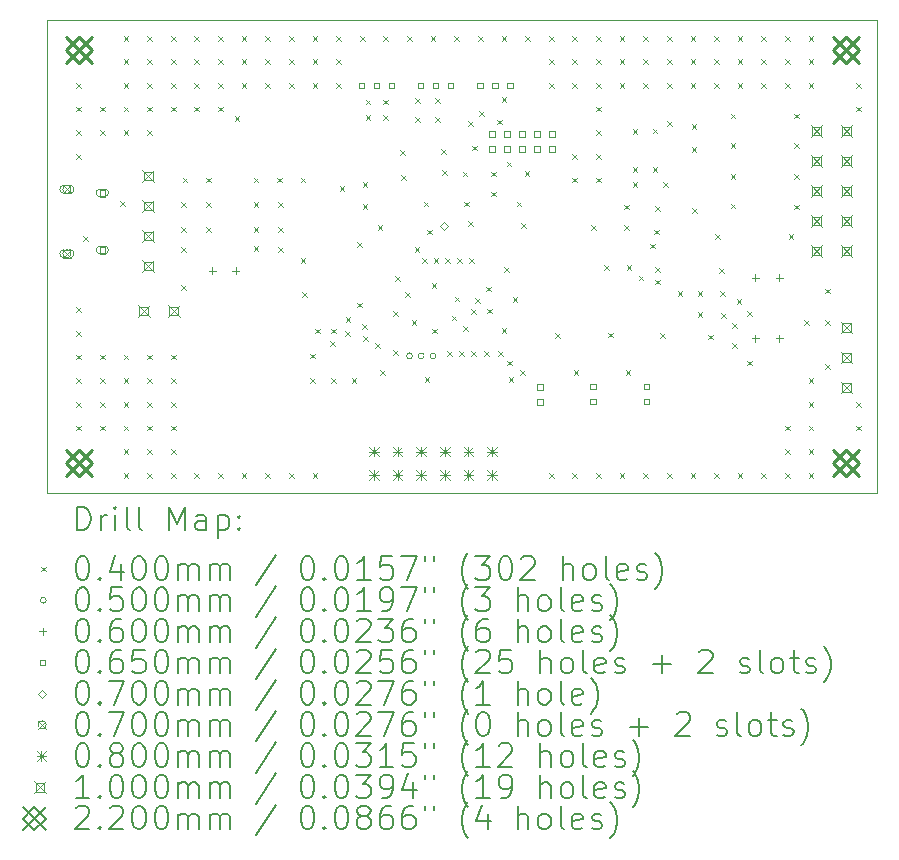
<source format=gbr>
%TF.GenerationSoftware,KiCad,Pcbnew,7.99.0-3522-gc5520b3eef-dirty*%
%TF.CreationDate,2024-01-06T21:25:40+00:00*%
%TF.ProjectId,lamp-controller,6c616d70-2d63-46f6-9e74-726f6c6c6572,rev?*%
%TF.SameCoordinates,Original*%
%TF.FileFunction,Drillmap*%
%TF.FilePolarity,Positive*%
%FSLAX45Y45*%
G04 Gerber Fmt 4.5, Leading zero omitted, Abs format (unit mm)*
G04 Created by KiCad (PCBNEW 7.99.0-3522-gc5520b3eef-dirty) date 2024-01-06 21:25:40*
%MOMM*%
%LPD*%
G01*
G04 APERTURE LIST*
%ADD10C,0.100000*%
%ADD11C,0.200000*%
%ADD12C,0.220000*%
G04 APERTURE END LIST*
D10*
X10730000Y-5750000D02*
X17760000Y-5750000D01*
X17760000Y-9750000D01*
X10730000Y-9750000D01*
X10730000Y-5750000D01*
D11*
D10*
X10980000Y-6280000D02*
X11020000Y-6320000D01*
X11020000Y-6280000D02*
X10980000Y-6320000D01*
X10980000Y-6480000D02*
X11020000Y-6520000D01*
X11020000Y-6480000D02*
X10980000Y-6520000D01*
X10980000Y-6680000D02*
X11020000Y-6720000D01*
X11020000Y-6680000D02*
X10980000Y-6720000D01*
X10980000Y-6880000D02*
X11020000Y-6920000D01*
X11020000Y-6880000D02*
X10980000Y-6920000D01*
X10980000Y-8180000D02*
X11020000Y-8220000D01*
X11020000Y-8180000D02*
X10980000Y-8220000D01*
X10980000Y-8380000D02*
X11020000Y-8420000D01*
X11020000Y-8380000D02*
X10980000Y-8420000D01*
X10980000Y-8580000D02*
X11020000Y-8620000D01*
X11020000Y-8580000D02*
X10980000Y-8620000D01*
X10980000Y-8780000D02*
X11020000Y-8820000D01*
X11020000Y-8780000D02*
X10980000Y-8820000D01*
X10980000Y-8980000D02*
X11020000Y-9020000D01*
X11020000Y-8980000D02*
X10980000Y-9020000D01*
X10980000Y-9180000D02*
X11020000Y-9220000D01*
X11020000Y-9180000D02*
X10980000Y-9220000D01*
X11037950Y-7576607D02*
X11077950Y-7616607D01*
X11077950Y-7576607D02*
X11037950Y-7616607D01*
X11180000Y-6480000D02*
X11220000Y-6520000D01*
X11220000Y-6480000D02*
X11180000Y-6520000D01*
X11180000Y-6680000D02*
X11220000Y-6720000D01*
X11220000Y-6680000D02*
X11180000Y-6720000D01*
X11180000Y-8580000D02*
X11220000Y-8620000D01*
X11220000Y-8580000D02*
X11180000Y-8620000D01*
X11180000Y-8780000D02*
X11220000Y-8820000D01*
X11220000Y-8780000D02*
X11180000Y-8820000D01*
X11180000Y-8980000D02*
X11220000Y-9020000D01*
X11220000Y-8980000D02*
X11180000Y-9020000D01*
X11180000Y-9180000D02*
X11220000Y-9220000D01*
X11220000Y-9180000D02*
X11180000Y-9220000D01*
X11350000Y-7280000D02*
X11390000Y-7320000D01*
X11390000Y-7280000D02*
X11350000Y-7320000D01*
X11380000Y-5880000D02*
X11420000Y-5920000D01*
X11420000Y-5880000D02*
X11380000Y-5920000D01*
X11380000Y-6080000D02*
X11420000Y-6120000D01*
X11420000Y-6080000D02*
X11380000Y-6120000D01*
X11380000Y-6280000D02*
X11420000Y-6320000D01*
X11420000Y-6280000D02*
X11380000Y-6320000D01*
X11380000Y-6480000D02*
X11420000Y-6520000D01*
X11420000Y-6480000D02*
X11380000Y-6520000D01*
X11380000Y-6680000D02*
X11420000Y-6720000D01*
X11420000Y-6680000D02*
X11380000Y-6720000D01*
X11380000Y-8580000D02*
X11420000Y-8620000D01*
X11420000Y-8580000D02*
X11380000Y-8620000D01*
X11380000Y-8780000D02*
X11420000Y-8820000D01*
X11420000Y-8780000D02*
X11380000Y-8820000D01*
X11380000Y-8980000D02*
X11420000Y-9020000D01*
X11420000Y-8980000D02*
X11380000Y-9020000D01*
X11380000Y-9180000D02*
X11420000Y-9220000D01*
X11420000Y-9180000D02*
X11380000Y-9220000D01*
X11380000Y-9380000D02*
X11420000Y-9420000D01*
X11420000Y-9380000D02*
X11380000Y-9420000D01*
X11380000Y-9580000D02*
X11420000Y-9620000D01*
X11420000Y-9580000D02*
X11380000Y-9620000D01*
X11580000Y-5880000D02*
X11620000Y-5920000D01*
X11620000Y-5880000D02*
X11580000Y-5920000D01*
X11580000Y-6080000D02*
X11620000Y-6120000D01*
X11620000Y-6080000D02*
X11580000Y-6120000D01*
X11580000Y-6280000D02*
X11620000Y-6320000D01*
X11620000Y-6280000D02*
X11580000Y-6320000D01*
X11580000Y-6480000D02*
X11620000Y-6520000D01*
X11620000Y-6480000D02*
X11580000Y-6520000D01*
X11580000Y-6680000D02*
X11620000Y-6720000D01*
X11620000Y-6680000D02*
X11580000Y-6720000D01*
X11580000Y-8580000D02*
X11620000Y-8620000D01*
X11620000Y-8580000D02*
X11580000Y-8620000D01*
X11580000Y-8780000D02*
X11620000Y-8820000D01*
X11620000Y-8780000D02*
X11580000Y-8820000D01*
X11580000Y-8980000D02*
X11620000Y-9020000D01*
X11620000Y-8980000D02*
X11580000Y-9020000D01*
X11580000Y-9180000D02*
X11620000Y-9220000D01*
X11620000Y-9180000D02*
X11580000Y-9220000D01*
X11580000Y-9380000D02*
X11620000Y-9420000D01*
X11620000Y-9380000D02*
X11580000Y-9420000D01*
X11580000Y-9580000D02*
X11620000Y-9620000D01*
X11620000Y-9580000D02*
X11580000Y-9620000D01*
X11780000Y-5880000D02*
X11820000Y-5920000D01*
X11820000Y-5880000D02*
X11780000Y-5920000D01*
X11780000Y-6080000D02*
X11820000Y-6120000D01*
X11820000Y-6080000D02*
X11780000Y-6120000D01*
X11780000Y-6280000D02*
X11820000Y-6320000D01*
X11820000Y-6280000D02*
X11780000Y-6320000D01*
X11780000Y-6480000D02*
X11820000Y-6520000D01*
X11820000Y-6480000D02*
X11780000Y-6520000D01*
X11780000Y-8580000D02*
X11820000Y-8620000D01*
X11820000Y-8580000D02*
X11780000Y-8620000D01*
X11780000Y-8780000D02*
X11820000Y-8820000D01*
X11820000Y-8780000D02*
X11780000Y-8820000D01*
X11780000Y-8980000D02*
X11820000Y-9020000D01*
X11820000Y-8980000D02*
X11780000Y-9020000D01*
X11780000Y-9180000D02*
X11820000Y-9220000D01*
X11820000Y-9180000D02*
X11780000Y-9220000D01*
X11780000Y-9380000D02*
X11820000Y-9420000D01*
X11820000Y-9380000D02*
X11780000Y-9420000D01*
X11780000Y-9580000D02*
X11820000Y-9620000D01*
X11820000Y-9580000D02*
X11780000Y-9620000D01*
X11870000Y-7290000D02*
X11910000Y-7330000D01*
X11910000Y-7290000D02*
X11870000Y-7330000D01*
X11870000Y-7500000D02*
X11910000Y-7540000D01*
X11910000Y-7500000D02*
X11870000Y-7540000D01*
X11870000Y-7670000D02*
X11910000Y-7710000D01*
X11910000Y-7670000D02*
X11870000Y-7710000D01*
X11870000Y-7990000D02*
X11910000Y-8030000D01*
X11910000Y-7990000D02*
X11870000Y-8030000D01*
X11880000Y-7080000D02*
X11920000Y-7120000D01*
X11920000Y-7080000D02*
X11880000Y-7120000D01*
X11980000Y-5880000D02*
X12020000Y-5920000D01*
X12020000Y-5880000D02*
X11980000Y-5920000D01*
X11980000Y-6080000D02*
X12020000Y-6120000D01*
X12020000Y-6080000D02*
X11980000Y-6120000D01*
X11980000Y-6280000D02*
X12020000Y-6320000D01*
X12020000Y-6280000D02*
X11980000Y-6320000D01*
X11980000Y-6480000D02*
X12020000Y-6520000D01*
X12020000Y-6480000D02*
X11980000Y-6520000D01*
X11980000Y-9580000D02*
X12020000Y-9620000D01*
X12020000Y-9580000D02*
X11980000Y-9620000D01*
X12080000Y-7080000D02*
X12120000Y-7120000D01*
X12120000Y-7080000D02*
X12080000Y-7120000D01*
X12080000Y-7290000D02*
X12120000Y-7330000D01*
X12120000Y-7290000D02*
X12080000Y-7330000D01*
X12080000Y-7500000D02*
X12120000Y-7540000D01*
X12120000Y-7500000D02*
X12080000Y-7540000D01*
X12180000Y-5880000D02*
X12220000Y-5920000D01*
X12220000Y-5880000D02*
X12180000Y-5920000D01*
X12180000Y-6080000D02*
X12220000Y-6120000D01*
X12220000Y-6080000D02*
X12180000Y-6120000D01*
X12180000Y-6280000D02*
X12220000Y-6320000D01*
X12220000Y-6280000D02*
X12180000Y-6320000D01*
X12180000Y-6480000D02*
X12220000Y-6520000D01*
X12220000Y-6480000D02*
X12180000Y-6520000D01*
X12180000Y-9580000D02*
X12220000Y-9620000D01*
X12220000Y-9580000D02*
X12180000Y-9620000D01*
X12320000Y-6560000D02*
X12360000Y-6600000D01*
X12360000Y-6560000D02*
X12320000Y-6600000D01*
X12380000Y-5880000D02*
X12420000Y-5920000D01*
X12420000Y-5880000D02*
X12380000Y-5920000D01*
X12380000Y-6080000D02*
X12420000Y-6120000D01*
X12420000Y-6080000D02*
X12380000Y-6120000D01*
X12380000Y-6280000D02*
X12420000Y-6320000D01*
X12420000Y-6280000D02*
X12380000Y-6320000D01*
X12380000Y-9580000D02*
X12420000Y-9620000D01*
X12420000Y-9580000D02*
X12380000Y-9620000D01*
X12480000Y-7080000D02*
X12520000Y-7120000D01*
X12520000Y-7080000D02*
X12480000Y-7120000D01*
X12480000Y-7290000D02*
X12520000Y-7330000D01*
X12520000Y-7290000D02*
X12480000Y-7330000D01*
X12480000Y-7500000D02*
X12520000Y-7540000D01*
X12520000Y-7500000D02*
X12480000Y-7540000D01*
X12480000Y-7660000D02*
X12520000Y-7700000D01*
X12520000Y-7660000D02*
X12480000Y-7700000D01*
X12580000Y-5880000D02*
X12620000Y-5920000D01*
X12620000Y-5880000D02*
X12580000Y-5920000D01*
X12580000Y-6080000D02*
X12620000Y-6120000D01*
X12620000Y-6080000D02*
X12580000Y-6120000D01*
X12580000Y-6280000D02*
X12620000Y-6320000D01*
X12620000Y-6280000D02*
X12580000Y-6320000D01*
X12580000Y-9580000D02*
X12620000Y-9620000D01*
X12620000Y-9580000D02*
X12580000Y-9620000D01*
X12680000Y-7080000D02*
X12720000Y-7120000D01*
X12720000Y-7080000D02*
X12680000Y-7120000D01*
X12690000Y-7290000D02*
X12730000Y-7330000D01*
X12730000Y-7290000D02*
X12690000Y-7330000D01*
X12690000Y-7500000D02*
X12730000Y-7540000D01*
X12730000Y-7500000D02*
X12690000Y-7540000D01*
X12690000Y-7670000D02*
X12730000Y-7710000D01*
X12730000Y-7670000D02*
X12690000Y-7710000D01*
X12780000Y-5880000D02*
X12820000Y-5920000D01*
X12820000Y-5880000D02*
X12780000Y-5920000D01*
X12780000Y-6080000D02*
X12820000Y-6120000D01*
X12820000Y-6080000D02*
X12780000Y-6120000D01*
X12780000Y-6280000D02*
X12820000Y-6320000D01*
X12820000Y-6280000D02*
X12780000Y-6320000D01*
X12780000Y-9580000D02*
X12820000Y-9620000D01*
X12820000Y-9580000D02*
X12780000Y-9620000D01*
X12880000Y-7080000D02*
X12920000Y-7120000D01*
X12920000Y-7080000D02*
X12880000Y-7120000D01*
X12880000Y-7760000D02*
X12920000Y-7800000D01*
X12920000Y-7760000D02*
X12880000Y-7800000D01*
X12890000Y-8050000D02*
X12930000Y-8090000D01*
X12930000Y-8050000D02*
X12890000Y-8090000D01*
X12960000Y-8570000D02*
X13000000Y-8610000D01*
X13000000Y-8570000D02*
X12960000Y-8610000D01*
X12960000Y-8780000D02*
X13000000Y-8820000D01*
X13000000Y-8780000D02*
X12960000Y-8820000D01*
X12980000Y-5880000D02*
X13020000Y-5920000D01*
X13020000Y-5880000D02*
X12980000Y-5920000D01*
X12980000Y-6080000D02*
X13020000Y-6120000D01*
X13020000Y-6080000D02*
X12980000Y-6120000D01*
X12980000Y-6280000D02*
X13020000Y-6320000D01*
X13020000Y-6280000D02*
X12980000Y-6320000D01*
X12980000Y-9580000D02*
X13020000Y-9620000D01*
X13020000Y-9580000D02*
X12980000Y-9620000D01*
X13000000Y-8360000D02*
X13040000Y-8400000D01*
X13040000Y-8360000D02*
X13000000Y-8400000D01*
X13128550Y-8466950D02*
X13168550Y-8506950D01*
X13168550Y-8466950D02*
X13128550Y-8506950D01*
X13140000Y-8360000D02*
X13180000Y-8400000D01*
X13180000Y-8360000D02*
X13140000Y-8400000D01*
X13140000Y-8780000D02*
X13180000Y-8820000D01*
X13180000Y-8780000D02*
X13140000Y-8820000D01*
X13180000Y-5880000D02*
X13220000Y-5920000D01*
X13220000Y-5880000D02*
X13180000Y-5920000D01*
X13180000Y-6080000D02*
X13220000Y-6120000D01*
X13220000Y-6080000D02*
X13180000Y-6120000D01*
X13180000Y-6280000D02*
X13220000Y-6320000D01*
X13220000Y-6280000D02*
X13180000Y-6320000D01*
X13210000Y-7150000D02*
X13250000Y-7190000D01*
X13250000Y-7150000D02*
X13210000Y-7190000D01*
X13255550Y-8380000D02*
X13295550Y-8420000D01*
X13295550Y-8380000D02*
X13255550Y-8420000D01*
X13259500Y-8260000D02*
X13299500Y-8300000D01*
X13299500Y-8260000D02*
X13259500Y-8300000D01*
X13310000Y-8780000D02*
X13350000Y-8820000D01*
X13350000Y-8780000D02*
X13310000Y-8820000D01*
X13360000Y-7630000D02*
X13400000Y-7670000D01*
X13400000Y-7630000D02*
X13360000Y-7670000D01*
X13360000Y-8140000D02*
X13400000Y-8180000D01*
X13400000Y-8140000D02*
X13360000Y-8180000D01*
X13380000Y-5880000D02*
X13420000Y-5920000D01*
X13420000Y-5880000D02*
X13380000Y-5920000D01*
X13400000Y-8320000D02*
X13440000Y-8360000D01*
X13440000Y-8320000D02*
X13400000Y-8360000D01*
X13403574Y-7120031D02*
X13443574Y-7160031D01*
X13443574Y-7120031D02*
X13403574Y-7160031D01*
X13403700Y-7307550D02*
X13443700Y-7347550D01*
X13443700Y-7307550D02*
X13403700Y-7347550D01*
X13410000Y-8420000D02*
X13450000Y-8460000D01*
X13450000Y-8420000D02*
X13410000Y-8460000D01*
X13430000Y-6420000D02*
X13470000Y-6460000D01*
X13470000Y-6420000D02*
X13430000Y-6460000D01*
X13430000Y-6550000D02*
X13470000Y-6590000D01*
X13470000Y-6550000D02*
X13430000Y-6590000D01*
X13512550Y-8480000D02*
X13552550Y-8520000D01*
X13552550Y-8480000D02*
X13512550Y-8520000D01*
X13530000Y-7480000D02*
X13570000Y-7520000D01*
X13570000Y-7480000D02*
X13530000Y-7520000D01*
X13550000Y-8710000D02*
X13590000Y-8750000D01*
X13590000Y-8710000D02*
X13550000Y-8750000D01*
X13580000Y-5880000D02*
X13620000Y-5920000D01*
X13620000Y-5880000D02*
X13580000Y-5920000D01*
X13580000Y-6420000D02*
X13620000Y-6460000D01*
X13620000Y-6420000D02*
X13580000Y-6460000D01*
X13580000Y-6550000D02*
X13620000Y-6590000D01*
X13620000Y-6550000D02*
X13580000Y-6590000D01*
X13660000Y-8210000D02*
X13700000Y-8250000D01*
X13700000Y-8210000D02*
X13660000Y-8250000D01*
X13660000Y-8540000D02*
X13700000Y-8580000D01*
X13700000Y-8540000D02*
X13660000Y-8580000D01*
X13677450Y-7915000D02*
X13717450Y-7955000D01*
X13717450Y-7915000D02*
X13677450Y-7955000D01*
X13720000Y-6847500D02*
X13760000Y-6887500D01*
X13760000Y-6847500D02*
X13720000Y-6887500D01*
X13730000Y-7060000D02*
X13770000Y-7100000D01*
X13770000Y-7060000D02*
X13730000Y-7100000D01*
X13765000Y-8051300D02*
X13805000Y-8091300D01*
X13805000Y-8051300D02*
X13765000Y-8091300D01*
X13780000Y-5880000D02*
X13820000Y-5920000D01*
X13820000Y-5880000D02*
X13780000Y-5920000D01*
X13820000Y-8290000D02*
X13860000Y-8330000D01*
X13860000Y-8290000D02*
X13820000Y-8330000D01*
X13845000Y-7670000D02*
X13885000Y-7710000D01*
X13885000Y-7670000D02*
X13845000Y-7710000D01*
X13850000Y-6410000D02*
X13890000Y-6450000D01*
X13890000Y-6410000D02*
X13850000Y-6450000D01*
X13850000Y-6570000D02*
X13890000Y-6610000D01*
X13890000Y-6570000D02*
X13850000Y-6610000D01*
X13905000Y-7760000D02*
X13945000Y-7800000D01*
X13945000Y-7760000D02*
X13905000Y-7800000D01*
X13921200Y-7284930D02*
X13961200Y-7324930D01*
X13961200Y-7284930D02*
X13921200Y-7324930D01*
X13930000Y-8770000D02*
X13970000Y-8810000D01*
X13970000Y-8770000D02*
X13930000Y-8810000D01*
X13950000Y-7520000D02*
X13990000Y-7560000D01*
X13990000Y-7520000D02*
X13950000Y-7560000D01*
X13980000Y-5880000D02*
X14020000Y-5920000D01*
X14020000Y-5880000D02*
X13980000Y-5920000D01*
X13987450Y-7976916D02*
X14027450Y-8016916D01*
X14027450Y-7976916D02*
X13987450Y-8016916D01*
X13990000Y-8360000D02*
X14030000Y-8400000D01*
X14030000Y-8360000D02*
X13990000Y-8400000D01*
X14004950Y-7760000D02*
X14044950Y-7800000D01*
X14044950Y-7760000D02*
X14004950Y-7800000D01*
X14020000Y-6410000D02*
X14060000Y-6450000D01*
X14060000Y-6410000D02*
X14020000Y-6450000D01*
X14020000Y-6570000D02*
X14060000Y-6610000D01*
X14060000Y-6570000D02*
X14020000Y-6610000D01*
X14070000Y-6840000D02*
X14110000Y-6880000D01*
X14110000Y-6840000D02*
X14070000Y-6880000D01*
X14080000Y-7020000D02*
X14120000Y-7060000D01*
X14120000Y-7020000D02*
X14080000Y-7060000D01*
X14104901Y-7760000D02*
X14144901Y-7800000D01*
X14144901Y-7760000D02*
X14104901Y-7800000D01*
X14120050Y-8550000D02*
X14160050Y-8590000D01*
X14160050Y-8550000D02*
X14120050Y-8590000D01*
X14157400Y-8250000D02*
X14197400Y-8290000D01*
X14197400Y-8250000D02*
X14157400Y-8290000D01*
X14180000Y-5880000D02*
X14220000Y-5920000D01*
X14220000Y-5880000D02*
X14180000Y-5920000D01*
X14181967Y-8088800D02*
X14221967Y-8128800D01*
X14221967Y-8088800D02*
X14181967Y-8128800D01*
X14204851Y-7760000D02*
X14244851Y-7800000D01*
X14244851Y-7760000D02*
X14204851Y-7800000D01*
X14220000Y-8550000D02*
X14260000Y-8590000D01*
X14260000Y-8550000D02*
X14220000Y-8590000D01*
X14250000Y-7030000D02*
X14290000Y-7070000D01*
X14290000Y-7030000D02*
X14250000Y-7070000D01*
X14253750Y-8337410D02*
X14293750Y-8377410D01*
X14293750Y-8337410D02*
X14253750Y-8377410D01*
X14260783Y-7284930D02*
X14300783Y-7324930D01*
X14300783Y-7284930D02*
X14260783Y-7324930D01*
X14300000Y-6600000D02*
X14340000Y-6640000D01*
X14340000Y-6600000D02*
X14300000Y-6640000D01*
X14300000Y-7450000D02*
X14340000Y-7490000D01*
X14340000Y-7450000D02*
X14300000Y-7490000D01*
X14304801Y-7760000D02*
X14344801Y-7800000D01*
X14344801Y-7760000D02*
X14304801Y-7800000D01*
X14320000Y-8550000D02*
X14360000Y-8590000D01*
X14360000Y-8550000D02*
X14320000Y-8590000D01*
X14321200Y-8193581D02*
X14361200Y-8233581D01*
X14361200Y-8193581D02*
X14321200Y-8233581D01*
X14330000Y-6810000D02*
X14370000Y-6850000D01*
X14370000Y-6810000D02*
X14330000Y-6850000D01*
X14357450Y-8100000D02*
X14397450Y-8140000D01*
X14397450Y-8100000D02*
X14357450Y-8140000D01*
X14380000Y-5880000D02*
X14420000Y-5920000D01*
X14420000Y-5880000D02*
X14380000Y-5920000D01*
X14390000Y-6520000D02*
X14430000Y-6560000D01*
X14430000Y-6520000D02*
X14390000Y-6560000D01*
X14430000Y-8550000D02*
X14470000Y-8590000D01*
X14470000Y-8550000D02*
X14430000Y-8590000D01*
X14451341Y-8003043D02*
X14491341Y-8043043D01*
X14491341Y-8003043D02*
X14451341Y-8043043D01*
X14456150Y-8190000D02*
X14496150Y-8230000D01*
X14496150Y-8190000D02*
X14456150Y-8230000D01*
X14490000Y-7030000D02*
X14530000Y-7070000D01*
X14530000Y-7030000D02*
X14490000Y-7070000D01*
X14490000Y-7200000D02*
X14530000Y-7240000D01*
X14530000Y-7200000D02*
X14490000Y-7240000D01*
X14540000Y-6590000D02*
X14580000Y-6630000D01*
X14580000Y-6590000D02*
X14540000Y-6630000D01*
X14550000Y-8550000D02*
X14590000Y-8590000D01*
X14590000Y-8550000D02*
X14550000Y-8590000D01*
X14580000Y-5880000D02*
X14620000Y-5920000D01*
X14620000Y-5880000D02*
X14580000Y-5920000D01*
X14580000Y-6400000D02*
X14620000Y-6440000D01*
X14620000Y-6400000D02*
X14580000Y-6440000D01*
X14580000Y-8352550D02*
X14620000Y-8392550D01*
X14620000Y-8352550D02*
X14580000Y-8392550D01*
X14602251Y-7840173D02*
X14642251Y-7880173D01*
X14642251Y-7840173D02*
X14602251Y-7880173D01*
X14622674Y-6944865D02*
X14662674Y-6984865D01*
X14662674Y-6944865D02*
X14622674Y-6984865D01*
X14630000Y-8630000D02*
X14670000Y-8670000D01*
X14670000Y-8630000D02*
X14630000Y-8670000D01*
X14640000Y-8770000D02*
X14680000Y-8810000D01*
X14680000Y-8770000D02*
X14640000Y-8810000D01*
X14675000Y-8095000D02*
X14715000Y-8135000D01*
X14715000Y-8095000D02*
X14675000Y-8135000D01*
X14707450Y-7284930D02*
X14747450Y-7324930D01*
X14747450Y-7284930D02*
X14707450Y-7324930D01*
X14740000Y-8710000D02*
X14780000Y-8750000D01*
X14780000Y-8710000D02*
X14740000Y-8750000D01*
X14746399Y-7467550D02*
X14786399Y-7507550D01*
X14786399Y-7467550D02*
X14746399Y-7507550D01*
X14775000Y-7025000D02*
X14815000Y-7065000D01*
X14815000Y-7025000D02*
X14775000Y-7065000D01*
X14780000Y-5880000D02*
X14820000Y-5920000D01*
X14820000Y-5880000D02*
X14780000Y-5920000D01*
X14980000Y-5880000D02*
X15020000Y-5920000D01*
X15020000Y-5880000D02*
X14980000Y-5920000D01*
X14980000Y-6080000D02*
X15020000Y-6120000D01*
X15020000Y-6080000D02*
X14980000Y-6120000D01*
X14980000Y-6280000D02*
X15020000Y-6320000D01*
X15020000Y-6280000D02*
X14980000Y-6320000D01*
X14980000Y-9580000D02*
X15020000Y-9620000D01*
X15020000Y-9580000D02*
X14980000Y-9620000D01*
X15035000Y-8400000D02*
X15075000Y-8440000D01*
X15075000Y-8400000D02*
X15035000Y-8440000D01*
X15180000Y-5880000D02*
X15220000Y-5920000D01*
X15220000Y-5880000D02*
X15180000Y-5920000D01*
X15180000Y-6080000D02*
X15220000Y-6120000D01*
X15220000Y-6080000D02*
X15180000Y-6120000D01*
X15180000Y-6280000D02*
X15220000Y-6320000D01*
X15220000Y-6280000D02*
X15180000Y-6320000D01*
X15180000Y-6880000D02*
X15220000Y-6920000D01*
X15220000Y-6880000D02*
X15180000Y-6920000D01*
X15180000Y-7080000D02*
X15220000Y-7120000D01*
X15220000Y-7080000D02*
X15180000Y-7120000D01*
X15180000Y-9580000D02*
X15220000Y-9620000D01*
X15220000Y-9580000D02*
X15180000Y-9620000D01*
X15190000Y-8710000D02*
X15230000Y-8750000D01*
X15230000Y-8710000D02*
X15190000Y-8750000D01*
X15340000Y-7480000D02*
X15380000Y-7520000D01*
X15380000Y-7480000D02*
X15340000Y-7520000D01*
X15380000Y-5880000D02*
X15420000Y-5920000D01*
X15420000Y-5880000D02*
X15380000Y-5920000D01*
X15380000Y-6080000D02*
X15420000Y-6120000D01*
X15420000Y-6080000D02*
X15380000Y-6120000D01*
X15380000Y-6280000D02*
X15420000Y-6320000D01*
X15420000Y-6280000D02*
X15380000Y-6320000D01*
X15380000Y-6480000D02*
X15420000Y-6520000D01*
X15420000Y-6480000D02*
X15380000Y-6520000D01*
X15380000Y-6680000D02*
X15420000Y-6720000D01*
X15420000Y-6680000D02*
X15380000Y-6720000D01*
X15380000Y-6880000D02*
X15420000Y-6920000D01*
X15420000Y-6880000D02*
X15380000Y-6920000D01*
X15380000Y-7080000D02*
X15420000Y-7120000D01*
X15420000Y-7080000D02*
X15380000Y-7120000D01*
X15380000Y-9580000D02*
X15420000Y-9620000D01*
X15420000Y-9580000D02*
X15380000Y-9620000D01*
X15450000Y-7820000D02*
X15490000Y-7860000D01*
X15490000Y-7820000D02*
X15450000Y-7860000D01*
X15485000Y-8394139D02*
X15525000Y-8434139D01*
X15525000Y-8394139D02*
X15485000Y-8434139D01*
X15580000Y-5880000D02*
X15620000Y-5920000D01*
X15620000Y-5880000D02*
X15580000Y-5920000D01*
X15580000Y-6080000D02*
X15620000Y-6120000D01*
X15620000Y-6080000D02*
X15580000Y-6120000D01*
X15580000Y-6280000D02*
X15620000Y-6320000D01*
X15620000Y-6280000D02*
X15580000Y-6320000D01*
X15580000Y-9580000D02*
X15620000Y-9620000D01*
X15620000Y-9580000D02*
X15580000Y-9620000D01*
X15620000Y-7310000D02*
X15660000Y-7350000D01*
X15660000Y-7310000D02*
X15620000Y-7350000D01*
X15620000Y-7480000D02*
X15660000Y-7520000D01*
X15660000Y-7480000D02*
X15620000Y-7520000D01*
X15630000Y-8710000D02*
X15670000Y-8750000D01*
X15670000Y-8710000D02*
X15630000Y-8750000D01*
X15640000Y-7820000D02*
X15680000Y-7860000D01*
X15680000Y-7820000D02*
X15640000Y-7860000D01*
X15690000Y-6670000D02*
X15730000Y-6710000D01*
X15730000Y-6670000D02*
X15690000Y-6710000D01*
X15690000Y-6990000D02*
X15730000Y-7030000D01*
X15730000Y-6990000D02*
X15690000Y-7030000D01*
X15690000Y-7120000D02*
X15730000Y-7160000D01*
X15730000Y-7120000D02*
X15690000Y-7160000D01*
X15740000Y-7910000D02*
X15780000Y-7950000D01*
X15780000Y-7910000D02*
X15740000Y-7950000D01*
X15780000Y-5880000D02*
X15820000Y-5920000D01*
X15820000Y-5880000D02*
X15780000Y-5920000D01*
X15780000Y-6080000D02*
X15820000Y-6120000D01*
X15820000Y-6080000D02*
X15780000Y-6120000D01*
X15780000Y-6280000D02*
X15820000Y-6320000D01*
X15820000Y-6280000D02*
X15780000Y-6320000D01*
X15780000Y-9580000D02*
X15820000Y-9620000D01*
X15820000Y-9580000D02*
X15780000Y-9620000D01*
X15840000Y-7640000D02*
X15880000Y-7680000D01*
X15880000Y-7640000D02*
X15840000Y-7680000D01*
X15860000Y-6665000D02*
X15900000Y-6705000D01*
X15900000Y-6665000D02*
X15860000Y-6705000D01*
X15860000Y-6990000D02*
X15900000Y-7030000D01*
X15900000Y-6990000D02*
X15860000Y-7030000D01*
X15875000Y-7520000D02*
X15915000Y-7560000D01*
X15915000Y-7520000D02*
X15875000Y-7560000D01*
X15880000Y-7840000D02*
X15920000Y-7880000D01*
X15920000Y-7840000D02*
X15880000Y-7880000D01*
X15880000Y-7945000D02*
X15920000Y-7985000D01*
X15920000Y-7945000D02*
X15880000Y-7985000D01*
X15882588Y-7322550D02*
X15922588Y-7362550D01*
X15922588Y-7322550D02*
X15882588Y-7362550D01*
X15920000Y-8400000D02*
X15960000Y-8440000D01*
X15960000Y-8400000D02*
X15920000Y-8440000D01*
X15950000Y-7120000D02*
X15990000Y-7160000D01*
X15990000Y-7120000D02*
X15950000Y-7160000D01*
X15980000Y-5880000D02*
X16020000Y-5920000D01*
X16020000Y-5880000D02*
X15980000Y-5920000D01*
X15980000Y-6080000D02*
X16020000Y-6120000D01*
X16020000Y-6080000D02*
X15980000Y-6120000D01*
X15980000Y-6280000D02*
X16020000Y-6320000D01*
X16020000Y-6280000D02*
X15980000Y-6320000D01*
X15980000Y-6600000D02*
X16020000Y-6640000D01*
X16020000Y-6600000D02*
X15980000Y-6640000D01*
X15980000Y-9580000D02*
X16020000Y-9620000D01*
X16020000Y-9580000D02*
X15980000Y-9620000D01*
X16070000Y-8040000D02*
X16110000Y-8080000D01*
X16110000Y-8040000D02*
X16070000Y-8080000D01*
X16180000Y-5880000D02*
X16220000Y-5920000D01*
X16220000Y-5880000D02*
X16180000Y-5920000D01*
X16180000Y-6080000D02*
X16220000Y-6120000D01*
X16220000Y-6080000D02*
X16180000Y-6120000D01*
X16180000Y-6280000D02*
X16220000Y-6320000D01*
X16220000Y-6280000D02*
X16180000Y-6320000D01*
X16180000Y-9580000D02*
X16220000Y-9620000D01*
X16220000Y-9580000D02*
X16180000Y-9620000D01*
X16190000Y-6630000D02*
X16230000Y-6670000D01*
X16230000Y-6630000D02*
X16190000Y-6670000D01*
X16190000Y-6820000D02*
X16230000Y-6860000D01*
X16230000Y-6820000D02*
X16190000Y-6860000D01*
X16191250Y-7340000D02*
X16231250Y-7380000D01*
X16231250Y-7340000D02*
X16191250Y-7380000D01*
X16240000Y-8040000D02*
X16280000Y-8080000D01*
X16280000Y-8040000D02*
X16240000Y-8080000D01*
X16240000Y-8220000D02*
X16280000Y-8260000D01*
X16280000Y-8220000D02*
X16240000Y-8260000D01*
X16330000Y-8410000D02*
X16370000Y-8450000D01*
X16370000Y-8410000D02*
X16330000Y-8450000D01*
X16380000Y-5880000D02*
X16420000Y-5920000D01*
X16420000Y-5880000D02*
X16380000Y-5920000D01*
X16380000Y-6080000D02*
X16420000Y-6120000D01*
X16420000Y-6080000D02*
X16380000Y-6120000D01*
X16380000Y-6280000D02*
X16420000Y-6320000D01*
X16420000Y-6280000D02*
X16380000Y-6320000D01*
X16380000Y-9580000D02*
X16420000Y-9620000D01*
X16420000Y-9580000D02*
X16380000Y-9620000D01*
X16390000Y-7560000D02*
X16430000Y-7600000D01*
X16430000Y-7560000D02*
X16390000Y-7600000D01*
X16420000Y-7850000D02*
X16460000Y-7890000D01*
X16460000Y-7850000D02*
X16420000Y-7890000D01*
X16430000Y-8040000D02*
X16470000Y-8080000D01*
X16470000Y-8040000D02*
X16430000Y-8080000D01*
X16440000Y-8230000D02*
X16480000Y-8270000D01*
X16480000Y-8230000D02*
X16440000Y-8270000D01*
X16520000Y-6540000D02*
X16560000Y-6580000D01*
X16560000Y-6540000D02*
X16520000Y-6580000D01*
X16520000Y-6790000D02*
X16560000Y-6830000D01*
X16560000Y-6790000D02*
X16520000Y-6830000D01*
X16520000Y-7050000D02*
X16560000Y-7090000D01*
X16560000Y-7050000D02*
X16520000Y-7090000D01*
X16520000Y-7300000D02*
X16560000Y-7340000D01*
X16560000Y-7300000D02*
X16520000Y-7340000D01*
X16530000Y-8310000D02*
X16570000Y-8350000D01*
X16570000Y-8310000D02*
X16530000Y-8350000D01*
X16530000Y-8480000D02*
X16570000Y-8520000D01*
X16570000Y-8480000D02*
X16530000Y-8520000D01*
X16570000Y-8110000D02*
X16610000Y-8150000D01*
X16610000Y-8110000D02*
X16570000Y-8150000D01*
X16580000Y-5880000D02*
X16620000Y-5920000D01*
X16620000Y-5880000D02*
X16580000Y-5920000D01*
X16580000Y-6080000D02*
X16620000Y-6120000D01*
X16620000Y-6080000D02*
X16580000Y-6120000D01*
X16580000Y-6280000D02*
X16620000Y-6320000D01*
X16620000Y-6280000D02*
X16580000Y-6320000D01*
X16580000Y-9580000D02*
X16620000Y-9620000D01*
X16620000Y-9580000D02*
X16580000Y-9620000D01*
X16660000Y-8210000D02*
X16700000Y-8250000D01*
X16700000Y-8210000D02*
X16660000Y-8250000D01*
X16660000Y-8630000D02*
X16700000Y-8670000D01*
X16700000Y-8630000D02*
X16660000Y-8670000D01*
X16780000Y-5880000D02*
X16820000Y-5920000D01*
X16820000Y-5880000D02*
X16780000Y-5920000D01*
X16780000Y-6080000D02*
X16820000Y-6120000D01*
X16820000Y-6080000D02*
X16780000Y-6120000D01*
X16780000Y-6280000D02*
X16820000Y-6320000D01*
X16820000Y-6280000D02*
X16780000Y-6320000D01*
X16780000Y-9580000D02*
X16820000Y-9620000D01*
X16820000Y-9580000D02*
X16780000Y-9620000D01*
X16980000Y-5880000D02*
X17020000Y-5920000D01*
X17020000Y-5880000D02*
X16980000Y-5920000D01*
X16980000Y-6080000D02*
X17020000Y-6120000D01*
X17020000Y-6080000D02*
X16980000Y-6120000D01*
X16980000Y-6280000D02*
X17020000Y-6320000D01*
X17020000Y-6280000D02*
X16980000Y-6320000D01*
X16980000Y-9180000D02*
X17020000Y-9220000D01*
X17020000Y-9180000D02*
X16980000Y-9220000D01*
X16980000Y-9380000D02*
X17020000Y-9420000D01*
X17020000Y-9380000D02*
X16980000Y-9420000D01*
X16980000Y-9580000D02*
X17020000Y-9620000D01*
X17020000Y-9580000D02*
X16980000Y-9620000D01*
X17010000Y-7560000D02*
X17050000Y-7600000D01*
X17050000Y-7560000D02*
X17010000Y-7600000D01*
X17060000Y-6540000D02*
X17100000Y-6580000D01*
X17100000Y-6540000D02*
X17060000Y-6580000D01*
X17060000Y-6790000D02*
X17100000Y-6830000D01*
X17100000Y-6790000D02*
X17060000Y-6830000D01*
X17060000Y-7050000D02*
X17100000Y-7090000D01*
X17100000Y-7050000D02*
X17060000Y-7090000D01*
X17060000Y-7310000D02*
X17100000Y-7350000D01*
X17100000Y-7310000D02*
X17060000Y-7350000D01*
X17140000Y-8290000D02*
X17180000Y-8330000D01*
X17180000Y-8290000D02*
X17140000Y-8330000D01*
X17180000Y-5880000D02*
X17220000Y-5920000D01*
X17220000Y-5880000D02*
X17180000Y-5920000D01*
X17180000Y-6080000D02*
X17220000Y-6120000D01*
X17220000Y-6080000D02*
X17180000Y-6120000D01*
X17180000Y-6280000D02*
X17220000Y-6320000D01*
X17220000Y-6280000D02*
X17180000Y-6320000D01*
X17180000Y-8780000D02*
X17220000Y-8820000D01*
X17220000Y-8780000D02*
X17180000Y-8820000D01*
X17180000Y-8980000D02*
X17220000Y-9020000D01*
X17220000Y-8980000D02*
X17180000Y-9020000D01*
X17180000Y-9180000D02*
X17220000Y-9220000D01*
X17220000Y-9180000D02*
X17180000Y-9220000D01*
X17180000Y-9380000D02*
X17220000Y-9420000D01*
X17220000Y-9380000D02*
X17180000Y-9420000D01*
X17180000Y-9580000D02*
X17220000Y-9620000D01*
X17220000Y-9580000D02*
X17180000Y-9620000D01*
X17320000Y-8020000D02*
X17360000Y-8060000D01*
X17360000Y-8020000D02*
X17320000Y-8060000D01*
X17320000Y-8290000D02*
X17360000Y-8330000D01*
X17360000Y-8290000D02*
X17320000Y-8330000D01*
X17320000Y-8660000D02*
X17360000Y-8700000D01*
X17360000Y-8660000D02*
X17320000Y-8700000D01*
X17580000Y-6280000D02*
X17620000Y-6320000D01*
X17620000Y-6280000D02*
X17580000Y-6320000D01*
X17580000Y-6480000D02*
X17620000Y-6520000D01*
X17620000Y-6480000D02*
X17580000Y-6520000D01*
X17580000Y-8980000D02*
X17620000Y-9020000D01*
X17620000Y-8980000D02*
X17580000Y-9020000D01*
X17580000Y-9180000D02*
X17620000Y-9220000D01*
X17620000Y-9180000D02*
X17580000Y-9220000D01*
X13825000Y-8590000D02*
G75*
G02*
X13825000Y-8590000I-25000J0D01*
G01*
X13925000Y-8590000D02*
G75*
G02*
X13925000Y-8590000I-25000J0D01*
G01*
X14025000Y-8590000D02*
G75*
G02*
X14025000Y-8590000I-25000J0D01*
G01*
X12130000Y-7840000D02*
X12130000Y-7900000D01*
X12100000Y-7870000D02*
X12160000Y-7870000D01*
X12330000Y-7840000D02*
X12330000Y-7900000D01*
X12300000Y-7870000D02*
X12360000Y-7870000D01*
X16730000Y-7900000D02*
X16730000Y-7960000D01*
X16700000Y-7930000D02*
X16760000Y-7930000D01*
X16730000Y-8410000D02*
X16730000Y-8470000D01*
X16700000Y-8440000D02*
X16760000Y-8440000D01*
X16930000Y-7900000D02*
X16930000Y-7960000D01*
X16900000Y-7930000D02*
X16960000Y-7930000D01*
X16930000Y-8410000D02*
X16930000Y-8470000D01*
X16900000Y-8440000D02*
X16960000Y-8440000D01*
X11222981Y-7232981D02*
X11222981Y-7187019D01*
X11177019Y-7187019D01*
X11177019Y-7232981D01*
X11222981Y-7232981D01*
X11180000Y-7242500D02*
X11220000Y-7242500D01*
X11220000Y-7177500D02*
G75*
G02*
X11220000Y-7242500I0J-32500D01*
G01*
X11220000Y-7177500D02*
X11180000Y-7177500D01*
X11180000Y-7177500D02*
G75*
G03*
X11180000Y-7242500I0J-32500D01*
G01*
X11222981Y-7716981D02*
X11222981Y-7671019D01*
X11177019Y-7671019D01*
X11177019Y-7716981D01*
X11222981Y-7716981D01*
X11180000Y-7726500D02*
X11220000Y-7726500D01*
X11220000Y-7661500D02*
G75*
G02*
X11220000Y-7726500I0J-32500D01*
G01*
X11220000Y-7661500D02*
X11180000Y-7661500D01*
X11180000Y-7661500D02*
G75*
G03*
X11180000Y-7726500I0J-32500D01*
G01*
X13418981Y-6322981D02*
X13418981Y-6277019D01*
X13373019Y-6277019D01*
X13373019Y-6322981D01*
X13418981Y-6322981D01*
X13545981Y-6322981D02*
X13545981Y-6277019D01*
X13500019Y-6277019D01*
X13500019Y-6322981D01*
X13545981Y-6322981D01*
X13672981Y-6322981D02*
X13672981Y-6277019D01*
X13627019Y-6277019D01*
X13627019Y-6322981D01*
X13672981Y-6322981D01*
X13918981Y-6322981D02*
X13918981Y-6277019D01*
X13873019Y-6277019D01*
X13873019Y-6322981D01*
X13918981Y-6322981D01*
X14045981Y-6322981D02*
X14045981Y-6277019D01*
X14000019Y-6277019D01*
X14000019Y-6322981D01*
X14045981Y-6322981D01*
X14172981Y-6322981D02*
X14172981Y-6277019D01*
X14127019Y-6277019D01*
X14127019Y-6322981D01*
X14172981Y-6322981D01*
X14418981Y-6322981D02*
X14418981Y-6277019D01*
X14373019Y-6277019D01*
X14373019Y-6322981D01*
X14418981Y-6322981D01*
X14521981Y-6735981D02*
X14521981Y-6690019D01*
X14476019Y-6690019D01*
X14476019Y-6735981D01*
X14521981Y-6735981D01*
X14521981Y-6862981D02*
X14521981Y-6817019D01*
X14476019Y-6817019D01*
X14476019Y-6862981D01*
X14521981Y-6862981D01*
X14545981Y-6322981D02*
X14545981Y-6277019D01*
X14500019Y-6277019D01*
X14500019Y-6322981D01*
X14545981Y-6322981D01*
X14648981Y-6735981D02*
X14648981Y-6690019D01*
X14603019Y-6690019D01*
X14603019Y-6735981D01*
X14648981Y-6735981D01*
X14648981Y-6862981D02*
X14648981Y-6817019D01*
X14603019Y-6817019D01*
X14603019Y-6862981D01*
X14648981Y-6862981D01*
X14672981Y-6322981D02*
X14672981Y-6277019D01*
X14627019Y-6277019D01*
X14627019Y-6322981D01*
X14672981Y-6322981D01*
X14775981Y-6735981D02*
X14775981Y-6690019D01*
X14730019Y-6690019D01*
X14730019Y-6735981D01*
X14775981Y-6735981D01*
X14775981Y-6862981D02*
X14775981Y-6817019D01*
X14730019Y-6817019D01*
X14730019Y-6862981D01*
X14775981Y-6862981D01*
X14902981Y-6735981D02*
X14902981Y-6690019D01*
X14857019Y-6690019D01*
X14857019Y-6735981D01*
X14902981Y-6735981D01*
X14902981Y-6862981D02*
X14902981Y-6817019D01*
X14857019Y-6817019D01*
X14857019Y-6862981D01*
X14902981Y-6862981D01*
X14927981Y-8877981D02*
X14927981Y-8832019D01*
X14882019Y-8832019D01*
X14882019Y-8877981D01*
X14927981Y-8877981D01*
X14927981Y-9004981D02*
X14927981Y-8959019D01*
X14882019Y-8959019D01*
X14882019Y-9004981D01*
X14927981Y-9004981D01*
X15029981Y-6735981D02*
X15029981Y-6690019D01*
X14984019Y-6690019D01*
X14984019Y-6735981D01*
X15029981Y-6735981D01*
X15029981Y-6862981D02*
X15029981Y-6817019D01*
X14984019Y-6817019D01*
X14984019Y-6862981D01*
X15029981Y-6862981D01*
X15377981Y-8872981D02*
X15377981Y-8827019D01*
X15332019Y-8827019D01*
X15332019Y-8872981D01*
X15377981Y-8872981D01*
X15377981Y-8999981D02*
X15377981Y-8954019D01*
X15332019Y-8954019D01*
X15332019Y-8999981D01*
X15377981Y-8999981D01*
X15827981Y-8874231D02*
X15827981Y-8828269D01*
X15782019Y-8828269D01*
X15782019Y-8874231D01*
X15827981Y-8874231D01*
X15827981Y-9001231D02*
X15827981Y-8955269D01*
X15782019Y-8955269D01*
X15782019Y-9001231D01*
X15827981Y-9001231D01*
X14095000Y-7525000D02*
X14130000Y-7490000D01*
X14095000Y-7455000D01*
X14060000Y-7490000D01*
X14095000Y-7525000D01*
X10865000Y-7144000D02*
X10935000Y-7214000D01*
X10935000Y-7144000D02*
X10865000Y-7214000D01*
X10935000Y-7179000D02*
G75*
G02*
X10935000Y-7179000I-35000J0D01*
G01*
X10875000Y-7214000D02*
X10925000Y-7214000D01*
X10925000Y-7144000D02*
G75*
G02*
X10925000Y-7214000I0J-35000D01*
G01*
X10925000Y-7144000D02*
X10875000Y-7144000D01*
X10875000Y-7144000D02*
G75*
G03*
X10875000Y-7214000I0J-35000D01*
G01*
X10865000Y-7690000D02*
X10935000Y-7760000D01*
X10935000Y-7690000D02*
X10865000Y-7760000D01*
X10935000Y-7725000D02*
G75*
G02*
X10935000Y-7725000I-35000J0D01*
G01*
X10875000Y-7760000D02*
X10925000Y-7760000D01*
X10925000Y-7690000D02*
G75*
G02*
X10925000Y-7760000I0J-35000D01*
G01*
X10925000Y-7690000D02*
X10875000Y-7690000D01*
X10875000Y-7690000D02*
G75*
G03*
X10875000Y-7760000I0J-35000D01*
G01*
X13460000Y-9360000D02*
X13540000Y-9440000D01*
X13540000Y-9360000D02*
X13460000Y-9440000D01*
X13500000Y-9360000D02*
X13500000Y-9440000D01*
X13460000Y-9400000D02*
X13540000Y-9400000D01*
X13460000Y-9560000D02*
X13540000Y-9640000D01*
X13540000Y-9560000D02*
X13460000Y-9640000D01*
X13500000Y-9560000D02*
X13500000Y-9640000D01*
X13460000Y-9600000D02*
X13540000Y-9600000D01*
X13660000Y-9360000D02*
X13740000Y-9440000D01*
X13740000Y-9360000D02*
X13660000Y-9440000D01*
X13700000Y-9360000D02*
X13700000Y-9440000D01*
X13660000Y-9400000D02*
X13740000Y-9400000D01*
X13660000Y-9560000D02*
X13740000Y-9640000D01*
X13740000Y-9560000D02*
X13660000Y-9640000D01*
X13700000Y-9560000D02*
X13700000Y-9640000D01*
X13660000Y-9600000D02*
X13740000Y-9600000D01*
X13860000Y-9360000D02*
X13940000Y-9440000D01*
X13940000Y-9360000D02*
X13860000Y-9440000D01*
X13900000Y-9360000D02*
X13900000Y-9440000D01*
X13860000Y-9400000D02*
X13940000Y-9400000D01*
X13860000Y-9560000D02*
X13940000Y-9640000D01*
X13940000Y-9560000D02*
X13860000Y-9640000D01*
X13900000Y-9560000D02*
X13900000Y-9640000D01*
X13860000Y-9600000D02*
X13940000Y-9600000D01*
X14060000Y-9360000D02*
X14140000Y-9440000D01*
X14140000Y-9360000D02*
X14060000Y-9440000D01*
X14100000Y-9360000D02*
X14100000Y-9440000D01*
X14060000Y-9400000D02*
X14140000Y-9400000D01*
X14060000Y-9560000D02*
X14140000Y-9640000D01*
X14140000Y-9560000D02*
X14060000Y-9640000D01*
X14100000Y-9560000D02*
X14100000Y-9640000D01*
X14060000Y-9600000D02*
X14140000Y-9600000D01*
X14260000Y-9360000D02*
X14340000Y-9440000D01*
X14340000Y-9360000D02*
X14260000Y-9440000D01*
X14300000Y-9360000D02*
X14300000Y-9440000D01*
X14260000Y-9400000D02*
X14340000Y-9400000D01*
X14260000Y-9560000D02*
X14340000Y-9640000D01*
X14340000Y-9560000D02*
X14260000Y-9640000D01*
X14300000Y-9560000D02*
X14300000Y-9640000D01*
X14260000Y-9600000D02*
X14340000Y-9600000D01*
X14460000Y-9360000D02*
X14540000Y-9440000D01*
X14540000Y-9360000D02*
X14460000Y-9440000D01*
X14500000Y-9360000D02*
X14500000Y-9440000D01*
X14460000Y-9400000D02*
X14540000Y-9400000D01*
X14460000Y-9560000D02*
X14540000Y-9640000D01*
X14540000Y-9560000D02*
X14460000Y-9640000D01*
X14500000Y-9560000D02*
X14500000Y-9640000D01*
X14460000Y-9600000D02*
X14540000Y-9600000D01*
X11500000Y-8160000D02*
X11600000Y-8260000D01*
X11600000Y-8160000D02*
X11500000Y-8260000D01*
X11585356Y-8245356D02*
X11585356Y-8174644D01*
X11514644Y-8174644D01*
X11514644Y-8245356D01*
X11585356Y-8245356D01*
X11540000Y-7016000D02*
X11640000Y-7116000D01*
X11640000Y-7016000D02*
X11540000Y-7116000D01*
X11625356Y-7101356D02*
X11625356Y-7030644D01*
X11554644Y-7030644D01*
X11554644Y-7101356D01*
X11625356Y-7101356D01*
X11540000Y-7270000D02*
X11640000Y-7370000D01*
X11640000Y-7270000D02*
X11540000Y-7370000D01*
X11625356Y-7355356D02*
X11625356Y-7284644D01*
X11554644Y-7284644D01*
X11554644Y-7355356D01*
X11625356Y-7355356D01*
X11540000Y-7524000D02*
X11640000Y-7624000D01*
X11640000Y-7524000D02*
X11540000Y-7624000D01*
X11625356Y-7609356D02*
X11625356Y-7538644D01*
X11554644Y-7538644D01*
X11554644Y-7609356D01*
X11625356Y-7609356D01*
X11540000Y-7778000D02*
X11640000Y-7878000D01*
X11640000Y-7778000D02*
X11540000Y-7878000D01*
X11625356Y-7863356D02*
X11625356Y-7792644D01*
X11554644Y-7792644D01*
X11554644Y-7863356D01*
X11625356Y-7863356D01*
X11754000Y-8160000D02*
X11854000Y-8260000D01*
X11854000Y-8160000D02*
X11754000Y-8260000D01*
X11839356Y-8245356D02*
X11839356Y-8174644D01*
X11768644Y-8174644D01*
X11768644Y-8245356D01*
X11839356Y-8245356D01*
X17196000Y-6634000D02*
X17296000Y-6734000D01*
X17296000Y-6634000D02*
X17196000Y-6734000D01*
X17281356Y-6719356D02*
X17281356Y-6648644D01*
X17210644Y-6648644D01*
X17210644Y-6719356D01*
X17281356Y-6719356D01*
X17196000Y-6888000D02*
X17296000Y-6988000D01*
X17296000Y-6888000D02*
X17196000Y-6988000D01*
X17281356Y-6973356D02*
X17281356Y-6902644D01*
X17210644Y-6902644D01*
X17210644Y-6973356D01*
X17281356Y-6973356D01*
X17196000Y-7142000D02*
X17296000Y-7242000D01*
X17296000Y-7142000D02*
X17196000Y-7242000D01*
X17281356Y-7227356D02*
X17281356Y-7156644D01*
X17210644Y-7156644D01*
X17210644Y-7227356D01*
X17281356Y-7227356D01*
X17196000Y-7396000D02*
X17296000Y-7496000D01*
X17296000Y-7396000D02*
X17196000Y-7496000D01*
X17281356Y-7481356D02*
X17281356Y-7410644D01*
X17210644Y-7410644D01*
X17210644Y-7481356D01*
X17281356Y-7481356D01*
X17196000Y-7650000D02*
X17296000Y-7750000D01*
X17296000Y-7650000D02*
X17196000Y-7750000D01*
X17281356Y-7735356D02*
X17281356Y-7664644D01*
X17210644Y-7664644D01*
X17210644Y-7735356D01*
X17281356Y-7735356D01*
X17450000Y-6634000D02*
X17550000Y-6734000D01*
X17550000Y-6634000D02*
X17450000Y-6734000D01*
X17535356Y-6719356D02*
X17535356Y-6648644D01*
X17464644Y-6648644D01*
X17464644Y-6719356D01*
X17535356Y-6719356D01*
X17450000Y-6888000D02*
X17550000Y-6988000D01*
X17550000Y-6888000D02*
X17450000Y-6988000D01*
X17535356Y-6973356D02*
X17535356Y-6902644D01*
X17464644Y-6902644D01*
X17464644Y-6973356D01*
X17535356Y-6973356D01*
X17450000Y-7142000D02*
X17550000Y-7242000D01*
X17550000Y-7142000D02*
X17450000Y-7242000D01*
X17535356Y-7227356D02*
X17535356Y-7156644D01*
X17464644Y-7156644D01*
X17464644Y-7227356D01*
X17535356Y-7227356D01*
X17450000Y-7396000D02*
X17550000Y-7496000D01*
X17550000Y-7396000D02*
X17450000Y-7496000D01*
X17535356Y-7481356D02*
X17535356Y-7410644D01*
X17464644Y-7410644D01*
X17464644Y-7481356D01*
X17535356Y-7481356D01*
X17450000Y-7650000D02*
X17550000Y-7750000D01*
X17550000Y-7650000D02*
X17450000Y-7750000D01*
X17535356Y-7735356D02*
X17535356Y-7664644D01*
X17464644Y-7664644D01*
X17464644Y-7735356D01*
X17535356Y-7735356D01*
X17450000Y-8300000D02*
X17550000Y-8400000D01*
X17550000Y-8300000D02*
X17450000Y-8400000D01*
X17535356Y-8385356D02*
X17535356Y-8314644D01*
X17464644Y-8314644D01*
X17464644Y-8385356D01*
X17535356Y-8385356D01*
X17450000Y-8554000D02*
X17550000Y-8654000D01*
X17550000Y-8554000D02*
X17450000Y-8654000D01*
X17535356Y-8639356D02*
X17535356Y-8568644D01*
X17464644Y-8568644D01*
X17464644Y-8639356D01*
X17535356Y-8639356D01*
X17450000Y-8808000D02*
X17550000Y-8908000D01*
X17550000Y-8808000D02*
X17450000Y-8908000D01*
X17535356Y-8893356D02*
X17535356Y-8822644D01*
X17464644Y-8822644D01*
X17464644Y-8893356D01*
X17535356Y-8893356D01*
D12*
X10890000Y-5890000D02*
X11110000Y-6110000D01*
X11110000Y-5890000D02*
X10890000Y-6110000D01*
X11000000Y-6110000D02*
X11110000Y-6000000D01*
X11000000Y-5890000D01*
X10890000Y-6000000D01*
X11000000Y-6110000D01*
X10890000Y-9390000D02*
X11110000Y-9610000D01*
X11110000Y-9390000D02*
X10890000Y-9610000D01*
X11000000Y-9610000D02*
X11110000Y-9500000D01*
X11000000Y-9390000D01*
X10890000Y-9500000D01*
X11000000Y-9610000D01*
X17390000Y-5890000D02*
X17610000Y-6110000D01*
X17610000Y-5890000D02*
X17390000Y-6110000D01*
X17500000Y-6110000D02*
X17610000Y-6000000D01*
X17500000Y-5890000D01*
X17390000Y-6000000D01*
X17500000Y-6110000D01*
X17390000Y-9390000D02*
X17610000Y-9610000D01*
X17610000Y-9390000D02*
X17390000Y-9610000D01*
X17500000Y-9610000D02*
X17610000Y-9500000D01*
X17500000Y-9390000D01*
X17390000Y-9500000D01*
X17500000Y-9610000D01*
D11*
X10985777Y-10066484D02*
X10985777Y-9866484D01*
X10985777Y-9866484D02*
X11033396Y-9866484D01*
X11033396Y-9866484D02*
X11061967Y-9876008D01*
X11061967Y-9876008D02*
X11081015Y-9895055D01*
X11081015Y-9895055D02*
X11090539Y-9914103D01*
X11090539Y-9914103D02*
X11100063Y-9952198D01*
X11100063Y-9952198D02*
X11100063Y-9980770D01*
X11100063Y-9980770D02*
X11090539Y-10018865D01*
X11090539Y-10018865D02*
X11081015Y-10037912D01*
X11081015Y-10037912D02*
X11061967Y-10056960D01*
X11061967Y-10056960D02*
X11033396Y-10066484D01*
X11033396Y-10066484D02*
X10985777Y-10066484D01*
X11185777Y-10066484D02*
X11185777Y-9933150D01*
X11185777Y-9971246D02*
X11195301Y-9952198D01*
X11195301Y-9952198D02*
X11204824Y-9942674D01*
X11204824Y-9942674D02*
X11223872Y-9933150D01*
X11223872Y-9933150D02*
X11242920Y-9933150D01*
X11309586Y-10066484D02*
X11309586Y-9933150D01*
X11309586Y-9866484D02*
X11300062Y-9876008D01*
X11300062Y-9876008D02*
X11309586Y-9885531D01*
X11309586Y-9885531D02*
X11319110Y-9876008D01*
X11319110Y-9876008D02*
X11309586Y-9866484D01*
X11309586Y-9866484D02*
X11309586Y-9885531D01*
X11433396Y-10066484D02*
X11414348Y-10056960D01*
X11414348Y-10056960D02*
X11404824Y-10037912D01*
X11404824Y-10037912D02*
X11404824Y-9866484D01*
X11538158Y-10066484D02*
X11519110Y-10056960D01*
X11519110Y-10056960D02*
X11509586Y-10037912D01*
X11509586Y-10037912D02*
X11509586Y-9866484D01*
X11766729Y-10066484D02*
X11766729Y-9866484D01*
X11766729Y-9866484D02*
X11833396Y-10009341D01*
X11833396Y-10009341D02*
X11900062Y-9866484D01*
X11900062Y-9866484D02*
X11900062Y-10066484D01*
X12081015Y-10066484D02*
X12081015Y-9961722D01*
X12081015Y-9961722D02*
X12071491Y-9942674D01*
X12071491Y-9942674D02*
X12052443Y-9933150D01*
X12052443Y-9933150D02*
X12014348Y-9933150D01*
X12014348Y-9933150D02*
X11995301Y-9942674D01*
X12081015Y-10056960D02*
X12061967Y-10066484D01*
X12061967Y-10066484D02*
X12014348Y-10066484D01*
X12014348Y-10066484D02*
X11995301Y-10056960D01*
X11995301Y-10056960D02*
X11985777Y-10037912D01*
X11985777Y-10037912D02*
X11985777Y-10018865D01*
X11985777Y-10018865D02*
X11995301Y-9999817D01*
X11995301Y-9999817D02*
X12014348Y-9990293D01*
X12014348Y-9990293D02*
X12061967Y-9990293D01*
X12061967Y-9990293D02*
X12081015Y-9980770D01*
X12176253Y-9933150D02*
X12176253Y-10133150D01*
X12176253Y-9942674D02*
X12195301Y-9933150D01*
X12195301Y-9933150D02*
X12233396Y-9933150D01*
X12233396Y-9933150D02*
X12252443Y-9942674D01*
X12252443Y-9942674D02*
X12261967Y-9952198D01*
X12261967Y-9952198D02*
X12271491Y-9971246D01*
X12271491Y-9971246D02*
X12271491Y-10028389D01*
X12271491Y-10028389D02*
X12261967Y-10047436D01*
X12261967Y-10047436D02*
X12252443Y-10056960D01*
X12252443Y-10056960D02*
X12233396Y-10066484D01*
X12233396Y-10066484D02*
X12195301Y-10066484D01*
X12195301Y-10066484D02*
X12176253Y-10056960D01*
X12357205Y-10047436D02*
X12366729Y-10056960D01*
X12366729Y-10056960D02*
X12357205Y-10066484D01*
X12357205Y-10066484D02*
X12347682Y-10056960D01*
X12347682Y-10056960D02*
X12357205Y-10047436D01*
X12357205Y-10047436D02*
X12357205Y-10066484D01*
X12357205Y-9942674D02*
X12366729Y-9952198D01*
X12366729Y-9952198D02*
X12357205Y-9961722D01*
X12357205Y-9961722D02*
X12347682Y-9952198D01*
X12347682Y-9952198D02*
X12357205Y-9942674D01*
X12357205Y-9942674D02*
X12357205Y-9961722D01*
D10*
X10685000Y-10375000D02*
X10725000Y-10415000D01*
X10725000Y-10375000D02*
X10685000Y-10415000D01*
D11*
X11023872Y-10286484D02*
X11042920Y-10286484D01*
X11042920Y-10286484D02*
X11061967Y-10296008D01*
X11061967Y-10296008D02*
X11071491Y-10305531D01*
X11071491Y-10305531D02*
X11081015Y-10324579D01*
X11081015Y-10324579D02*
X11090539Y-10362674D01*
X11090539Y-10362674D02*
X11090539Y-10410293D01*
X11090539Y-10410293D02*
X11081015Y-10448389D01*
X11081015Y-10448389D02*
X11071491Y-10467436D01*
X11071491Y-10467436D02*
X11061967Y-10476960D01*
X11061967Y-10476960D02*
X11042920Y-10486484D01*
X11042920Y-10486484D02*
X11023872Y-10486484D01*
X11023872Y-10486484D02*
X11004824Y-10476960D01*
X11004824Y-10476960D02*
X10995301Y-10467436D01*
X10995301Y-10467436D02*
X10985777Y-10448389D01*
X10985777Y-10448389D02*
X10976253Y-10410293D01*
X10976253Y-10410293D02*
X10976253Y-10362674D01*
X10976253Y-10362674D02*
X10985777Y-10324579D01*
X10985777Y-10324579D02*
X10995301Y-10305531D01*
X10995301Y-10305531D02*
X11004824Y-10296008D01*
X11004824Y-10296008D02*
X11023872Y-10286484D01*
X11176253Y-10467436D02*
X11185777Y-10476960D01*
X11185777Y-10476960D02*
X11176253Y-10486484D01*
X11176253Y-10486484D02*
X11166729Y-10476960D01*
X11166729Y-10476960D02*
X11176253Y-10467436D01*
X11176253Y-10467436D02*
X11176253Y-10486484D01*
X11357205Y-10353150D02*
X11357205Y-10486484D01*
X11309586Y-10276960D02*
X11261967Y-10419817D01*
X11261967Y-10419817D02*
X11385777Y-10419817D01*
X11500062Y-10286484D02*
X11519110Y-10286484D01*
X11519110Y-10286484D02*
X11538158Y-10296008D01*
X11538158Y-10296008D02*
X11547682Y-10305531D01*
X11547682Y-10305531D02*
X11557205Y-10324579D01*
X11557205Y-10324579D02*
X11566729Y-10362674D01*
X11566729Y-10362674D02*
X11566729Y-10410293D01*
X11566729Y-10410293D02*
X11557205Y-10448389D01*
X11557205Y-10448389D02*
X11547682Y-10467436D01*
X11547682Y-10467436D02*
X11538158Y-10476960D01*
X11538158Y-10476960D02*
X11519110Y-10486484D01*
X11519110Y-10486484D02*
X11500062Y-10486484D01*
X11500062Y-10486484D02*
X11481015Y-10476960D01*
X11481015Y-10476960D02*
X11471491Y-10467436D01*
X11471491Y-10467436D02*
X11461967Y-10448389D01*
X11461967Y-10448389D02*
X11452443Y-10410293D01*
X11452443Y-10410293D02*
X11452443Y-10362674D01*
X11452443Y-10362674D02*
X11461967Y-10324579D01*
X11461967Y-10324579D02*
X11471491Y-10305531D01*
X11471491Y-10305531D02*
X11481015Y-10296008D01*
X11481015Y-10296008D02*
X11500062Y-10286484D01*
X11690539Y-10286484D02*
X11709586Y-10286484D01*
X11709586Y-10286484D02*
X11728634Y-10296008D01*
X11728634Y-10296008D02*
X11738158Y-10305531D01*
X11738158Y-10305531D02*
X11747682Y-10324579D01*
X11747682Y-10324579D02*
X11757205Y-10362674D01*
X11757205Y-10362674D02*
X11757205Y-10410293D01*
X11757205Y-10410293D02*
X11747682Y-10448389D01*
X11747682Y-10448389D02*
X11738158Y-10467436D01*
X11738158Y-10467436D02*
X11728634Y-10476960D01*
X11728634Y-10476960D02*
X11709586Y-10486484D01*
X11709586Y-10486484D02*
X11690539Y-10486484D01*
X11690539Y-10486484D02*
X11671491Y-10476960D01*
X11671491Y-10476960D02*
X11661967Y-10467436D01*
X11661967Y-10467436D02*
X11652443Y-10448389D01*
X11652443Y-10448389D02*
X11642920Y-10410293D01*
X11642920Y-10410293D02*
X11642920Y-10362674D01*
X11642920Y-10362674D02*
X11652443Y-10324579D01*
X11652443Y-10324579D02*
X11661967Y-10305531D01*
X11661967Y-10305531D02*
X11671491Y-10296008D01*
X11671491Y-10296008D02*
X11690539Y-10286484D01*
X11842920Y-10486484D02*
X11842920Y-10353150D01*
X11842920Y-10372198D02*
X11852443Y-10362674D01*
X11852443Y-10362674D02*
X11871491Y-10353150D01*
X11871491Y-10353150D02*
X11900063Y-10353150D01*
X11900063Y-10353150D02*
X11919110Y-10362674D01*
X11919110Y-10362674D02*
X11928634Y-10381722D01*
X11928634Y-10381722D02*
X11928634Y-10486484D01*
X11928634Y-10381722D02*
X11938158Y-10362674D01*
X11938158Y-10362674D02*
X11957205Y-10353150D01*
X11957205Y-10353150D02*
X11985777Y-10353150D01*
X11985777Y-10353150D02*
X12004824Y-10362674D01*
X12004824Y-10362674D02*
X12014348Y-10381722D01*
X12014348Y-10381722D02*
X12014348Y-10486484D01*
X12109586Y-10486484D02*
X12109586Y-10353150D01*
X12109586Y-10372198D02*
X12119110Y-10362674D01*
X12119110Y-10362674D02*
X12138158Y-10353150D01*
X12138158Y-10353150D02*
X12166729Y-10353150D01*
X12166729Y-10353150D02*
X12185777Y-10362674D01*
X12185777Y-10362674D02*
X12195301Y-10381722D01*
X12195301Y-10381722D02*
X12195301Y-10486484D01*
X12195301Y-10381722D02*
X12204824Y-10362674D01*
X12204824Y-10362674D02*
X12223872Y-10353150D01*
X12223872Y-10353150D02*
X12252443Y-10353150D01*
X12252443Y-10353150D02*
X12271491Y-10362674D01*
X12271491Y-10362674D02*
X12281015Y-10381722D01*
X12281015Y-10381722D02*
X12281015Y-10486484D01*
X12671491Y-10276960D02*
X12500063Y-10534103D01*
X12928634Y-10286484D02*
X12947682Y-10286484D01*
X12947682Y-10286484D02*
X12966729Y-10296008D01*
X12966729Y-10296008D02*
X12976253Y-10305531D01*
X12976253Y-10305531D02*
X12985777Y-10324579D01*
X12985777Y-10324579D02*
X12995301Y-10362674D01*
X12995301Y-10362674D02*
X12995301Y-10410293D01*
X12995301Y-10410293D02*
X12985777Y-10448389D01*
X12985777Y-10448389D02*
X12976253Y-10467436D01*
X12976253Y-10467436D02*
X12966729Y-10476960D01*
X12966729Y-10476960D02*
X12947682Y-10486484D01*
X12947682Y-10486484D02*
X12928634Y-10486484D01*
X12928634Y-10486484D02*
X12909586Y-10476960D01*
X12909586Y-10476960D02*
X12900063Y-10467436D01*
X12900063Y-10467436D02*
X12890539Y-10448389D01*
X12890539Y-10448389D02*
X12881015Y-10410293D01*
X12881015Y-10410293D02*
X12881015Y-10362674D01*
X12881015Y-10362674D02*
X12890539Y-10324579D01*
X12890539Y-10324579D02*
X12900063Y-10305531D01*
X12900063Y-10305531D02*
X12909586Y-10296008D01*
X12909586Y-10296008D02*
X12928634Y-10286484D01*
X13081015Y-10467436D02*
X13090539Y-10476960D01*
X13090539Y-10476960D02*
X13081015Y-10486484D01*
X13081015Y-10486484D02*
X13071491Y-10476960D01*
X13071491Y-10476960D02*
X13081015Y-10467436D01*
X13081015Y-10467436D02*
X13081015Y-10486484D01*
X13214348Y-10286484D02*
X13233396Y-10286484D01*
X13233396Y-10286484D02*
X13252444Y-10296008D01*
X13252444Y-10296008D02*
X13261967Y-10305531D01*
X13261967Y-10305531D02*
X13271491Y-10324579D01*
X13271491Y-10324579D02*
X13281015Y-10362674D01*
X13281015Y-10362674D02*
X13281015Y-10410293D01*
X13281015Y-10410293D02*
X13271491Y-10448389D01*
X13271491Y-10448389D02*
X13261967Y-10467436D01*
X13261967Y-10467436D02*
X13252444Y-10476960D01*
X13252444Y-10476960D02*
X13233396Y-10486484D01*
X13233396Y-10486484D02*
X13214348Y-10486484D01*
X13214348Y-10486484D02*
X13195301Y-10476960D01*
X13195301Y-10476960D02*
X13185777Y-10467436D01*
X13185777Y-10467436D02*
X13176253Y-10448389D01*
X13176253Y-10448389D02*
X13166729Y-10410293D01*
X13166729Y-10410293D02*
X13166729Y-10362674D01*
X13166729Y-10362674D02*
X13176253Y-10324579D01*
X13176253Y-10324579D02*
X13185777Y-10305531D01*
X13185777Y-10305531D02*
X13195301Y-10296008D01*
X13195301Y-10296008D02*
X13214348Y-10286484D01*
X13471491Y-10486484D02*
X13357206Y-10486484D01*
X13414348Y-10486484D02*
X13414348Y-10286484D01*
X13414348Y-10286484D02*
X13395301Y-10315055D01*
X13395301Y-10315055D02*
X13376253Y-10334103D01*
X13376253Y-10334103D02*
X13357206Y-10343627D01*
X13652444Y-10286484D02*
X13557206Y-10286484D01*
X13557206Y-10286484D02*
X13547682Y-10381722D01*
X13547682Y-10381722D02*
X13557206Y-10372198D01*
X13557206Y-10372198D02*
X13576253Y-10362674D01*
X13576253Y-10362674D02*
X13623872Y-10362674D01*
X13623872Y-10362674D02*
X13642920Y-10372198D01*
X13642920Y-10372198D02*
X13652444Y-10381722D01*
X13652444Y-10381722D02*
X13661967Y-10400770D01*
X13661967Y-10400770D02*
X13661967Y-10448389D01*
X13661967Y-10448389D02*
X13652444Y-10467436D01*
X13652444Y-10467436D02*
X13642920Y-10476960D01*
X13642920Y-10476960D02*
X13623872Y-10486484D01*
X13623872Y-10486484D02*
X13576253Y-10486484D01*
X13576253Y-10486484D02*
X13557206Y-10476960D01*
X13557206Y-10476960D02*
X13547682Y-10467436D01*
X13728634Y-10286484D02*
X13861967Y-10286484D01*
X13861967Y-10286484D02*
X13776253Y-10486484D01*
X13928634Y-10286484D02*
X13928634Y-10324579D01*
X14004825Y-10286484D02*
X14004825Y-10324579D01*
X14300063Y-10562674D02*
X14290539Y-10553150D01*
X14290539Y-10553150D02*
X14271491Y-10524579D01*
X14271491Y-10524579D02*
X14261968Y-10505531D01*
X14261968Y-10505531D02*
X14252444Y-10476960D01*
X14252444Y-10476960D02*
X14242920Y-10429341D01*
X14242920Y-10429341D02*
X14242920Y-10391246D01*
X14242920Y-10391246D02*
X14252444Y-10343627D01*
X14252444Y-10343627D02*
X14261968Y-10315055D01*
X14261968Y-10315055D02*
X14271491Y-10296008D01*
X14271491Y-10296008D02*
X14290539Y-10267436D01*
X14290539Y-10267436D02*
X14300063Y-10257912D01*
X14357206Y-10286484D02*
X14481015Y-10286484D01*
X14481015Y-10286484D02*
X14414348Y-10362674D01*
X14414348Y-10362674D02*
X14442920Y-10362674D01*
X14442920Y-10362674D02*
X14461968Y-10372198D01*
X14461968Y-10372198D02*
X14471491Y-10381722D01*
X14471491Y-10381722D02*
X14481015Y-10400770D01*
X14481015Y-10400770D02*
X14481015Y-10448389D01*
X14481015Y-10448389D02*
X14471491Y-10467436D01*
X14471491Y-10467436D02*
X14461968Y-10476960D01*
X14461968Y-10476960D02*
X14442920Y-10486484D01*
X14442920Y-10486484D02*
X14385777Y-10486484D01*
X14385777Y-10486484D02*
X14366729Y-10476960D01*
X14366729Y-10476960D02*
X14357206Y-10467436D01*
X14604825Y-10286484D02*
X14623872Y-10286484D01*
X14623872Y-10286484D02*
X14642920Y-10296008D01*
X14642920Y-10296008D02*
X14652444Y-10305531D01*
X14652444Y-10305531D02*
X14661968Y-10324579D01*
X14661968Y-10324579D02*
X14671491Y-10362674D01*
X14671491Y-10362674D02*
X14671491Y-10410293D01*
X14671491Y-10410293D02*
X14661968Y-10448389D01*
X14661968Y-10448389D02*
X14652444Y-10467436D01*
X14652444Y-10467436D02*
X14642920Y-10476960D01*
X14642920Y-10476960D02*
X14623872Y-10486484D01*
X14623872Y-10486484D02*
X14604825Y-10486484D01*
X14604825Y-10486484D02*
X14585777Y-10476960D01*
X14585777Y-10476960D02*
X14576253Y-10467436D01*
X14576253Y-10467436D02*
X14566729Y-10448389D01*
X14566729Y-10448389D02*
X14557206Y-10410293D01*
X14557206Y-10410293D02*
X14557206Y-10362674D01*
X14557206Y-10362674D02*
X14566729Y-10324579D01*
X14566729Y-10324579D02*
X14576253Y-10305531D01*
X14576253Y-10305531D02*
X14585777Y-10296008D01*
X14585777Y-10296008D02*
X14604825Y-10286484D01*
X14747682Y-10305531D02*
X14757206Y-10296008D01*
X14757206Y-10296008D02*
X14776253Y-10286484D01*
X14776253Y-10286484D02*
X14823872Y-10286484D01*
X14823872Y-10286484D02*
X14842920Y-10296008D01*
X14842920Y-10296008D02*
X14852444Y-10305531D01*
X14852444Y-10305531D02*
X14861968Y-10324579D01*
X14861968Y-10324579D02*
X14861968Y-10343627D01*
X14861968Y-10343627D02*
X14852444Y-10372198D01*
X14852444Y-10372198D02*
X14738158Y-10486484D01*
X14738158Y-10486484D02*
X14861968Y-10486484D01*
X15100063Y-10486484D02*
X15100063Y-10286484D01*
X15185777Y-10486484D02*
X15185777Y-10381722D01*
X15185777Y-10381722D02*
X15176253Y-10362674D01*
X15176253Y-10362674D02*
X15157206Y-10353150D01*
X15157206Y-10353150D02*
X15128634Y-10353150D01*
X15128634Y-10353150D02*
X15109587Y-10362674D01*
X15109587Y-10362674D02*
X15100063Y-10372198D01*
X15309587Y-10486484D02*
X15290539Y-10476960D01*
X15290539Y-10476960D02*
X15281015Y-10467436D01*
X15281015Y-10467436D02*
X15271491Y-10448389D01*
X15271491Y-10448389D02*
X15271491Y-10391246D01*
X15271491Y-10391246D02*
X15281015Y-10372198D01*
X15281015Y-10372198D02*
X15290539Y-10362674D01*
X15290539Y-10362674D02*
X15309587Y-10353150D01*
X15309587Y-10353150D02*
X15338158Y-10353150D01*
X15338158Y-10353150D02*
X15357206Y-10362674D01*
X15357206Y-10362674D02*
X15366730Y-10372198D01*
X15366730Y-10372198D02*
X15376253Y-10391246D01*
X15376253Y-10391246D02*
X15376253Y-10448389D01*
X15376253Y-10448389D02*
X15366730Y-10467436D01*
X15366730Y-10467436D02*
X15357206Y-10476960D01*
X15357206Y-10476960D02*
X15338158Y-10486484D01*
X15338158Y-10486484D02*
X15309587Y-10486484D01*
X15490539Y-10486484D02*
X15471491Y-10476960D01*
X15471491Y-10476960D02*
X15461968Y-10457912D01*
X15461968Y-10457912D02*
X15461968Y-10286484D01*
X15642920Y-10476960D02*
X15623872Y-10486484D01*
X15623872Y-10486484D02*
X15585777Y-10486484D01*
X15585777Y-10486484D02*
X15566730Y-10476960D01*
X15566730Y-10476960D02*
X15557206Y-10457912D01*
X15557206Y-10457912D02*
X15557206Y-10381722D01*
X15557206Y-10381722D02*
X15566730Y-10362674D01*
X15566730Y-10362674D02*
X15585777Y-10353150D01*
X15585777Y-10353150D02*
X15623872Y-10353150D01*
X15623872Y-10353150D02*
X15642920Y-10362674D01*
X15642920Y-10362674D02*
X15652444Y-10381722D01*
X15652444Y-10381722D02*
X15652444Y-10400770D01*
X15652444Y-10400770D02*
X15557206Y-10419817D01*
X15728634Y-10476960D02*
X15747682Y-10486484D01*
X15747682Y-10486484D02*
X15785777Y-10486484D01*
X15785777Y-10486484D02*
X15804825Y-10476960D01*
X15804825Y-10476960D02*
X15814349Y-10457912D01*
X15814349Y-10457912D02*
X15814349Y-10448389D01*
X15814349Y-10448389D02*
X15804825Y-10429341D01*
X15804825Y-10429341D02*
X15785777Y-10419817D01*
X15785777Y-10419817D02*
X15757206Y-10419817D01*
X15757206Y-10419817D02*
X15738158Y-10410293D01*
X15738158Y-10410293D02*
X15728634Y-10391246D01*
X15728634Y-10391246D02*
X15728634Y-10381722D01*
X15728634Y-10381722D02*
X15738158Y-10362674D01*
X15738158Y-10362674D02*
X15757206Y-10353150D01*
X15757206Y-10353150D02*
X15785777Y-10353150D01*
X15785777Y-10353150D02*
X15804825Y-10362674D01*
X15881015Y-10562674D02*
X15890539Y-10553150D01*
X15890539Y-10553150D02*
X15909587Y-10524579D01*
X15909587Y-10524579D02*
X15919111Y-10505531D01*
X15919111Y-10505531D02*
X15928634Y-10476960D01*
X15928634Y-10476960D02*
X15938158Y-10429341D01*
X15938158Y-10429341D02*
X15938158Y-10391246D01*
X15938158Y-10391246D02*
X15928634Y-10343627D01*
X15928634Y-10343627D02*
X15919111Y-10315055D01*
X15919111Y-10315055D02*
X15909587Y-10296008D01*
X15909587Y-10296008D02*
X15890539Y-10267436D01*
X15890539Y-10267436D02*
X15881015Y-10257912D01*
D10*
X10725000Y-10659000D02*
G75*
G02*
X10725000Y-10659000I-25000J0D01*
G01*
D11*
X11023872Y-10550484D02*
X11042920Y-10550484D01*
X11042920Y-10550484D02*
X11061967Y-10560008D01*
X11061967Y-10560008D02*
X11071491Y-10569531D01*
X11071491Y-10569531D02*
X11081015Y-10588579D01*
X11081015Y-10588579D02*
X11090539Y-10626674D01*
X11090539Y-10626674D02*
X11090539Y-10674293D01*
X11090539Y-10674293D02*
X11081015Y-10712389D01*
X11081015Y-10712389D02*
X11071491Y-10731436D01*
X11071491Y-10731436D02*
X11061967Y-10740960D01*
X11061967Y-10740960D02*
X11042920Y-10750484D01*
X11042920Y-10750484D02*
X11023872Y-10750484D01*
X11023872Y-10750484D02*
X11004824Y-10740960D01*
X11004824Y-10740960D02*
X10995301Y-10731436D01*
X10995301Y-10731436D02*
X10985777Y-10712389D01*
X10985777Y-10712389D02*
X10976253Y-10674293D01*
X10976253Y-10674293D02*
X10976253Y-10626674D01*
X10976253Y-10626674D02*
X10985777Y-10588579D01*
X10985777Y-10588579D02*
X10995301Y-10569531D01*
X10995301Y-10569531D02*
X11004824Y-10560008D01*
X11004824Y-10560008D02*
X11023872Y-10550484D01*
X11176253Y-10731436D02*
X11185777Y-10740960D01*
X11185777Y-10740960D02*
X11176253Y-10750484D01*
X11176253Y-10750484D02*
X11166729Y-10740960D01*
X11166729Y-10740960D02*
X11176253Y-10731436D01*
X11176253Y-10731436D02*
X11176253Y-10750484D01*
X11366729Y-10550484D02*
X11271491Y-10550484D01*
X11271491Y-10550484D02*
X11261967Y-10645722D01*
X11261967Y-10645722D02*
X11271491Y-10636198D01*
X11271491Y-10636198D02*
X11290539Y-10626674D01*
X11290539Y-10626674D02*
X11338158Y-10626674D01*
X11338158Y-10626674D02*
X11357205Y-10636198D01*
X11357205Y-10636198D02*
X11366729Y-10645722D01*
X11366729Y-10645722D02*
X11376253Y-10664770D01*
X11376253Y-10664770D02*
X11376253Y-10712389D01*
X11376253Y-10712389D02*
X11366729Y-10731436D01*
X11366729Y-10731436D02*
X11357205Y-10740960D01*
X11357205Y-10740960D02*
X11338158Y-10750484D01*
X11338158Y-10750484D02*
X11290539Y-10750484D01*
X11290539Y-10750484D02*
X11271491Y-10740960D01*
X11271491Y-10740960D02*
X11261967Y-10731436D01*
X11500062Y-10550484D02*
X11519110Y-10550484D01*
X11519110Y-10550484D02*
X11538158Y-10560008D01*
X11538158Y-10560008D02*
X11547682Y-10569531D01*
X11547682Y-10569531D02*
X11557205Y-10588579D01*
X11557205Y-10588579D02*
X11566729Y-10626674D01*
X11566729Y-10626674D02*
X11566729Y-10674293D01*
X11566729Y-10674293D02*
X11557205Y-10712389D01*
X11557205Y-10712389D02*
X11547682Y-10731436D01*
X11547682Y-10731436D02*
X11538158Y-10740960D01*
X11538158Y-10740960D02*
X11519110Y-10750484D01*
X11519110Y-10750484D02*
X11500062Y-10750484D01*
X11500062Y-10750484D02*
X11481015Y-10740960D01*
X11481015Y-10740960D02*
X11471491Y-10731436D01*
X11471491Y-10731436D02*
X11461967Y-10712389D01*
X11461967Y-10712389D02*
X11452443Y-10674293D01*
X11452443Y-10674293D02*
X11452443Y-10626674D01*
X11452443Y-10626674D02*
X11461967Y-10588579D01*
X11461967Y-10588579D02*
X11471491Y-10569531D01*
X11471491Y-10569531D02*
X11481015Y-10560008D01*
X11481015Y-10560008D02*
X11500062Y-10550484D01*
X11690539Y-10550484D02*
X11709586Y-10550484D01*
X11709586Y-10550484D02*
X11728634Y-10560008D01*
X11728634Y-10560008D02*
X11738158Y-10569531D01*
X11738158Y-10569531D02*
X11747682Y-10588579D01*
X11747682Y-10588579D02*
X11757205Y-10626674D01*
X11757205Y-10626674D02*
X11757205Y-10674293D01*
X11757205Y-10674293D02*
X11747682Y-10712389D01*
X11747682Y-10712389D02*
X11738158Y-10731436D01*
X11738158Y-10731436D02*
X11728634Y-10740960D01*
X11728634Y-10740960D02*
X11709586Y-10750484D01*
X11709586Y-10750484D02*
X11690539Y-10750484D01*
X11690539Y-10750484D02*
X11671491Y-10740960D01*
X11671491Y-10740960D02*
X11661967Y-10731436D01*
X11661967Y-10731436D02*
X11652443Y-10712389D01*
X11652443Y-10712389D02*
X11642920Y-10674293D01*
X11642920Y-10674293D02*
X11642920Y-10626674D01*
X11642920Y-10626674D02*
X11652443Y-10588579D01*
X11652443Y-10588579D02*
X11661967Y-10569531D01*
X11661967Y-10569531D02*
X11671491Y-10560008D01*
X11671491Y-10560008D02*
X11690539Y-10550484D01*
X11842920Y-10750484D02*
X11842920Y-10617150D01*
X11842920Y-10636198D02*
X11852443Y-10626674D01*
X11852443Y-10626674D02*
X11871491Y-10617150D01*
X11871491Y-10617150D02*
X11900063Y-10617150D01*
X11900063Y-10617150D02*
X11919110Y-10626674D01*
X11919110Y-10626674D02*
X11928634Y-10645722D01*
X11928634Y-10645722D02*
X11928634Y-10750484D01*
X11928634Y-10645722D02*
X11938158Y-10626674D01*
X11938158Y-10626674D02*
X11957205Y-10617150D01*
X11957205Y-10617150D02*
X11985777Y-10617150D01*
X11985777Y-10617150D02*
X12004824Y-10626674D01*
X12004824Y-10626674D02*
X12014348Y-10645722D01*
X12014348Y-10645722D02*
X12014348Y-10750484D01*
X12109586Y-10750484D02*
X12109586Y-10617150D01*
X12109586Y-10636198D02*
X12119110Y-10626674D01*
X12119110Y-10626674D02*
X12138158Y-10617150D01*
X12138158Y-10617150D02*
X12166729Y-10617150D01*
X12166729Y-10617150D02*
X12185777Y-10626674D01*
X12185777Y-10626674D02*
X12195301Y-10645722D01*
X12195301Y-10645722D02*
X12195301Y-10750484D01*
X12195301Y-10645722D02*
X12204824Y-10626674D01*
X12204824Y-10626674D02*
X12223872Y-10617150D01*
X12223872Y-10617150D02*
X12252443Y-10617150D01*
X12252443Y-10617150D02*
X12271491Y-10626674D01*
X12271491Y-10626674D02*
X12281015Y-10645722D01*
X12281015Y-10645722D02*
X12281015Y-10750484D01*
X12671491Y-10540960D02*
X12500063Y-10798103D01*
X12928634Y-10550484D02*
X12947682Y-10550484D01*
X12947682Y-10550484D02*
X12966729Y-10560008D01*
X12966729Y-10560008D02*
X12976253Y-10569531D01*
X12976253Y-10569531D02*
X12985777Y-10588579D01*
X12985777Y-10588579D02*
X12995301Y-10626674D01*
X12995301Y-10626674D02*
X12995301Y-10674293D01*
X12995301Y-10674293D02*
X12985777Y-10712389D01*
X12985777Y-10712389D02*
X12976253Y-10731436D01*
X12976253Y-10731436D02*
X12966729Y-10740960D01*
X12966729Y-10740960D02*
X12947682Y-10750484D01*
X12947682Y-10750484D02*
X12928634Y-10750484D01*
X12928634Y-10750484D02*
X12909586Y-10740960D01*
X12909586Y-10740960D02*
X12900063Y-10731436D01*
X12900063Y-10731436D02*
X12890539Y-10712389D01*
X12890539Y-10712389D02*
X12881015Y-10674293D01*
X12881015Y-10674293D02*
X12881015Y-10626674D01*
X12881015Y-10626674D02*
X12890539Y-10588579D01*
X12890539Y-10588579D02*
X12900063Y-10569531D01*
X12900063Y-10569531D02*
X12909586Y-10560008D01*
X12909586Y-10560008D02*
X12928634Y-10550484D01*
X13081015Y-10731436D02*
X13090539Y-10740960D01*
X13090539Y-10740960D02*
X13081015Y-10750484D01*
X13081015Y-10750484D02*
X13071491Y-10740960D01*
X13071491Y-10740960D02*
X13081015Y-10731436D01*
X13081015Y-10731436D02*
X13081015Y-10750484D01*
X13214348Y-10550484D02*
X13233396Y-10550484D01*
X13233396Y-10550484D02*
X13252444Y-10560008D01*
X13252444Y-10560008D02*
X13261967Y-10569531D01*
X13261967Y-10569531D02*
X13271491Y-10588579D01*
X13271491Y-10588579D02*
X13281015Y-10626674D01*
X13281015Y-10626674D02*
X13281015Y-10674293D01*
X13281015Y-10674293D02*
X13271491Y-10712389D01*
X13271491Y-10712389D02*
X13261967Y-10731436D01*
X13261967Y-10731436D02*
X13252444Y-10740960D01*
X13252444Y-10740960D02*
X13233396Y-10750484D01*
X13233396Y-10750484D02*
X13214348Y-10750484D01*
X13214348Y-10750484D02*
X13195301Y-10740960D01*
X13195301Y-10740960D02*
X13185777Y-10731436D01*
X13185777Y-10731436D02*
X13176253Y-10712389D01*
X13176253Y-10712389D02*
X13166729Y-10674293D01*
X13166729Y-10674293D02*
X13166729Y-10626674D01*
X13166729Y-10626674D02*
X13176253Y-10588579D01*
X13176253Y-10588579D02*
X13185777Y-10569531D01*
X13185777Y-10569531D02*
X13195301Y-10560008D01*
X13195301Y-10560008D02*
X13214348Y-10550484D01*
X13471491Y-10750484D02*
X13357206Y-10750484D01*
X13414348Y-10750484D02*
X13414348Y-10550484D01*
X13414348Y-10550484D02*
X13395301Y-10579055D01*
X13395301Y-10579055D02*
X13376253Y-10598103D01*
X13376253Y-10598103D02*
X13357206Y-10607627D01*
X13566729Y-10750484D02*
X13604825Y-10750484D01*
X13604825Y-10750484D02*
X13623872Y-10740960D01*
X13623872Y-10740960D02*
X13633396Y-10731436D01*
X13633396Y-10731436D02*
X13652444Y-10702865D01*
X13652444Y-10702865D02*
X13661967Y-10664770D01*
X13661967Y-10664770D02*
X13661967Y-10588579D01*
X13661967Y-10588579D02*
X13652444Y-10569531D01*
X13652444Y-10569531D02*
X13642920Y-10560008D01*
X13642920Y-10560008D02*
X13623872Y-10550484D01*
X13623872Y-10550484D02*
X13585777Y-10550484D01*
X13585777Y-10550484D02*
X13566729Y-10560008D01*
X13566729Y-10560008D02*
X13557206Y-10569531D01*
X13557206Y-10569531D02*
X13547682Y-10588579D01*
X13547682Y-10588579D02*
X13547682Y-10636198D01*
X13547682Y-10636198D02*
X13557206Y-10655246D01*
X13557206Y-10655246D02*
X13566729Y-10664770D01*
X13566729Y-10664770D02*
X13585777Y-10674293D01*
X13585777Y-10674293D02*
X13623872Y-10674293D01*
X13623872Y-10674293D02*
X13642920Y-10664770D01*
X13642920Y-10664770D02*
X13652444Y-10655246D01*
X13652444Y-10655246D02*
X13661967Y-10636198D01*
X13728634Y-10550484D02*
X13861967Y-10550484D01*
X13861967Y-10550484D02*
X13776253Y-10750484D01*
X13928634Y-10550484D02*
X13928634Y-10588579D01*
X14004825Y-10550484D02*
X14004825Y-10588579D01*
X14300063Y-10826674D02*
X14290539Y-10817150D01*
X14290539Y-10817150D02*
X14271491Y-10788579D01*
X14271491Y-10788579D02*
X14261968Y-10769531D01*
X14261968Y-10769531D02*
X14252444Y-10740960D01*
X14252444Y-10740960D02*
X14242920Y-10693341D01*
X14242920Y-10693341D02*
X14242920Y-10655246D01*
X14242920Y-10655246D02*
X14252444Y-10607627D01*
X14252444Y-10607627D02*
X14261968Y-10579055D01*
X14261968Y-10579055D02*
X14271491Y-10560008D01*
X14271491Y-10560008D02*
X14290539Y-10531436D01*
X14290539Y-10531436D02*
X14300063Y-10521912D01*
X14357206Y-10550484D02*
X14481015Y-10550484D01*
X14481015Y-10550484D02*
X14414348Y-10626674D01*
X14414348Y-10626674D02*
X14442920Y-10626674D01*
X14442920Y-10626674D02*
X14461968Y-10636198D01*
X14461968Y-10636198D02*
X14471491Y-10645722D01*
X14471491Y-10645722D02*
X14481015Y-10664770D01*
X14481015Y-10664770D02*
X14481015Y-10712389D01*
X14481015Y-10712389D02*
X14471491Y-10731436D01*
X14471491Y-10731436D02*
X14461968Y-10740960D01*
X14461968Y-10740960D02*
X14442920Y-10750484D01*
X14442920Y-10750484D02*
X14385777Y-10750484D01*
X14385777Y-10750484D02*
X14366729Y-10740960D01*
X14366729Y-10740960D02*
X14357206Y-10731436D01*
X14719110Y-10750484D02*
X14719110Y-10550484D01*
X14804825Y-10750484D02*
X14804825Y-10645722D01*
X14804825Y-10645722D02*
X14795301Y-10626674D01*
X14795301Y-10626674D02*
X14776253Y-10617150D01*
X14776253Y-10617150D02*
X14747682Y-10617150D01*
X14747682Y-10617150D02*
X14728634Y-10626674D01*
X14728634Y-10626674D02*
X14719110Y-10636198D01*
X14928634Y-10750484D02*
X14909587Y-10740960D01*
X14909587Y-10740960D02*
X14900063Y-10731436D01*
X14900063Y-10731436D02*
X14890539Y-10712389D01*
X14890539Y-10712389D02*
X14890539Y-10655246D01*
X14890539Y-10655246D02*
X14900063Y-10636198D01*
X14900063Y-10636198D02*
X14909587Y-10626674D01*
X14909587Y-10626674D02*
X14928634Y-10617150D01*
X14928634Y-10617150D02*
X14957206Y-10617150D01*
X14957206Y-10617150D02*
X14976253Y-10626674D01*
X14976253Y-10626674D02*
X14985777Y-10636198D01*
X14985777Y-10636198D02*
X14995301Y-10655246D01*
X14995301Y-10655246D02*
X14995301Y-10712389D01*
X14995301Y-10712389D02*
X14985777Y-10731436D01*
X14985777Y-10731436D02*
X14976253Y-10740960D01*
X14976253Y-10740960D02*
X14957206Y-10750484D01*
X14957206Y-10750484D02*
X14928634Y-10750484D01*
X15109587Y-10750484D02*
X15090539Y-10740960D01*
X15090539Y-10740960D02*
X15081015Y-10721912D01*
X15081015Y-10721912D02*
X15081015Y-10550484D01*
X15261968Y-10740960D02*
X15242920Y-10750484D01*
X15242920Y-10750484D02*
X15204825Y-10750484D01*
X15204825Y-10750484D02*
X15185777Y-10740960D01*
X15185777Y-10740960D02*
X15176253Y-10721912D01*
X15176253Y-10721912D02*
X15176253Y-10645722D01*
X15176253Y-10645722D02*
X15185777Y-10626674D01*
X15185777Y-10626674D02*
X15204825Y-10617150D01*
X15204825Y-10617150D02*
X15242920Y-10617150D01*
X15242920Y-10617150D02*
X15261968Y-10626674D01*
X15261968Y-10626674D02*
X15271491Y-10645722D01*
X15271491Y-10645722D02*
X15271491Y-10664770D01*
X15271491Y-10664770D02*
X15176253Y-10683817D01*
X15347682Y-10740960D02*
X15366730Y-10750484D01*
X15366730Y-10750484D02*
X15404825Y-10750484D01*
X15404825Y-10750484D02*
X15423872Y-10740960D01*
X15423872Y-10740960D02*
X15433396Y-10721912D01*
X15433396Y-10721912D02*
X15433396Y-10712389D01*
X15433396Y-10712389D02*
X15423872Y-10693341D01*
X15423872Y-10693341D02*
X15404825Y-10683817D01*
X15404825Y-10683817D02*
X15376253Y-10683817D01*
X15376253Y-10683817D02*
X15357206Y-10674293D01*
X15357206Y-10674293D02*
X15347682Y-10655246D01*
X15347682Y-10655246D02*
X15347682Y-10645722D01*
X15347682Y-10645722D02*
X15357206Y-10626674D01*
X15357206Y-10626674D02*
X15376253Y-10617150D01*
X15376253Y-10617150D02*
X15404825Y-10617150D01*
X15404825Y-10617150D02*
X15423872Y-10626674D01*
X15500063Y-10826674D02*
X15509587Y-10817150D01*
X15509587Y-10817150D02*
X15528634Y-10788579D01*
X15528634Y-10788579D02*
X15538158Y-10769531D01*
X15538158Y-10769531D02*
X15547682Y-10740960D01*
X15547682Y-10740960D02*
X15557206Y-10693341D01*
X15557206Y-10693341D02*
X15557206Y-10655246D01*
X15557206Y-10655246D02*
X15547682Y-10607627D01*
X15547682Y-10607627D02*
X15538158Y-10579055D01*
X15538158Y-10579055D02*
X15528634Y-10560008D01*
X15528634Y-10560008D02*
X15509587Y-10531436D01*
X15509587Y-10531436D02*
X15500063Y-10521912D01*
D10*
X10695000Y-10893000D02*
X10695000Y-10953000D01*
X10665000Y-10923000D02*
X10725000Y-10923000D01*
D11*
X11023872Y-10814484D02*
X11042920Y-10814484D01*
X11042920Y-10814484D02*
X11061967Y-10824008D01*
X11061967Y-10824008D02*
X11071491Y-10833531D01*
X11071491Y-10833531D02*
X11081015Y-10852579D01*
X11081015Y-10852579D02*
X11090539Y-10890674D01*
X11090539Y-10890674D02*
X11090539Y-10938293D01*
X11090539Y-10938293D02*
X11081015Y-10976389D01*
X11081015Y-10976389D02*
X11071491Y-10995436D01*
X11071491Y-10995436D02*
X11061967Y-11004960D01*
X11061967Y-11004960D02*
X11042920Y-11014484D01*
X11042920Y-11014484D02*
X11023872Y-11014484D01*
X11023872Y-11014484D02*
X11004824Y-11004960D01*
X11004824Y-11004960D02*
X10995301Y-10995436D01*
X10995301Y-10995436D02*
X10985777Y-10976389D01*
X10985777Y-10976389D02*
X10976253Y-10938293D01*
X10976253Y-10938293D02*
X10976253Y-10890674D01*
X10976253Y-10890674D02*
X10985777Y-10852579D01*
X10985777Y-10852579D02*
X10995301Y-10833531D01*
X10995301Y-10833531D02*
X11004824Y-10824008D01*
X11004824Y-10824008D02*
X11023872Y-10814484D01*
X11176253Y-10995436D02*
X11185777Y-11004960D01*
X11185777Y-11004960D02*
X11176253Y-11014484D01*
X11176253Y-11014484D02*
X11166729Y-11004960D01*
X11166729Y-11004960D02*
X11176253Y-10995436D01*
X11176253Y-10995436D02*
X11176253Y-11014484D01*
X11357205Y-10814484D02*
X11319110Y-10814484D01*
X11319110Y-10814484D02*
X11300062Y-10824008D01*
X11300062Y-10824008D02*
X11290539Y-10833531D01*
X11290539Y-10833531D02*
X11271491Y-10862103D01*
X11271491Y-10862103D02*
X11261967Y-10900198D01*
X11261967Y-10900198D02*
X11261967Y-10976389D01*
X11261967Y-10976389D02*
X11271491Y-10995436D01*
X11271491Y-10995436D02*
X11281015Y-11004960D01*
X11281015Y-11004960D02*
X11300062Y-11014484D01*
X11300062Y-11014484D02*
X11338158Y-11014484D01*
X11338158Y-11014484D02*
X11357205Y-11004960D01*
X11357205Y-11004960D02*
X11366729Y-10995436D01*
X11366729Y-10995436D02*
X11376253Y-10976389D01*
X11376253Y-10976389D02*
X11376253Y-10928770D01*
X11376253Y-10928770D02*
X11366729Y-10909722D01*
X11366729Y-10909722D02*
X11357205Y-10900198D01*
X11357205Y-10900198D02*
X11338158Y-10890674D01*
X11338158Y-10890674D02*
X11300062Y-10890674D01*
X11300062Y-10890674D02*
X11281015Y-10900198D01*
X11281015Y-10900198D02*
X11271491Y-10909722D01*
X11271491Y-10909722D02*
X11261967Y-10928770D01*
X11500062Y-10814484D02*
X11519110Y-10814484D01*
X11519110Y-10814484D02*
X11538158Y-10824008D01*
X11538158Y-10824008D02*
X11547682Y-10833531D01*
X11547682Y-10833531D02*
X11557205Y-10852579D01*
X11557205Y-10852579D02*
X11566729Y-10890674D01*
X11566729Y-10890674D02*
X11566729Y-10938293D01*
X11566729Y-10938293D02*
X11557205Y-10976389D01*
X11557205Y-10976389D02*
X11547682Y-10995436D01*
X11547682Y-10995436D02*
X11538158Y-11004960D01*
X11538158Y-11004960D02*
X11519110Y-11014484D01*
X11519110Y-11014484D02*
X11500062Y-11014484D01*
X11500062Y-11014484D02*
X11481015Y-11004960D01*
X11481015Y-11004960D02*
X11471491Y-10995436D01*
X11471491Y-10995436D02*
X11461967Y-10976389D01*
X11461967Y-10976389D02*
X11452443Y-10938293D01*
X11452443Y-10938293D02*
X11452443Y-10890674D01*
X11452443Y-10890674D02*
X11461967Y-10852579D01*
X11461967Y-10852579D02*
X11471491Y-10833531D01*
X11471491Y-10833531D02*
X11481015Y-10824008D01*
X11481015Y-10824008D02*
X11500062Y-10814484D01*
X11690539Y-10814484D02*
X11709586Y-10814484D01*
X11709586Y-10814484D02*
X11728634Y-10824008D01*
X11728634Y-10824008D02*
X11738158Y-10833531D01*
X11738158Y-10833531D02*
X11747682Y-10852579D01*
X11747682Y-10852579D02*
X11757205Y-10890674D01*
X11757205Y-10890674D02*
X11757205Y-10938293D01*
X11757205Y-10938293D02*
X11747682Y-10976389D01*
X11747682Y-10976389D02*
X11738158Y-10995436D01*
X11738158Y-10995436D02*
X11728634Y-11004960D01*
X11728634Y-11004960D02*
X11709586Y-11014484D01*
X11709586Y-11014484D02*
X11690539Y-11014484D01*
X11690539Y-11014484D02*
X11671491Y-11004960D01*
X11671491Y-11004960D02*
X11661967Y-10995436D01*
X11661967Y-10995436D02*
X11652443Y-10976389D01*
X11652443Y-10976389D02*
X11642920Y-10938293D01*
X11642920Y-10938293D02*
X11642920Y-10890674D01*
X11642920Y-10890674D02*
X11652443Y-10852579D01*
X11652443Y-10852579D02*
X11661967Y-10833531D01*
X11661967Y-10833531D02*
X11671491Y-10824008D01*
X11671491Y-10824008D02*
X11690539Y-10814484D01*
X11842920Y-11014484D02*
X11842920Y-10881150D01*
X11842920Y-10900198D02*
X11852443Y-10890674D01*
X11852443Y-10890674D02*
X11871491Y-10881150D01*
X11871491Y-10881150D02*
X11900063Y-10881150D01*
X11900063Y-10881150D02*
X11919110Y-10890674D01*
X11919110Y-10890674D02*
X11928634Y-10909722D01*
X11928634Y-10909722D02*
X11928634Y-11014484D01*
X11928634Y-10909722D02*
X11938158Y-10890674D01*
X11938158Y-10890674D02*
X11957205Y-10881150D01*
X11957205Y-10881150D02*
X11985777Y-10881150D01*
X11985777Y-10881150D02*
X12004824Y-10890674D01*
X12004824Y-10890674D02*
X12014348Y-10909722D01*
X12014348Y-10909722D02*
X12014348Y-11014484D01*
X12109586Y-11014484D02*
X12109586Y-10881150D01*
X12109586Y-10900198D02*
X12119110Y-10890674D01*
X12119110Y-10890674D02*
X12138158Y-10881150D01*
X12138158Y-10881150D02*
X12166729Y-10881150D01*
X12166729Y-10881150D02*
X12185777Y-10890674D01*
X12185777Y-10890674D02*
X12195301Y-10909722D01*
X12195301Y-10909722D02*
X12195301Y-11014484D01*
X12195301Y-10909722D02*
X12204824Y-10890674D01*
X12204824Y-10890674D02*
X12223872Y-10881150D01*
X12223872Y-10881150D02*
X12252443Y-10881150D01*
X12252443Y-10881150D02*
X12271491Y-10890674D01*
X12271491Y-10890674D02*
X12281015Y-10909722D01*
X12281015Y-10909722D02*
X12281015Y-11014484D01*
X12671491Y-10804960D02*
X12500063Y-11062103D01*
X12928634Y-10814484D02*
X12947682Y-10814484D01*
X12947682Y-10814484D02*
X12966729Y-10824008D01*
X12966729Y-10824008D02*
X12976253Y-10833531D01*
X12976253Y-10833531D02*
X12985777Y-10852579D01*
X12985777Y-10852579D02*
X12995301Y-10890674D01*
X12995301Y-10890674D02*
X12995301Y-10938293D01*
X12995301Y-10938293D02*
X12985777Y-10976389D01*
X12985777Y-10976389D02*
X12976253Y-10995436D01*
X12976253Y-10995436D02*
X12966729Y-11004960D01*
X12966729Y-11004960D02*
X12947682Y-11014484D01*
X12947682Y-11014484D02*
X12928634Y-11014484D01*
X12928634Y-11014484D02*
X12909586Y-11004960D01*
X12909586Y-11004960D02*
X12900063Y-10995436D01*
X12900063Y-10995436D02*
X12890539Y-10976389D01*
X12890539Y-10976389D02*
X12881015Y-10938293D01*
X12881015Y-10938293D02*
X12881015Y-10890674D01*
X12881015Y-10890674D02*
X12890539Y-10852579D01*
X12890539Y-10852579D02*
X12900063Y-10833531D01*
X12900063Y-10833531D02*
X12909586Y-10824008D01*
X12909586Y-10824008D02*
X12928634Y-10814484D01*
X13081015Y-10995436D02*
X13090539Y-11004960D01*
X13090539Y-11004960D02*
X13081015Y-11014484D01*
X13081015Y-11014484D02*
X13071491Y-11004960D01*
X13071491Y-11004960D02*
X13081015Y-10995436D01*
X13081015Y-10995436D02*
X13081015Y-11014484D01*
X13214348Y-10814484D02*
X13233396Y-10814484D01*
X13233396Y-10814484D02*
X13252444Y-10824008D01*
X13252444Y-10824008D02*
X13261967Y-10833531D01*
X13261967Y-10833531D02*
X13271491Y-10852579D01*
X13271491Y-10852579D02*
X13281015Y-10890674D01*
X13281015Y-10890674D02*
X13281015Y-10938293D01*
X13281015Y-10938293D02*
X13271491Y-10976389D01*
X13271491Y-10976389D02*
X13261967Y-10995436D01*
X13261967Y-10995436D02*
X13252444Y-11004960D01*
X13252444Y-11004960D02*
X13233396Y-11014484D01*
X13233396Y-11014484D02*
X13214348Y-11014484D01*
X13214348Y-11014484D02*
X13195301Y-11004960D01*
X13195301Y-11004960D02*
X13185777Y-10995436D01*
X13185777Y-10995436D02*
X13176253Y-10976389D01*
X13176253Y-10976389D02*
X13166729Y-10938293D01*
X13166729Y-10938293D02*
X13166729Y-10890674D01*
X13166729Y-10890674D02*
X13176253Y-10852579D01*
X13176253Y-10852579D02*
X13185777Y-10833531D01*
X13185777Y-10833531D02*
X13195301Y-10824008D01*
X13195301Y-10824008D02*
X13214348Y-10814484D01*
X13357206Y-10833531D02*
X13366729Y-10824008D01*
X13366729Y-10824008D02*
X13385777Y-10814484D01*
X13385777Y-10814484D02*
X13433396Y-10814484D01*
X13433396Y-10814484D02*
X13452444Y-10824008D01*
X13452444Y-10824008D02*
X13461967Y-10833531D01*
X13461967Y-10833531D02*
X13471491Y-10852579D01*
X13471491Y-10852579D02*
X13471491Y-10871627D01*
X13471491Y-10871627D02*
X13461967Y-10900198D01*
X13461967Y-10900198D02*
X13347682Y-11014484D01*
X13347682Y-11014484D02*
X13471491Y-11014484D01*
X13538158Y-10814484D02*
X13661967Y-10814484D01*
X13661967Y-10814484D02*
X13595301Y-10890674D01*
X13595301Y-10890674D02*
X13623872Y-10890674D01*
X13623872Y-10890674D02*
X13642920Y-10900198D01*
X13642920Y-10900198D02*
X13652444Y-10909722D01*
X13652444Y-10909722D02*
X13661967Y-10928770D01*
X13661967Y-10928770D02*
X13661967Y-10976389D01*
X13661967Y-10976389D02*
X13652444Y-10995436D01*
X13652444Y-10995436D02*
X13642920Y-11004960D01*
X13642920Y-11004960D02*
X13623872Y-11014484D01*
X13623872Y-11014484D02*
X13566729Y-11014484D01*
X13566729Y-11014484D02*
X13547682Y-11004960D01*
X13547682Y-11004960D02*
X13538158Y-10995436D01*
X13833396Y-10814484D02*
X13795301Y-10814484D01*
X13795301Y-10814484D02*
X13776253Y-10824008D01*
X13776253Y-10824008D02*
X13766729Y-10833531D01*
X13766729Y-10833531D02*
X13747682Y-10862103D01*
X13747682Y-10862103D02*
X13738158Y-10900198D01*
X13738158Y-10900198D02*
X13738158Y-10976389D01*
X13738158Y-10976389D02*
X13747682Y-10995436D01*
X13747682Y-10995436D02*
X13757206Y-11004960D01*
X13757206Y-11004960D02*
X13776253Y-11014484D01*
X13776253Y-11014484D02*
X13814348Y-11014484D01*
X13814348Y-11014484D02*
X13833396Y-11004960D01*
X13833396Y-11004960D02*
X13842920Y-10995436D01*
X13842920Y-10995436D02*
X13852444Y-10976389D01*
X13852444Y-10976389D02*
X13852444Y-10928770D01*
X13852444Y-10928770D02*
X13842920Y-10909722D01*
X13842920Y-10909722D02*
X13833396Y-10900198D01*
X13833396Y-10900198D02*
X13814348Y-10890674D01*
X13814348Y-10890674D02*
X13776253Y-10890674D01*
X13776253Y-10890674D02*
X13757206Y-10900198D01*
X13757206Y-10900198D02*
X13747682Y-10909722D01*
X13747682Y-10909722D02*
X13738158Y-10928770D01*
X13928634Y-10814484D02*
X13928634Y-10852579D01*
X14004825Y-10814484D02*
X14004825Y-10852579D01*
X14300063Y-11090674D02*
X14290539Y-11081150D01*
X14290539Y-11081150D02*
X14271491Y-11052579D01*
X14271491Y-11052579D02*
X14261968Y-11033531D01*
X14261968Y-11033531D02*
X14252444Y-11004960D01*
X14252444Y-11004960D02*
X14242920Y-10957341D01*
X14242920Y-10957341D02*
X14242920Y-10919246D01*
X14242920Y-10919246D02*
X14252444Y-10871627D01*
X14252444Y-10871627D02*
X14261968Y-10843055D01*
X14261968Y-10843055D02*
X14271491Y-10824008D01*
X14271491Y-10824008D02*
X14290539Y-10795436D01*
X14290539Y-10795436D02*
X14300063Y-10785912D01*
X14461968Y-10814484D02*
X14423872Y-10814484D01*
X14423872Y-10814484D02*
X14404825Y-10824008D01*
X14404825Y-10824008D02*
X14395301Y-10833531D01*
X14395301Y-10833531D02*
X14376253Y-10862103D01*
X14376253Y-10862103D02*
X14366729Y-10900198D01*
X14366729Y-10900198D02*
X14366729Y-10976389D01*
X14366729Y-10976389D02*
X14376253Y-10995436D01*
X14376253Y-10995436D02*
X14385777Y-11004960D01*
X14385777Y-11004960D02*
X14404825Y-11014484D01*
X14404825Y-11014484D02*
X14442920Y-11014484D01*
X14442920Y-11014484D02*
X14461968Y-11004960D01*
X14461968Y-11004960D02*
X14471491Y-10995436D01*
X14471491Y-10995436D02*
X14481015Y-10976389D01*
X14481015Y-10976389D02*
X14481015Y-10928770D01*
X14481015Y-10928770D02*
X14471491Y-10909722D01*
X14471491Y-10909722D02*
X14461968Y-10900198D01*
X14461968Y-10900198D02*
X14442920Y-10890674D01*
X14442920Y-10890674D02*
X14404825Y-10890674D01*
X14404825Y-10890674D02*
X14385777Y-10900198D01*
X14385777Y-10900198D02*
X14376253Y-10909722D01*
X14376253Y-10909722D02*
X14366729Y-10928770D01*
X14719110Y-11014484D02*
X14719110Y-10814484D01*
X14804825Y-11014484D02*
X14804825Y-10909722D01*
X14804825Y-10909722D02*
X14795301Y-10890674D01*
X14795301Y-10890674D02*
X14776253Y-10881150D01*
X14776253Y-10881150D02*
X14747682Y-10881150D01*
X14747682Y-10881150D02*
X14728634Y-10890674D01*
X14728634Y-10890674D02*
X14719110Y-10900198D01*
X14928634Y-11014484D02*
X14909587Y-11004960D01*
X14909587Y-11004960D02*
X14900063Y-10995436D01*
X14900063Y-10995436D02*
X14890539Y-10976389D01*
X14890539Y-10976389D02*
X14890539Y-10919246D01*
X14890539Y-10919246D02*
X14900063Y-10900198D01*
X14900063Y-10900198D02*
X14909587Y-10890674D01*
X14909587Y-10890674D02*
X14928634Y-10881150D01*
X14928634Y-10881150D02*
X14957206Y-10881150D01*
X14957206Y-10881150D02*
X14976253Y-10890674D01*
X14976253Y-10890674D02*
X14985777Y-10900198D01*
X14985777Y-10900198D02*
X14995301Y-10919246D01*
X14995301Y-10919246D02*
X14995301Y-10976389D01*
X14995301Y-10976389D02*
X14985777Y-10995436D01*
X14985777Y-10995436D02*
X14976253Y-11004960D01*
X14976253Y-11004960D02*
X14957206Y-11014484D01*
X14957206Y-11014484D02*
X14928634Y-11014484D01*
X15109587Y-11014484D02*
X15090539Y-11004960D01*
X15090539Y-11004960D02*
X15081015Y-10985912D01*
X15081015Y-10985912D02*
X15081015Y-10814484D01*
X15261968Y-11004960D02*
X15242920Y-11014484D01*
X15242920Y-11014484D02*
X15204825Y-11014484D01*
X15204825Y-11014484D02*
X15185777Y-11004960D01*
X15185777Y-11004960D02*
X15176253Y-10985912D01*
X15176253Y-10985912D02*
X15176253Y-10909722D01*
X15176253Y-10909722D02*
X15185777Y-10890674D01*
X15185777Y-10890674D02*
X15204825Y-10881150D01*
X15204825Y-10881150D02*
X15242920Y-10881150D01*
X15242920Y-10881150D02*
X15261968Y-10890674D01*
X15261968Y-10890674D02*
X15271491Y-10909722D01*
X15271491Y-10909722D02*
X15271491Y-10928770D01*
X15271491Y-10928770D02*
X15176253Y-10947817D01*
X15347682Y-11004960D02*
X15366730Y-11014484D01*
X15366730Y-11014484D02*
X15404825Y-11014484D01*
X15404825Y-11014484D02*
X15423872Y-11004960D01*
X15423872Y-11004960D02*
X15433396Y-10985912D01*
X15433396Y-10985912D02*
X15433396Y-10976389D01*
X15433396Y-10976389D02*
X15423872Y-10957341D01*
X15423872Y-10957341D02*
X15404825Y-10947817D01*
X15404825Y-10947817D02*
X15376253Y-10947817D01*
X15376253Y-10947817D02*
X15357206Y-10938293D01*
X15357206Y-10938293D02*
X15347682Y-10919246D01*
X15347682Y-10919246D02*
X15347682Y-10909722D01*
X15347682Y-10909722D02*
X15357206Y-10890674D01*
X15357206Y-10890674D02*
X15376253Y-10881150D01*
X15376253Y-10881150D02*
X15404825Y-10881150D01*
X15404825Y-10881150D02*
X15423872Y-10890674D01*
X15500063Y-11090674D02*
X15509587Y-11081150D01*
X15509587Y-11081150D02*
X15528634Y-11052579D01*
X15528634Y-11052579D02*
X15538158Y-11033531D01*
X15538158Y-11033531D02*
X15547682Y-11004960D01*
X15547682Y-11004960D02*
X15557206Y-10957341D01*
X15557206Y-10957341D02*
X15557206Y-10919246D01*
X15557206Y-10919246D02*
X15547682Y-10871627D01*
X15547682Y-10871627D02*
X15538158Y-10843055D01*
X15538158Y-10843055D02*
X15528634Y-10824008D01*
X15528634Y-10824008D02*
X15509587Y-10795436D01*
X15509587Y-10795436D02*
X15500063Y-10785912D01*
D10*
X10715481Y-11209981D02*
X10715481Y-11164019D01*
X10669519Y-11164019D01*
X10669519Y-11209981D01*
X10715481Y-11209981D01*
D11*
X11023872Y-11078484D02*
X11042920Y-11078484D01*
X11042920Y-11078484D02*
X11061967Y-11088008D01*
X11061967Y-11088008D02*
X11071491Y-11097531D01*
X11071491Y-11097531D02*
X11081015Y-11116579D01*
X11081015Y-11116579D02*
X11090539Y-11154674D01*
X11090539Y-11154674D02*
X11090539Y-11202293D01*
X11090539Y-11202293D02*
X11081015Y-11240388D01*
X11081015Y-11240388D02*
X11071491Y-11259436D01*
X11071491Y-11259436D02*
X11061967Y-11268960D01*
X11061967Y-11268960D02*
X11042920Y-11278484D01*
X11042920Y-11278484D02*
X11023872Y-11278484D01*
X11023872Y-11278484D02*
X11004824Y-11268960D01*
X11004824Y-11268960D02*
X10995301Y-11259436D01*
X10995301Y-11259436D02*
X10985777Y-11240388D01*
X10985777Y-11240388D02*
X10976253Y-11202293D01*
X10976253Y-11202293D02*
X10976253Y-11154674D01*
X10976253Y-11154674D02*
X10985777Y-11116579D01*
X10985777Y-11116579D02*
X10995301Y-11097531D01*
X10995301Y-11097531D02*
X11004824Y-11088008D01*
X11004824Y-11088008D02*
X11023872Y-11078484D01*
X11176253Y-11259436D02*
X11185777Y-11268960D01*
X11185777Y-11268960D02*
X11176253Y-11278484D01*
X11176253Y-11278484D02*
X11166729Y-11268960D01*
X11166729Y-11268960D02*
X11176253Y-11259436D01*
X11176253Y-11259436D02*
X11176253Y-11278484D01*
X11357205Y-11078484D02*
X11319110Y-11078484D01*
X11319110Y-11078484D02*
X11300062Y-11088008D01*
X11300062Y-11088008D02*
X11290539Y-11097531D01*
X11290539Y-11097531D02*
X11271491Y-11126103D01*
X11271491Y-11126103D02*
X11261967Y-11164198D01*
X11261967Y-11164198D02*
X11261967Y-11240388D01*
X11261967Y-11240388D02*
X11271491Y-11259436D01*
X11271491Y-11259436D02*
X11281015Y-11268960D01*
X11281015Y-11268960D02*
X11300062Y-11278484D01*
X11300062Y-11278484D02*
X11338158Y-11278484D01*
X11338158Y-11278484D02*
X11357205Y-11268960D01*
X11357205Y-11268960D02*
X11366729Y-11259436D01*
X11366729Y-11259436D02*
X11376253Y-11240388D01*
X11376253Y-11240388D02*
X11376253Y-11192769D01*
X11376253Y-11192769D02*
X11366729Y-11173722D01*
X11366729Y-11173722D02*
X11357205Y-11164198D01*
X11357205Y-11164198D02*
X11338158Y-11154674D01*
X11338158Y-11154674D02*
X11300062Y-11154674D01*
X11300062Y-11154674D02*
X11281015Y-11164198D01*
X11281015Y-11164198D02*
X11271491Y-11173722D01*
X11271491Y-11173722D02*
X11261967Y-11192769D01*
X11557205Y-11078484D02*
X11461967Y-11078484D01*
X11461967Y-11078484D02*
X11452443Y-11173722D01*
X11452443Y-11173722D02*
X11461967Y-11164198D01*
X11461967Y-11164198D02*
X11481015Y-11154674D01*
X11481015Y-11154674D02*
X11528634Y-11154674D01*
X11528634Y-11154674D02*
X11547682Y-11164198D01*
X11547682Y-11164198D02*
X11557205Y-11173722D01*
X11557205Y-11173722D02*
X11566729Y-11192769D01*
X11566729Y-11192769D02*
X11566729Y-11240388D01*
X11566729Y-11240388D02*
X11557205Y-11259436D01*
X11557205Y-11259436D02*
X11547682Y-11268960D01*
X11547682Y-11268960D02*
X11528634Y-11278484D01*
X11528634Y-11278484D02*
X11481015Y-11278484D01*
X11481015Y-11278484D02*
X11461967Y-11268960D01*
X11461967Y-11268960D02*
X11452443Y-11259436D01*
X11690539Y-11078484D02*
X11709586Y-11078484D01*
X11709586Y-11078484D02*
X11728634Y-11088008D01*
X11728634Y-11088008D02*
X11738158Y-11097531D01*
X11738158Y-11097531D02*
X11747682Y-11116579D01*
X11747682Y-11116579D02*
X11757205Y-11154674D01*
X11757205Y-11154674D02*
X11757205Y-11202293D01*
X11757205Y-11202293D02*
X11747682Y-11240388D01*
X11747682Y-11240388D02*
X11738158Y-11259436D01*
X11738158Y-11259436D02*
X11728634Y-11268960D01*
X11728634Y-11268960D02*
X11709586Y-11278484D01*
X11709586Y-11278484D02*
X11690539Y-11278484D01*
X11690539Y-11278484D02*
X11671491Y-11268960D01*
X11671491Y-11268960D02*
X11661967Y-11259436D01*
X11661967Y-11259436D02*
X11652443Y-11240388D01*
X11652443Y-11240388D02*
X11642920Y-11202293D01*
X11642920Y-11202293D02*
X11642920Y-11154674D01*
X11642920Y-11154674D02*
X11652443Y-11116579D01*
X11652443Y-11116579D02*
X11661967Y-11097531D01*
X11661967Y-11097531D02*
X11671491Y-11088008D01*
X11671491Y-11088008D02*
X11690539Y-11078484D01*
X11842920Y-11278484D02*
X11842920Y-11145150D01*
X11842920Y-11164198D02*
X11852443Y-11154674D01*
X11852443Y-11154674D02*
X11871491Y-11145150D01*
X11871491Y-11145150D02*
X11900063Y-11145150D01*
X11900063Y-11145150D02*
X11919110Y-11154674D01*
X11919110Y-11154674D02*
X11928634Y-11173722D01*
X11928634Y-11173722D02*
X11928634Y-11278484D01*
X11928634Y-11173722D02*
X11938158Y-11154674D01*
X11938158Y-11154674D02*
X11957205Y-11145150D01*
X11957205Y-11145150D02*
X11985777Y-11145150D01*
X11985777Y-11145150D02*
X12004824Y-11154674D01*
X12004824Y-11154674D02*
X12014348Y-11173722D01*
X12014348Y-11173722D02*
X12014348Y-11278484D01*
X12109586Y-11278484D02*
X12109586Y-11145150D01*
X12109586Y-11164198D02*
X12119110Y-11154674D01*
X12119110Y-11154674D02*
X12138158Y-11145150D01*
X12138158Y-11145150D02*
X12166729Y-11145150D01*
X12166729Y-11145150D02*
X12185777Y-11154674D01*
X12185777Y-11154674D02*
X12195301Y-11173722D01*
X12195301Y-11173722D02*
X12195301Y-11278484D01*
X12195301Y-11173722D02*
X12204824Y-11154674D01*
X12204824Y-11154674D02*
X12223872Y-11145150D01*
X12223872Y-11145150D02*
X12252443Y-11145150D01*
X12252443Y-11145150D02*
X12271491Y-11154674D01*
X12271491Y-11154674D02*
X12281015Y-11173722D01*
X12281015Y-11173722D02*
X12281015Y-11278484D01*
X12671491Y-11068960D02*
X12500063Y-11326103D01*
X12928634Y-11078484D02*
X12947682Y-11078484D01*
X12947682Y-11078484D02*
X12966729Y-11088008D01*
X12966729Y-11088008D02*
X12976253Y-11097531D01*
X12976253Y-11097531D02*
X12985777Y-11116579D01*
X12985777Y-11116579D02*
X12995301Y-11154674D01*
X12995301Y-11154674D02*
X12995301Y-11202293D01*
X12995301Y-11202293D02*
X12985777Y-11240388D01*
X12985777Y-11240388D02*
X12976253Y-11259436D01*
X12976253Y-11259436D02*
X12966729Y-11268960D01*
X12966729Y-11268960D02*
X12947682Y-11278484D01*
X12947682Y-11278484D02*
X12928634Y-11278484D01*
X12928634Y-11278484D02*
X12909586Y-11268960D01*
X12909586Y-11268960D02*
X12900063Y-11259436D01*
X12900063Y-11259436D02*
X12890539Y-11240388D01*
X12890539Y-11240388D02*
X12881015Y-11202293D01*
X12881015Y-11202293D02*
X12881015Y-11154674D01*
X12881015Y-11154674D02*
X12890539Y-11116579D01*
X12890539Y-11116579D02*
X12900063Y-11097531D01*
X12900063Y-11097531D02*
X12909586Y-11088008D01*
X12909586Y-11088008D02*
X12928634Y-11078484D01*
X13081015Y-11259436D02*
X13090539Y-11268960D01*
X13090539Y-11268960D02*
X13081015Y-11278484D01*
X13081015Y-11278484D02*
X13071491Y-11268960D01*
X13071491Y-11268960D02*
X13081015Y-11259436D01*
X13081015Y-11259436D02*
X13081015Y-11278484D01*
X13214348Y-11078484D02*
X13233396Y-11078484D01*
X13233396Y-11078484D02*
X13252444Y-11088008D01*
X13252444Y-11088008D02*
X13261967Y-11097531D01*
X13261967Y-11097531D02*
X13271491Y-11116579D01*
X13271491Y-11116579D02*
X13281015Y-11154674D01*
X13281015Y-11154674D02*
X13281015Y-11202293D01*
X13281015Y-11202293D02*
X13271491Y-11240388D01*
X13271491Y-11240388D02*
X13261967Y-11259436D01*
X13261967Y-11259436D02*
X13252444Y-11268960D01*
X13252444Y-11268960D02*
X13233396Y-11278484D01*
X13233396Y-11278484D02*
X13214348Y-11278484D01*
X13214348Y-11278484D02*
X13195301Y-11268960D01*
X13195301Y-11268960D02*
X13185777Y-11259436D01*
X13185777Y-11259436D02*
X13176253Y-11240388D01*
X13176253Y-11240388D02*
X13166729Y-11202293D01*
X13166729Y-11202293D02*
X13166729Y-11154674D01*
X13166729Y-11154674D02*
X13176253Y-11116579D01*
X13176253Y-11116579D02*
X13185777Y-11097531D01*
X13185777Y-11097531D02*
X13195301Y-11088008D01*
X13195301Y-11088008D02*
X13214348Y-11078484D01*
X13357206Y-11097531D02*
X13366729Y-11088008D01*
X13366729Y-11088008D02*
X13385777Y-11078484D01*
X13385777Y-11078484D02*
X13433396Y-11078484D01*
X13433396Y-11078484D02*
X13452444Y-11088008D01*
X13452444Y-11088008D02*
X13461967Y-11097531D01*
X13461967Y-11097531D02*
X13471491Y-11116579D01*
X13471491Y-11116579D02*
X13471491Y-11135627D01*
X13471491Y-11135627D02*
X13461967Y-11164198D01*
X13461967Y-11164198D02*
X13347682Y-11278484D01*
X13347682Y-11278484D02*
X13471491Y-11278484D01*
X13652444Y-11078484D02*
X13557206Y-11078484D01*
X13557206Y-11078484D02*
X13547682Y-11173722D01*
X13547682Y-11173722D02*
X13557206Y-11164198D01*
X13557206Y-11164198D02*
X13576253Y-11154674D01*
X13576253Y-11154674D02*
X13623872Y-11154674D01*
X13623872Y-11154674D02*
X13642920Y-11164198D01*
X13642920Y-11164198D02*
X13652444Y-11173722D01*
X13652444Y-11173722D02*
X13661967Y-11192769D01*
X13661967Y-11192769D02*
X13661967Y-11240388D01*
X13661967Y-11240388D02*
X13652444Y-11259436D01*
X13652444Y-11259436D02*
X13642920Y-11268960D01*
X13642920Y-11268960D02*
X13623872Y-11278484D01*
X13623872Y-11278484D02*
X13576253Y-11278484D01*
X13576253Y-11278484D02*
X13557206Y-11268960D01*
X13557206Y-11268960D02*
X13547682Y-11259436D01*
X13833396Y-11078484D02*
X13795301Y-11078484D01*
X13795301Y-11078484D02*
X13776253Y-11088008D01*
X13776253Y-11088008D02*
X13766729Y-11097531D01*
X13766729Y-11097531D02*
X13747682Y-11126103D01*
X13747682Y-11126103D02*
X13738158Y-11164198D01*
X13738158Y-11164198D02*
X13738158Y-11240388D01*
X13738158Y-11240388D02*
X13747682Y-11259436D01*
X13747682Y-11259436D02*
X13757206Y-11268960D01*
X13757206Y-11268960D02*
X13776253Y-11278484D01*
X13776253Y-11278484D02*
X13814348Y-11278484D01*
X13814348Y-11278484D02*
X13833396Y-11268960D01*
X13833396Y-11268960D02*
X13842920Y-11259436D01*
X13842920Y-11259436D02*
X13852444Y-11240388D01*
X13852444Y-11240388D02*
X13852444Y-11192769D01*
X13852444Y-11192769D02*
X13842920Y-11173722D01*
X13842920Y-11173722D02*
X13833396Y-11164198D01*
X13833396Y-11164198D02*
X13814348Y-11154674D01*
X13814348Y-11154674D02*
X13776253Y-11154674D01*
X13776253Y-11154674D02*
X13757206Y-11164198D01*
X13757206Y-11164198D02*
X13747682Y-11173722D01*
X13747682Y-11173722D02*
X13738158Y-11192769D01*
X13928634Y-11078484D02*
X13928634Y-11116579D01*
X14004825Y-11078484D02*
X14004825Y-11116579D01*
X14300063Y-11354674D02*
X14290539Y-11345150D01*
X14290539Y-11345150D02*
X14271491Y-11316579D01*
X14271491Y-11316579D02*
X14261968Y-11297531D01*
X14261968Y-11297531D02*
X14252444Y-11268960D01*
X14252444Y-11268960D02*
X14242920Y-11221341D01*
X14242920Y-11221341D02*
X14242920Y-11183246D01*
X14242920Y-11183246D02*
X14252444Y-11135627D01*
X14252444Y-11135627D02*
X14261968Y-11107055D01*
X14261968Y-11107055D02*
X14271491Y-11088008D01*
X14271491Y-11088008D02*
X14290539Y-11059436D01*
X14290539Y-11059436D02*
X14300063Y-11049912D01*
X14366729Y-11097531D02*
X14376253Y-11088008D01*
X14376253Y-11088008D02*
X14395301Y-11078484D01*
X14395301Y-11078484D02*
X14442920Y-11078484D01*
X14442920Y-11078484D02*
X14461968Y-11088008D01*
X14461968Y-11088008D02*
X14471491Y-11097531D01*
X14471491Y-11097531D02*
X14481015Y-11116579D01*
X14481015Y-11116579D02*
X14481015Y-11135627D01*
X14481015Y-11135627D02*
X14471491Y-11164198D01*
X14471491Y-11164198D02*
X14357206Y-11278484D01*
X14357206Y-11278484D02*
X14481015Y-11278484D01*
X14661968Y-11078484D02*
X14566729Y-11078484D01*
X14566729Y-11078484D02*
X14557206Y-11173722D01*
X14557206Y-11173722D02*
X14566729Y-11164198D01*
X14566729Y-11164198D02*
X14585777Y-11154674D01*
X14585777Y-11154674D02*
X14633396Y-11154674D01*
X14633396Y-11154674D02*
X14652444Y-11164198D01*
X14652444Y-11164198D02*
X14661968Y-11173722D01*
X14661968Y-11173722D02*
X14671491Y-11192769D01*
X14671491Y-11192769D02*
X14671491Y-11240388D01*
X14671491Y-11240388D02*
X14661968Y-11259436D01*
X14661968Y-11259436D02*
X14652444Y-11268960D01*
X14652444Y-11268960D02*
X14633396Y-11278484D01*
X14633396Y-11278484D02*
X14585777Y-11278484D01*
X14585777Y-11278484D02*
X14566729Y-11268960D01*
X14566729Y-11268960D02*
X14557206Y-11259436D01*
X14909587Y-11278484D02*
X14909587Y-11078484D01*
X14995301Y-11278484D02*
X14995301Y-11173722D01*
X14995301Y-11173722D02*
X14985777Y-11154674D01*
X14985777Y-11154674D02*
X14966730Y-11145150D01*
X14966730Y-11145150D02*
X14938158Y-11145150D01*
X14938158Y-11145150D02*
X14919110Y-11154674D01*
X14919110Y-11154674D02*
X14909587Y-11164198D01*
X15119110Y-11278484D02*
X15100063Y-11268960D01*
X15100063Y-11268960D02*
X15090539Y-11259436D01*
X15090539Y-11259436D02*
X15081015Y-11240388D01*
X15081015Y-11240388D02*
X15081015Y-11183246D01*
X15081015Y-11183246D02*
X15090539Y-11164198D01*
X15090539Y-11164198D02*
X15100063Y-11154674D01*
X15100063Y-11154674D02*
X15119110Y-11145150D01*
X15119110Y-11145150D02*
X15147682Y-11145150D01*
X15147682Y-11145150D02*
X15166730Y-11154674D01*
X15166730Y-11154674D02*
X15176253Y-11164198D01*
X15176253Y-11164198D02*
X15185777Y-11183246D01*
X15185777Y-11183246D02*
X15185777Y-11240388D01*
X15185777Y-11240388D02*
X15176253Y-11259436D01*
X15176253Y-11259436D02*
X15166730Y-11268960D01*
X15166730Y-11268960D02*
X15147682Y-11278484D01*
X15147682Y-11278484D02*
X15119110Y-11278484D01*
X15300063Y-11278484D02*
X15281015Y-11268960D01*
X15281015Y-11268960D02*
X15271491Y-11249912D01*
X15271491Y-11249912D02*
X15271491Y-11078484D01*
X15452444Y-11268960D02*
X15433396Y-11278484D01*
X15433396Y-11278484D02*
X15395301Y-11278484D01*
X15395301Y-11278484D02*
X15376253Y-11268960D01*
X15376253Y-11268960D02*
X15366730Y-11249912D01*
X15366730Y-11249912D02*
X15366730Y-11173722D01*
X15366730Y-11173722D02*
X15376253Y-11154674D01*
X15376253Y-11154674D02*
X15395301Y-11145150D01*
X15395301Y-11145150D02*
X15433396Y-11145150D01*
X15433396Y-11145150D02*
X15452444Y-11154674D01*
X15452444Y-11154674D02*
X15461968Y-11173722D01*
X15461968Y-11173722D02*
X15461968Y-11192769D01*
X15461968Y-11192769D02*
X15366730Y-11211817D01*
X15538158Y-11268960D02*
X15557206Y-11278484D01*
X15557206Y-11278484D02*
X15595301Y-11278484D01*
X15595301Y-11278484D02*
X15614349Y-11268960D01*
X15614349Y-11268960D02*
X15623872Y-11249912D01*
X15623872Y-11249912D02*
X15623872Y-11240388D01*
X15623872Y-11240388D02*
X15614349Y-11221341D01*
X15614349Y-11221341D02*
X15595301Y-11211817D01*
X15595301Y-11211817D02*
X15566730Y-11211817D01*
X15566730Y-11211817D02*
X15547682Y-11202293D01*
X15547682Y-11202293D02*
X15538158Y-11183246D01*
X15538158Y-11183246D02*
X15538158Y-11173722D01*
X15538158Y-11173722D02*
X15547682Y-11154674D01*
X15547682Y-11154674D02*
X15566730Y-11145150D01*
X15566730Y-11145150D02*
X15595301Y-11145150D01*
X15595301Y-11145150D02*
X15614349Y-11154674D01*
X15861968Y-11202293D02*
X16014349Y-11202293D01*
X15938158Y-11278484D02*
X15938158Y-11126103D01*
X16252444Y-11097531D02*
X16261968Y-11088008D01*
X16261968Y-11088008D02*
X16281015Y-11078484D01*
X16281015Y-11078484D02*
X16328634Y-11078484D01*
X16328634Y-11078484D02*
X16347682Y-11088008D01*
X16347682Y-11088008D02*
X16357206Y-11097531D01*
X16357206Y-11097531D02*
X16366730Y-11116579D01*
X16366730Y-11116579D02*
X16366730Y-11135627D01*
X16366730Y-11135627D02*
X16357206Y-11164198D01*
X16357206Y-11164198D02*
X16242920Y-11278484D01*
X16242920Y-11278484D02*
X16366730Y-11278484D01*
X16595301Y-11268960D02*
X16614349Y-11278484D01*
X16614349Y-11278484D02*
X16652444Y-11278484D01*
X16652444Y-11278484D02*
X16671492Y-11268960D01*
X16671492Y-11268960D02*
X16681015Y-11249912D01*
X16681015Y-11249912D02*
X16681015Y-11240388D01*
X16681015Y-11240388D02*
X16671492Y-11221341D01*
X16671492Y-11221341D02*
X16652444Y-11211817D01*
X16652444Y-11211817D02*
X16623873Y-11211817D01*
X16623873Y-11211817D02*
X16604825Y-11202293D01*
X16604825Y-11202293D02*
X16595301Y-11183246D01*
X16595301Y-11183246D02*
X16595301Y-11173722D01*
X16595301Y-11173722D02*
X16604825Y-11154674D01*
X16604825Y-11154674D02*
X16623873Y-11145150D01*
X16623873Y-11145150D02*
X16652444Y-11145150D01*
X16652444Y-11145150D02*
X16671492Y-11154674D01*
X16795301Y-11278484D02*
X16776254Y-11268960D01*
X16776254Y-11268960D02*
X16766730Y-11249912D01*
X16766730Y-11249912D02*
X16766730Y-11078484D01*
X16900063Y-11278484D02*
X16881016Y-11268960D01*
X16881016Y-11268960D02*
X16871492Y-11259436D01*
X16871492Y-11259436D02*
X16861968Y-11240388D01*
X16861968Y-11240388D02*
X16861968Y-11183246D01*
X16861968Y-11183246D02*
X16871492Y-11164198D01*
X16871492Y-11164198D02*
X16881016Y-11154674D01*
X16881016Y-11154674D02*
X16900063Y-11145150D01*
X16900063Y-11145150D02*
X16928635Y-11145150D01*
X16928635Y-11145150D02*
X16947682Y-11154674D01*
X16947682Y-11154674D02*
X16957206Y-11164198D01*
X16957206Y-11164198D02*
X16966730Y-11183246D01*
X16966730Y-11183246D02*
X16966730Y-11240388D01*
X16966730Y-11240388D02*
X16957206Y-11259436D01*
X16957206Y-11259436D02*
X16947682Y-11268960D01*
X16947682Y-11268960D02*
X16928635Y-11278484D01*
X16928635Y-11278484D02*
X16900063Y-11278484D01*
X17023873Y-11145150D02*
X17100063Y-11145150D01*
X17052444Y-11078484D02*
X17052444Y-11249912D01*
X17052444Y-11249912D02*
X17061968Y-11268960D01*
X17061968Y-11268960D02*
X17081016Y-11278484D01*
X17081016Y-11278484D02*
X17100063Y-11278484D01*
X17157206Y-11268960D02*
X17176254Y-11278484D01*
X17176254Y-11278484D02*
X17214349Y-11278484D01*
X17214349Y-11278484D02*
X17233397Y-11268960D01*
X17233397Y-11268960D02*
X17242920Y-11249912D01*
X17242920Y-11249912D02*
X17242920Y-11240388D01*
X17242920Y-11240388D02*
X17233397Y-11221341D01*
X17233397Y-11221341D02*
X17214349Y-11211817D01*
X17214349Y-11211817D02*
X17185777Y-11211817D01*
X17185777Y-11211817D02*
X17166730Y-11202293D01*
X17166730Y-11202293D02*
X17157206Y-11183246D01*
X17157206Y-11183246D02*
X17157206Y-11173722D01*
X17157206Y-11173722D02*
X17166730Y-11154674D01*
X17166730Y-11154674D02*
X17185777Y-11145150D01*
X17185777Y-11145150D02*
X17214349Y-11145150D01*
X17214349Y-11145150D02*
X17233397Y-11154674D01*
X17309587Y-11354674D02*
X17319111Y-11345150D01*
X17319111Y-11345150D02*
X17338158Y-11316579D01*
X17338158Y-11316579D02*
X17347682Y-11297531D01*
X17347682Y-11297531D02*
X17357206Y-11268960D01*
X17357206Y-11268960D02*
X17366730Y-11221341D01*
X17366730Y-11221341D02*
X17366730Y-11183246D01*
X17366730Y-11183246D02*
X17357206Y-11135627D01*
X17357206Y-11135627D02*
X17347682Y-11107055D01*
X17347682Y-11107055D02*
X17338158Y-11088008D01*
X17338158Y-11088008D02*
X17319111Y-11059436D01*
X17319111Y-11059436D02*
X17309587Y-11049912D01*
D10*
X10690000Y-11486000D02*
X10725000Y-11451000D01*
X10690000Y-11416000D01*
X10655000Y-11451000D01*
X10690000Y-11486000D01*
D11*
X11023872Y-11342484D02*
X11042920Y-11342484D01*
X11042920Y-11342484D02*
X11061967Y-11352008D01*
X11061967Y-11352008D02*
X11071491Y-11361531D01*
X11071491Y-11361531D02*
X11081015Y-11380579D01*
X11081015Y-11380579D02*
X11090539Y-11418674D01*
X11090539Y-11418674D02*
X11090539Y-11466293D01*
X11090539Y-11466293D02*
X11081015Y-11504388D01*
X11081015Y-11504388D02*
X11071491Y-11523436D01*
X11071491Y-11523436D02*
X11061967Y-11532960D01*
X11061967Y-11532960D02*
X11042920Y-11542484D01*
X11042920Y-11542484D02*
X11023872Y-11542484D01*
X11023872Y-11542484D02*
X11004824Y-11532960D01*
X11004824Y-11532960D02*
X10995301Y-11523436D01*
X10995301Y-11523436D02*
X10985777Y-11504388D01*
X10985777Y-11504388D02*
X10976253Y-11466293D01*
X10976253Y-11466293D02*
X10976253Y-11418674D01*
X10976253Y-11418674D02*
X10985777Y-11380579D01*
X10985777Y-11380579D02*
X10995301Y-11361531D01*
X10995301Y-11361531D02*
X11004824Y-11352008D01*
X11004824Y-11352008D02*
X11023872Y-11342484D01*
X11176253Y-11523436D02*
X11185777Y-11532960D01*
X11185777Y-11532960D02*
X11176253Y-11542484D01*
X11176253Y-11542484D02*
X11166729Y-11532960D01*
X11166729Y-11532960D02*
X11176253Y-11523436D01*
X11176253Y-11523436D02*
X11176253Y-11542484D01*
X11252443Y-11342484D02*
X11385777Y-11342484D01*
X11385777Y-11342484D02*
X11300062Y-11542484D01*
X11500062Y-11342484D02*
X11519110Y-11342484D01*
X11519110Y-11342484D02*
X11538158Y-11352008D01*
X11538158Y-11352008D02*
X11547682Y-11361531D01*
X11547682Y-11361531D02*
X11557205Y-11380579D01*
X11557205Y-11380579D02*
X11566729Y-11418674D01*
X11566729Y-11418674D02*
X11566729Y-11466293D01*
X11566729Y-11466293D02*
X11557205Y-11504388D01*
X11557205Y-11504388D02*
X11547682Y-11523436D01*
X11547682Y-11523436D02*
X11538158Y-11532960D01*
X11538158Y-11532960D02*
X11519110Y-11542484D01*
X11519110Y-11542484D02*
X11500062Y-11542484D01*
X11500062Y-11542484D02*
X11481015Y-11532960D01*
X11481015Y-11532960D02*
X11471491Y-11523436D01*
X11471491Y-11523436D02*
X11461967Y-11504388D01*
X11461967Y-11504388D02*
X11452443Y-11466293D01*
X11452443Y-11466293D02*
X11452443Y-11418674D01*
X11452443Y-11418674D02*
X11461967Y-11380579D01*
X11461967Y-11380579D02*
X11471491Y-11361531D01*
X11471491Y-11361531D02*
X11481015Y-11352008D01*
X11481015Y-11352008D02*
X11500062Y-11342484D01*
X11690539Y-11342484D02*
X11709586Y-11342484D01*
X11709586Y-11342484D02*
X11728634Y-11352008D01*
X11728634Y-11352008D02*
X11738158Y-11361531D01*
X11738158Y-11361531D02*
X11747682Y-11380579D01*
X11747682Y-11380579D02*
X11757205Y-11418674D01*
X11757205Y-11418674D02*
X11757205Y-11466293D01*
X11757205Y-11466293D02*
X11747682Y-11504388D01*
X11747682Y-11504388D02*
X11738158Y-11523436D01*
X11738158Y-11523436D02*
X11728634Y-11532960D01*
X11728634Y-11532960D02*
X11709586Y-11542484D01*
X11709586Y-11542484D02*
X11690539Y-11542484D01*
X11690539Y-11542484D02*
X11671491Y-11532960D01*
X11671491Y-11532960D02*
X11661967Y-11523436D01*
X11661967Y-11523436D02*
X11652443Y-11504388D01*
X11652443Y-11504388D02*
X11642920Y-11466293D01*
X11642920Y-11466293D02*
X11642920Y-11418674D01*
X11642920Y-11418674D02*
X11652443Y-11380579D01*
X11652443Y-11380579D02*
X11661967Y-11361531D01*
X11661967Y-11361531D02*
X11671491Y-11352008D01*
X11671491Y-11352008D02*
X11690539Y-11342484D01*
X11842920Y-11542484D02*
X11842920Y-11409150D01*
X11842920Y-11428198D02*
X11852443Y-11418674D01*
X11852443Y-11418674D02*
X11871491Y-11409150D01*
X11871491Y-11409150D02*
X11900063Y-11409150D01*
X11900063Y-11409150D02*
X11919110Y-11418674D01*
X11919110Y-11418674D02*
X11928634Y-11437722D01*
X11928634Y-11437722D02*
X11928634Y-11542484D01*
X11928634Y-11437722D02*
X11938158Y-11418674D01*
X11938158Y-11418674D02*
X11957205Y-11409150D01*
X11957205Y-11409150D02*
X11985777Y-11409150D01*
X11985777Y-11409150D02*
X12004824Y-11418674D01*
X12004824Y-11418674D02*
X12014348Y-11437722D01*
X12014348Y-11437722D02*
X12014348Y-11542484D01*
X12109586Y-11542484D02*
X12109586Y-11409150D01*
X12109586Y-11428198D02*
X12119110Y-11418674D01*
X12119110Y-11418674D02*
X12138158Y-11409150D01*
X12138158Y-11409150D02*
X12166729Y-11409150D01*
X12166729Y-11409150D02*
X12185777Y-11418674D01*
X12185777Y-11418674D02*
X12195301Y-11437722D01*
X12195301Y-11437722D02*
X12195301Y-11542484D01*
X12195301Y-11437722D02*
X12204824Y-11418674D01*
X12204824Y-11418674D02*
X12223872Y-11409150D01*
X12223872Y-11409150D02*
X12252443Y-11409150D01*
X12252443Y-11409150D02*
X12271491Y-11418674D01*
X12271491Y-11418674D02*
X12281015Y-11437722D01*
X12281015Y-11437722D02*
X12281015Y-11542484D01*
X12671491Y-11332960D02*
X12500063Y-11590103D01*
X12928634Y-11342484D02*
X12947682Y-11342484D01*
X12947682Y-11342484D02*
X12966729Y-11352008D01*
X12966729Y-11352008D02*
X12976253Y-11361531D01*
X12976253Y-11361531D02*
X12985777Y-11380579D01*
X12985777Y-11380579D02*
X12995301Y-11418674D01*
X12995301Y-11418674D02*
X12995301Y-11466293D01*
X12995301Y-11466293D02*
X12985777Y-11504388D01*
X12985777Y-11504388D02*
X12976253Y-11523436D01*
X12976253Y-11523436D02*
X12966729Y-11532960D01*
X12966729Y-11532960D02*
X12947682Y-11542484D01*
X12947682Y-11542484D02*
X12928634Y-11542484D01*
X12928634Y-11542484D02*
X12909586Y-11532960D01*
X12909586Y-11532960D02*
X12900063Y-11523436D01*
X12900063Y-11523436D02*
X12890539Y-11504388D01*
X12890539Y-11504388D02*
X12881015Y-11466293D01*
X12881015Y-11466293D02*
X12881015Y-11418674D01*
X12881015Y-11418674D02*
X12890539Y-11380579D01*
X12890539Y-11380579D02*
X12900063Y-11361531D01*
X12900063Y-11361531D02*
X12909586Y-11352008D01*
X12909586Y-11352008D02*
X12928634Y-11342484D01*
X13081015Y-11523436D02*
X13090539Y-11532960D01*
X13090539Y-11532960D02*
X13081015Y-11542484D01*
X13081015Y-11542484D02*
X13071491Y-11532960D01*
X13071491Y-11532960D02*
X13081015Y-11523436D01*
X13081015Y-11523436D02*
X13081015Y-11542484D01*
X13214348Y-11342484D02*
X13233396Y-11342484D01*
X13233396Y-11342484D02*
X13252444Y-11352008D01*
X13252444Y-11352008D02*
X13261967Y-11361531D01*
X13261967Y-11361531D02*
X13271491Y-11380579D01*
X13271491Y-11380579D02*
X13281015Y-11418674D01*
X13281015Y-11418674D02*
X13281015Y-11466293D01*
X13281015Y-11466293D02*
X13271491Y-11504388D01*
X13271491Y-11504388D02*
X13261967Y-11523436D01*
X13261967Y-11523436D02*
X13252444Y-11532960D01*
X13252444Y-11532960D02*
X13233396Y-11542484D01*
X13233396Y-11542484D02*
X13214348Y-11542484D01*
X13214348Y-11542484D02*
X13195301Y-11532960D01*
X13195301Y-11532960D02*
X13185777Y-11523436D01*
X13185777Y-11523436D02*
X13176253Y-11504388D01*
X13176253Y-11504388D02*
X13166729Y-11466293D01*
X13166729Y-11466293D02*
X13166729Y-11418674D01*
X13166729Y-11418674D02*
X13176253Y-11380579D01*
X13176253Y-11380579D02*
X13185777Y-11361531D01*
X13185777Y-11361531D02*
X13195301Y-11352008D01*
X13195301Y-11352008D02*
X13214348Y-11342484D01*
X13357206Y-11361531D02*
X13366729Y-11352008D01*
X13366729Y-11352008D02*
X13385777Y-11342484D01*
X13385777Y-11342484D02*
X13433396Y-11342484D01*
X13433396Y-11342484D02*
X13452444Y-11352008D01*
X13452444Y-11352008D02*
X13461967Y-11361531D01*
X13461967Y-11361531D02*
X13471491Y-11380579D01*
X13471491Y-11380579D02*
X13471491Y-11399627D01*
X13471491Y-11399627D02*
X13461967Y-11428198D01*
X13461967Y-11428198D02*
X13347682Y-11542484D01*
X13347682Y-11542484D02*
X13471491Y-11542484D01*
X13538158Y-11342484D02*
X13671491Y-11342484D01*
X13671491Y-11342484D02*
X13585777Y-11542484D01*
X13833396Y-11342484D02*
X13795301Y-11342484D01*
X13795301Y-11342484D02*
X13776253Y-11352008D01*
X13776253Y-11352008D02*
X13766729Y-11361531D01*
X13766729Y-11361531D02*
X13747682Y-11390103D01*
X13747682Y-11390103D02*
X13738158Y-11428198D01*
X13738158Y-11428198D02*
X13738158Y-11504388D01*
X13738158Y-11504388D02*
X13747682Y-11523436D01*
X13747682Y-11523436D02*
X13757206Y-11532960D01*
X13757206Y-11532960D02*
X13776253Y-11542484D01*
X13776253Y-11542484D02*
X13814348Y-11542484D01*
X13814348Y-11542484D02*
X13833396Y-11532960D01*
X13833396Y-11532960D02*
X13842920Y-11523436D01*
X13842920Y-11523436D02*
X13852444Y-11504388D01*
X13852444Y-11504388D02*
X13852444Y-11456769D01*
X13852444Y-11456769D02*
X13842920Y-11437722D01*
X13842920Y-11437722D02*
X13833396Y-11428198D01*
X13833396Y-11428198D02*
X13814348Y-11418674D01*
X13814348Y-11418674D02*
X13776253Y-11418674D01*
X13776253Y-11418674D02*
X13757206Y-11428198D01*
X13757206Y-11428198D02*
X13747682Y-11437722D01*
X13747682Y-11437722D02*
X13738158Y-11456769D01*
X13928634Y-11342484D02*
X13928634Y-11380579D01*
X14004825Y-11342484D02*
X14004825Y-11380579D01*
X14300063Y-11618674D02*
X14290539Y-11609150D01*
X14290539Y-11609150D02*
X14271491Y-11580579D01*
X14271491Y-11580579D02*
X14261968Y-11561531D01*
X14261968Y-11561531D02*
X14252444Y-11532960D01*
X14252444Y-11532960D02*
X14242920Y-11485341D01*
X14242920Y-11485341D02*
X14242920Y-11447246D01*
X14242920Y-11447246D02*
X14252444Y-11399627D01*
X14252444Y-11399627D02*
X14261968Y-11371055D01*
X14261968Y-11371055D02*
X14271491Y-11352008D01*
X14271491Y-11352008D02*
X14290539Y-11323436D01*
X14290539Y-11323436D02*
X14300063Y-11313912D01*
X14481015Y-11542484D02*
X14366729Y-11542484D01*
X14423872Y-11542484D02*
X14423872Y-11342484D01*
X14423872Y-11342484D02*
X14404825Y-11371055D01*
X14404825Y-11371055D02*
X14385777Y-11390103D01*
X14385777Y-11390103D02*
X14366729Y-11399627D01*
X14719110Y-11542484D02*
X14719110Y-11342484D01*
X14804825Y-11542484D02*
X14804825Y-11437722D01*
X14804825Y-11437722D02*
X14795301Y-11418674D01*
X14795301Y-11418674D02*
X14776253Y-11409150D01*
X14776253Y-11409150D02*
X14747682Y-11409150D01*
X14747682Y-11409150D02*
X14728634Y-11418674D01*
X14728634Y-11418674D02*
X14719110Y-11428198D01*
X14928634Y-11542484D02*
X14909587Y-11532960D01*
X14909587Y-11532960D02*
X14900063Y-11523436D01*
X14900063Y-11523436D02*
X14890539Y-11504388D01*
X14890539Y-11504388D02*
X14890539Y-11447246D01*
X14890539Y-11447246D02*
X14900063Y-11428198D01*
X14900063Y-11428198D02*
X14909587Y-11418674D01*
X14909587Y-11418674D02*
X14928634Y-11409150D01*
X14928634Y-11409150D02*
X14957206Y-11409150D01*
X14957206Y-11409150D02*
X14976253Y-11418674D01*
X14976253Y-11418674D02*
X14985777Y-11428198D01*
X14985777Y-11428198D02*
X14995301Y-11447246D01*
X14995301Y-11447246D02*
X14995301Y-11504388D01*
X14995301Y-11504388D02*
X14985777Y-11523436D01*
X14985777Y-11523436D02*
X14976253Y-11532960D01*
X14976253Y-11532960D02*
X14957206Y-11542484D01*
X14957206Y-11542484D02*
X14928634Y-11542484D01*
X15109587Y-11542484D02*
X15090539Y-11532960D01*
X15090539Y-11532960D02*
X15081015Y-11513912D01*
X15081015Y-11513912D02*
X15081015Y-11342484D01*
X15261968Y-11532960D02*
X15242920Y-11542484D01*
X15242920Y-11542484D02*
X15204825Y-11542484D01*
X15204825Y-11542484D02*
X15185777Y-11532960D01*
X15185777Y-11532960D02*
X15176253Y-11513912D01*
X15176253Y-11513912D02*
X15176253Y-11437722D01*
X15176253Y-11437722D02*
X15185777Y-11418674D01*
X15185777Y-11418674D02*
X15204825Y-11409150D01*
X15204825Y-11409150D02*
X15242920Y-11409150D01*
X15242920Y-11409150D02*
X15261968Y-11418674D01*
X15261968Y-11418674D02*
X15271491Y-11437722D01*
X15271491Y-11437722D02*
X15271491Y-11456769D01*
X15271491Y-11456769D02*
X15176253Y-11475817D01*
X15338158Y-11618674D02*
X15347682Y-11609150D01*
X15347682Y-11609150D02*
X15366730Y-11580579D01*
X15366730Y-11580579D02*
X15376253Y-11561531D01*
X15376253Y-11561531D02*
X15385777Y-11532960D01*
X15385777Y-11532960D02*
X15395301Y-11485341D01*
X15395301Y-11485341D02*
X15395301Y-11447246D01*
X15395301Y-11447246D02*
X15385777Y-11399627D01*
X15385777Y-11399627D02*
X15376253Y-11371055D01*
X15376253Y-11371055D02*
X15366730Y-11352008D01*
X15366730Y-11352008D02*
X15347682Y-11323436D01*
X15347682Y-11323436D02*
X15338158Y-11313912D01*
D10*
X10655000Y-11680000D02*
X10725000Y-11750000D01*
X10725000Y-11680000D02*
X10655000Y-11750000D01*
X10725000Y-11715000D02*
G75*
G02*
X10725000Y-11715000I-35000J0D01*
G01*
D11*
X11023872Y-11606484D02*
X11042920Y-11606484D01*
X11042920Y-11606484D02*
X11061967Y-11616008D01*
X11061967Y-11616008D02*
X11071491Y-11625531D01*
X11071491Y-11625531D02*
X11081015Y-11644579D01*
X11081015Y-11644579D02*
X11090539Y-11682674D01*
X11090539Y-11682674D02*
X11090539Y-11730293D01*
X11090539Y-11730293D02*
X11081015Y-11768388D01*
X11081015Y-11768388D02*
X11071491Y-11787436D01*
X11071491Y-11787436D02*
X11061967Y-11796960D01*
X11061967Y-11796960D02*
X11042920Y-11806484D01*
X11042920Y-11806484D02*
X11023872Y-11806484D01*
X11023872Y-11806484D02*
X11004824Y-11796960D01*
X11004824Y-11796960D02*
X10995301Y-11787436D01*
X10995301Y-11787436D02*
X10985777Y-11768388D01*
X10985777Y-11768388D02*
X10976253Y-11730293D01*
X10976253Y-11730293D02*
X10976253Y-11682674D01*
X10976253Y-11682674D02*
X10985777Y-11644579D01*
X10985777Y-11644579D02*
X10995301Y-11625531D01*
X10995301Y-11625531D02*
X11004824Y-11616008D01*
X11004824Y-11616008D02*
X11023872Y-11606484D01*
X11176253Y-11787436D02*
X11185777Y-11796960D01*
X11185777Y-11796960D02*
X11176253Y-11806484D01*
X11176253Y-11806484D02*
X11166729Y-11796960D01*
X11166729Y-11796960D02*
X11176253Y-11787436D01*
X11176253Y-11787436D02*
X11176253Y-11806484D01*
X11252443Y-11606484D02*
X11385777Y-11606484D01*
X11385777Y-11606484D02*
X11300062Y-11806484D01*
X11500062Y-11606484D02*
X11519110Y-11606484D01*
X11519110Y-11606484D02*
X11538158Y-11616008D01*
X11538158Y-11616008D02*
X11547682Y-11625531D01*
X11547682Y-11625531D02*
X11557205Y-11644579D01*
X11557205Y-11644579D02*
X11566729Y-11682674D01*
X11566729Y-11682674D02*
X11566729Y-11730293D01*
X11566729Y-11730293D02*
X11557205Y-11768388D01*
X11557205Y-11768388D02*
X11547682Y-11787436D01*
X11547682Y-11787436D02*
X11538158Y-11796960D01*
X11538158Y-11796960D02*
X11519110Y-11806484D01*
X11519110Y-11806484D02*
X11500062Y-11806484D01*
X11500062Y-11806484D02*
X11481015Y-11796960D01*
X11481015Y-11796960D02*
X11471491Y-11787436D01*
X11471491Y-11787436D02*
X11461967Y-11768388D01*
X11461967Y-11768388D02*
X11452443Y-11730293D01*
X11452443Y-11730293D02*
X11452443Y-11682674D01*
X11452443Y-11682674D02*
X11461967Y-11644579D01*
X11461967Y-11644579D02*
X11471491Y-11625531D01*
X11471491Y-11625531D02*
X11481015Y-11616008D01*
X11481015Y-11616008D02*
X11500062Y-11606484D01*
X11690539Y-11606484D02*
X11709586Y-11606484D01*
X11709586Y-11606484D02*
X11728634Y-11616008D01*
X11728634Y-11616008D02*
X11738158Y-11625531D01*
X11738158Y-11625531D02*
X11747682Y-11644579D01*
X11747682Y-11644579D02*
X11757205Y-11682674D01*
X11757205Y-11682674D02*
X11757205Y-11730293D01*
X11757205Y-11730293D02*
X11747682Y-11768388D01*
X11747682Y-11768388D02*
X11738158Y-11787436D01*
X11738158Y-11787436D02*
X11728634Y-11796960D01*
X11728634Y-11796960D02*
X11709586Y-11806484D01*
X11709586Y-11806484D02*
X11690539Y-11806484D01*
X11690539Y-11806484D02*
X11671491Y-11796960D01*
X11671491Y-11796960D02*
X11661967Y-11787436D01*
X11661967Y-11787436D02*
X11652443Y-11768388D01*
X11652443Y-11768388D02*
X11642920Y-11730293D01*
X11642920Y-11730293D02*
X11642920Y-11682674D01*
X11642920Y-11682674D02*
X11652443Y-11644579D01*
X11652443Y-11644579D02*
X11661967Y-11625531D01*
X11661967Y-11625531D02*
X11671491Y-11616008D01*
X11671491Y-11616008D02*
X11690539Y-11606484D01*
X11842920Y-11806484D02*
X11842920Y-11673150D01*
X11842920Y-11692198D02*
X11852443Y-11682674D01*
X11852443Y-11682674D02*
X11871491Y-11673150D01*
X11871491Y-11673150D02*
X11900063Y-11673150D01*
X11900063Y-11673150D02*
X11919110Y-11682674D01*
X11919110Y-11682674D02*
X11928634Y-11701722D01*
X11928634Y-11701722D02*
X11928634Y-11806484D01*
X11928634Y-11701722D02*
X11938158Y-11682674D01*
X11938158Y-11682674D02*
X11957205Y-11673150D01*
X11957205Y-11673150D02*
X11985777Y-11673150D01*
X11985777Y-11673150D02*
X12004824Y-11682674D01*
X12004824Y-11682674D02*
X12014348Y-11701722D01*
X12014348Y-11701722D02*
X12014348Y-11806484D01*
X12109586Y-11806484D02*
X12109586Y-11673150D01*
X12109586Y-11692198D02*
X12119110Y-11682674D01*
X12119110Y-11682674D02*
X12138158Y-11673150D01*
X12138158Y-11673150D02*
X12166729Y-11673150D01*
X12166729Y-11673150D02*
X12185777Y-11682674D01*
X12185777Y-11682674D02*
X12195301Y-11701722D01*
X12195301Y-11701722D02*
X12195301Y-11806484D01*
X12195301Y-11701722D02*
X12204824Y-11682674D01*
X12204824Y-11682674D02*
X12223872Y-11673150D01*
X12223872Y-11673150D02*
X12252443Y-11673150D01*
X12252443Y-11673150D02*
X12271491Y-11682674D01*
X12271491Y-11682674D02*
X12281015Y-11701722D01*
X12281015Y-11701722D02*
X12281015Y-11806484D01*
X12671491Y-11596960D02*
X12500063Y-11854103D01*
X12928634Y-11606484D02*
X12947682Y-11606484D01*
X12947682Y-11606484D02*
X12966729Y-11616008D01*
X12966729Y-11616008D02*
X12976253Y-11625531D01*
X12976253Y-11625531D02*
X12985777Y-11644579D01*
X12985777Y-11644579D02*
X12995301Y-11682674D01*
X12995301Y-11682674D02*
X12995301Y-11730293D01*
X12995301Y-11730293D02*
X12985777Y-11768388D01*
X12985777Y-11768388D02*
X12976253Y-11787436D01*
X12976253Y-11787436D02*
X12966729Y-11796960D01*
X12966729Y-11796960D02*
X12947682Y-11806484D01*
X12947682Y-11806484D02*
X12928634Y-11806484D01*
X12928634Y-11806484D02*
X12909586Y-11796960D01*
X12909586Y-11796960D02*
X12900063Y-11787436D01*
X12900063Y-11787436D02*
X12890539Y-11768388D01*
X12890539Y-11768388D02*
X12881015Y-11730293D01*
X12881015Y-11730293D02*
X12881015Y-11682674D01*
X12881015Y-11682674D02*
X12890539Y-11644579D01*
X12890539Y-11644579D02*
X12900063Y-11625531D01*
X12900063Y-11625531D02*
X12909586Y-11616008D01*
X12909586Y-11616008D02*
X12928634Y-11606484D01*
X13081015Y-11787436D02*
X13090539Y-11796960D01*
X13090539Y-11796960D02*
X13081015Y-11806484D01*
X13081015Y-11806484D02*
X13071491Y-11796960D01*
X13071491Y-11796960D02*
X13081015Y-11787436D01*
X13081015Y-11787436D02*
X13081015Y-11806484D01*
X13214348Y-11606484D02*
X13233396Y-11606484D01*
X13233396Y-11606484D02*
X13252444Y-11616008D01*
X13252444Y-11616008D02*
X13261967Y-11625531D01*
X13261967Y-11625531D02*
X13271491Y-11644579D01*
X13271491Y-11644579D02*
X13281015Y-11682674D01*
X13281015Y-11682674D02*
X13281015Y-11730293D01*
X13281015Y-11730293D02*
X13271491Y-11768388D01*
X13271491Y-11768388D02*
X13261967Y-11787436D01*
X13261967Y-11787436D02*
X13252444Y-11796960D01*
X13252444Y-11796960D02*
X13233396Y-11806484D01*
X13233396Y-11806484D02*
X13214348Y-11806484D01*
X13214348Y-11806484D02*
X13195301Y-11796960D01*
X13195301Y-11796960D02*
X13185777Y-11787436D01*
X13185777Y-11787436D02*
X13176253Y-11768388D01*
X13176253Y-11768388D02*
X13166729Y-11730293D01*
X13166729Y-11730293D02*
X13166729Y-11682674D01*
X13166729Y-11682674D02*
X13176253Y-11644579D01*
X13176253Y-11644579D02*
X13185777Y-11625531D01*
X13185777Y-11625531D02*
X13195301Y-11616008D01*
X13195301Y-11616008D02*
X13214348Y-11606484D01*
X13357206Y-11625531D02*
X13366729Y-11616008D01*
X13366729Y-11616008D02*
X13385777Y-11606484D01*
X13385777Y-11606484D02*
X13433396Y-11606484D01*
X13433396Y-11606484D02*
X13452444Y-11616008D01*
X13452444Y-11616008D02*
X13461967Y-11625531D01*
X13461967Y-11625531D02*
X13471491Y-11644579D01*
X13471491Y-11644579D02*
X13471491Y-11663627D01*
X13471491Y-11663627D02*
X13461967Y-11692198D01*
X13461967Y-11692198D02*
X13347682Y-11806484D01*
X13347682Y-11806484D02*
X13471491Y-11806484D01*
X13538158Y-11606484D02*
X13671491Y-11606484D01*
X13671491Y-11606484D02*
X13585777Y-11806484D01*
X13833396Y-11606484D02*
X13795301Y-11606484D01*
X13795301Y-11606484D02*
X13776253Y-11616008D01*
X13776253Y-11616008D02*
X13766729Y-11625531D01*
X13766729Y-11625531D02*
X13747682Y-11654103D01*
X13747682Y-11654103D02*
X13738158Y-11692198D01*
X13738158Y-11692198D02*
X13738158Y-11768388D01*
X13738158Y-11768388D02*
X13747682Y-11787436D01*
X13747682Y-11787436D02*
X13757206Y-11796960D01*
X13757206Y-11796960D02*
X13776253Y-11806484D01*
X13776253Y-11806484D02*
X13814348Y-11806484D01*
X13814348Y-11806484D02*
X13833396Y-11796960D01*
X13833396Y-11796960D02*
X13842920Y-11787436D01*
X13842920Y-11787436D02*
X13852444Y-11768388D01*
X13852444Y-11768388D02*
X13852444Y-11720769D01*
X13852444Y-11720769D02*
X13842920Y-11701722D01*
X13842920Y-11701722D02*
X13833396Y-11692198D01*
X13833396Y-11692198D02*
X13814348Y-11682674D01*
X13814348Y-11682674D02*
X13776253Y-11682674D01*
X13776253Y-11682674D02*
X13757206Y-11692198D01*
X13757206Y-11692198D02*
X13747682Y-11701722D01*
X13747682Y-11701722D02*
X13738158Y-11720769D01*
X13928634Y-11606484D02*
X13928634Y-11644579D01*
X14004825Y-11606484D02*
X14004825Y-11644579D01*
X14300063Y-11882674D02*
X14290539Y-11873150D01*
X14290539Y-11873150D02*
X14271491Y-11844579D01*
X14271491Y-11844579D02*
X14261968Y-11825531D01*
X14261968Y-11825531D02*
X14252444Y-11796960D01*
X14252444Y-11796960D02*
X14242920Y-11749341D01*
X14242920Y-11749341D02*
X14242920Y-11711246D01*
X14242920Y-11711246D02*
X14252444Y-11663627D01*
X14252444Y-11663627D02*
X14261968Y-11635055D01*
X14261968Y-11635055D02*
X14271491Y-11616008D01*
X14271491Y-11616008D02*
X14290539Y-11587436D01*
X14290539Y-11587436D02*
X14300063Y-11577912D01*
X14414348Y-11606484D02*
X14433396Y-11606484D01*
X14433396Y-11606484D02*
X14452444Y-11616008D01*
X14452444Y-11616008D02*
X14461968Y-11625531D01*
X14461968Y-11625531D02*
X14471491Y-11644579D01*
X14471491Y-11644579D02*
X14481015Y-11682674D01*
X14481015Y-11682674D02*
X14481015Y-11730293D01*
X14481015Y-11730293D02*
X14471491Y-11768388D01*
X14471491Y-11768388D02*
X14461968Y-11787436D01*
X14461968Y-11787436D02*
X14452444Y-11796960D01*
X14452444Y-11796960D02*
X14433396Y-11806484D01*
X14433396Y-11806484D02*
X14414348Y-11806484D01*
X14414348Y-11806484D02*
X14395301Y-11796960D01*
X14395301Y-11796960D02*
X14385777Y-11787436D01*
X14385777Y-11787436D02*
X14376253Y-11768388D01*
X14376253Y-11768388D02*
X14366729Y-11730293D01*
X14366729Y-11730293D02*
X14366729Y-11682674D01*
X14366729Y-11682674D02*
X14376253Y-11644579D01*
X14376253Y-11644579D02*
X14385777Y-11625531D01*
X14385777Y-11625531D02*
X14395301Y-11616008D01*
X14395301Y-11616008D02*
X14414348Y-11606484D01*
X14719110Y-11806484D02*
X14719110Y-11606484D01*
X14804825Y-11806484D02*
X14804825Y-11701722D01*
X14804825Y-11701722D02*
X14795301Y-11682674D01*
X14795301Y-11682674D02*
X14776253Y-11673150D01*
X14776253Y-11673150D02*
X14747682Y-11673150D01*
X14747682Y-11673150D02*
X14728634Y-11682674D01*
X14728634Y-11682674D02*
X14719110Y-11692198D01*
X14928634Y-11806484D02*
X14909587Y-11796960D01*
X14909587Y-11796960D02*
X14900063Y-11787436D01*
X14900063Y-11787436D02*
X14890539Y-11768388D01*
X14890539Y-11768388D02*
X14890539Y-11711246D01*
X14890539Y-11711246D02*
X14900063Y-11692198D01*
X14900063Y-11692198D02*
X14909587Y-11682674D01*
X14909587Y-11682674D02*
X14928634Y-11673150D01*
X14928634Y-11673150D02*
X14957206Y-11673150D01*
X14957206Y-11673150D02*
X14976253Y-11682674D01*
X14976253Y-11682674D02*
X14985777Y-11692198D01*
X14985777Y-11692198D02*
X14995301Y-11711246D01*
X14995301Y-11711246D02*
X14995301Y-11768388D01*
X14995301Y-11768388D02*
X14985777Y-11787436D01*
X14985777Y-11787436D02*
X14976253Y-11796960D01*
X14976253Y-11796960D02*
X14957206Y-11806484D01*
X14957206Y-11806484D02*
X14928634Y-11806484D01*
X15109587Y-11806484D02*
X15090539Y-11796960D01*
X15090539Y-11796960D02*
X15081015Y-11777912D01*
X15081015Y-11777912D02*
X15081015Y-11606484D01*
X15261968Y-11796960D02*
X15242920Y-11806484D01*
X15242920Y-11806484D02*
X15204825Y-11806484D01*
X15204825Y-11806484D02*
X15185777Y-11796960D01*
X15185777Y-11796960D02*
X15176253Y-11777912D01*
X15176253Y-11777912D02*
X15176253Y-11701722D01*
X15176253Y-11701722D02*
X15185777Y-11682674D01*
X15185777Y-11682674D02*
X15204825Y-11673150D01*
X15204825Y-11673150D02*
X15242920Y-11673150D01*
X15242920Y-11673150D02*
X15261968Y-11682674D01*
X15261968Y-11682674D02*
X15271491Y-11701722D01*
X15271491Y-11701722D02*
X15271491Y-11720769D01*
X15271491Y-11720769D02*
X15176253Y-11739817D01*
X15347682Y-11796960D02*
X15366730Y-11806484D01*
X15366730Y-11806484D02*
X15404825Y-11806484D01*
X15404825Y-11806484D02*
X15423872Y-11796960D01*
X15423872Y-11796960D02*
X15433396Y-11777912D01*
X15433396Y-11777912D02*
X15433396Y-11768388D01*
X15433396Y-11768388D02*
X15423872Y-11749341D01*
X15423872Y-11749341D02*
X15404825Y-11739817D01*
X15404825Y-11739817D02*
X15376253Y-11739817D01*
X15376253Y-11739817D02*
X15357206Y-11730293D01*
X15357206Y-11730293D02*
X15347682Y-11711246D01*
X15347682Y-11711246D02*
X15347682Y-11701722D01*
X15347682Y-11701722D02*
X15357206Y-11682674D01*
X15357206Y-11682674D02*
X15376253Y-11673150D01*
X15376253Y-11673150D02*
X15404825Y-11673150D01*
X15404825Y-11673150D02*
X15423872Y-11682674D01*
X15671492Y-11730293D02*
X15823873Y-11730293D01*
X15747682Y-11806484D02*
X15747682Y-11654103D01*
X16061968Y-11625531D02*
X16071492Y-11616008D01*
X16071492Y-11616008D02*
X16090539Y-11606484D01*
X16090539Y-11606484D02*
X16138158Y-11606484D01*
X16138158Y-11606484D02*
X16157206Y-11616008D01*
X16157206Y-11616008D02*
X16166730Y-11625531D01*
X16166730Y-11625531D02*
X16176253Y-11644579D01*
X16176253Y-11644579D02*
X16176253Y-11663627D01*
X16176253Y-11663627D02*
X16166730Y-11692198D01*
X16166730Y-11692198D02*
X16052444Y-11806484D01*
X16052444Y-11806484D02*
X16176253Y-11806484D01*
X16404825Y-11796960D02*
X16423873Y-11806484D01*
X16423873Y-11806484D02*
X16461968Y-11806484D01*
X16461968Y-11806484D02*
X16481015Y-11796960D01*
X16481015Y-11796960D02*
X16490539Y-11777912D01*
X16490539Y-11777912D02*
X16490539Y-11768388D01*
X16490539Y-11768388D02*
X16481015Y-11749341D01*
X16481015Y-11749341D02*
X16461968Y-11739817D01*
X16461968Y-11739817D02*
X16433396Y-11739817D01*
X16433396Y-11739817D02*
X16414349Y-11730293D01*
X16414349Y-11730293D02*
X16404825Y-11711246D01*
X16404825Y-11711246D02*
X16404825Y-11701722D01*
X16404825Y-11701722D02*
X16414349Y-11682674D01*
X16414349Y-11682674D02*
X16433396Y-11673150D01*
X16433396Y-11673150D02*
X16461968Y-11673150D01*
X16461968Y-11673150D02*
X16481015Y-11682674D01*
X16604825Y-11806484D02*
X16585777Y-11796960D01*
X16585777Y-11796960D02*
X16576254Y-11777912D01*
X16576254Y-11777912D02*
X16576254Y-11606484D01*
X16709587Y-11806484D02*
X16690539Y-11796960D01*
X16690539Y-11796960D02*
X16681015Y-11787436D01*
X16681015Y-11787436D02*
X16671492Y-11768388D01*
X16671492Y-11768388D02*
X16671492Y-11711246D01*
X16671492Y-11711246D02*
X16681015Y-11692198D01*
X16681015Y-11692198D02*
X16690539Y-11682674D01*
X16690539Y-11682674D02*
X16709587Y-11673150D01*
X16709587Y-11673150D02*
X16738158Y-11673150D01*
X16738158Y-11673150D02*
X16757206Y-11682674D01*
X16757206Y-11682674D02*
X16766730Y-11692198D01*
X16766730Y-11692198D02*
X16776254Y-11711246D01*
X16776254Y-11711246D02*
X16776254Y-11768388D01*
X16776254Y-11768388D02*
X16766730Y-11787436D01*
X16766730Y-11787436D02*
X16757206Y-11796960D01*
X16757206Y-11796960D02*
X16738158Y-11806484D01*
X16738158Y-11806484D02*
X16709587Y-11806484D01*
X16833397Y-11673150D02*
X16909587Y-11673150D01*
X16861968Y-11606484D02*
X16861968Y-11777912D01*
X16861968Y-11777912D02*
X16871492Y-11796960D01*
X16871492Y-11796960D02*
X16890539Y-11806484D01*
X16890539Y-11806484D02*
X16909587Y-11806484D01*
X16966730Y-11796960D02*
X16985777Y-11806484D01*
X16985777Y-11806484D02*
X17023873Y-11806484D01*
X17023873Y-11806484D02*
X17042920Y-11796960D01*
X17042920Y-11796960D02*
X17052444Y-11777912D01*
X17052444Y-11777912D02*
X17052444Y-11768388D01*
X17052444Y-11768388D02*
X17042920Y-11749341D01*
X17042920Y-11749341D02*
X17023873Y-11739817D01*
X17023873Y-11739817D02*
X16995301Y-11739817D01*
X16995301Y-11739817D02*
X16976254Y-11730293D01*
X16976254Y-11730293D02*
X16966730Y-11711246D01*
X16966730Y-11711246D02*
X16966730Y-11701722D01*
X16966730Y-11701722D02*
X16976254Y-11682674D01*
X16976254Y-11682674D02*
X16995301Y-11673150D01*
X16995301Y-11673150D02*
X17023873Y-11673150D01*
X17023873Y-11673150D02*
X17042920Y-11682674D01*
X17119111Y-11882674D02*
X17128635Y-11873150D01*
X17128635Y-11873150D02*
X17147682Y-11844579D01*
X17147682Y-11844579D02*
X17157206Y-11825531D01*
X17157206Y-11825531D02*
X17166730Y-11796960D01*
X17166730Y-11796960D02*
X17176254Y-11749341D01*
X17176254Y-11749341D02*
X17176254Y-11711246D01*
X17176254Y-11711246D02*
X17166730Y-11663627D01*
X17166730Y-11663627D02*
X17157206Y-11635055D01*
X17157206Y-11635055D02*
X17147682Y-11616008D01*
X17147682Y-11616008D02*
X17128635Y-11587436D01*
X17128635Y-11587436D02*
X17119111Y-11577912D01*
D10*
X10645000Y-11939000D02*
X10725000Y-12019000D01*
X10725000Y-11939000D02*
X10645000Y-12019000D01*
X10685000Y-11939000D02*
X10685000Y-12019000D01*
X10645000Y-11979000D02*
X10725000Y-11979000D01*
D11*
X11023872Y-11870484D02*
X11042920Y-11870484D01*
X11042920Y-11870484D02*
X11061967Y-11880008D01*
X11061967Y-11880008D02*
X11071491Y-11889531D01*
X11071491Y-11889531D02*
X11081015Y-11908579D01*
X11081015Y-11908579D02*
X11090539Y-11946674D01*
X11090539Y-11946674D02*
X11090539Y-11994293D01*
X11090539Y-11994293D02*
X11081015Y-12032388D01*
X11081015Y-12032388D02*
X11071491Y-12051436D01*
X11071491Y-12051436D02*
X11061967Y-12060960D01*
X11061967Y-12060960D02*
X11042920Y-12070484D01*
X11042920Y-12070484D02*
X11023872Y-12070484D01*
X11023872Y-12070484D02*
X11004824Y-12060960D01*
X11004824Y-12060960D02*
X10995301Y-12051436D01*
X10995301Y-12051436D02*
X10985777Y-12032388D01*
X10985777Y-12032388D02*
X10976253Y-11994293D01*
X10976253Y-11994293D02*
X10976253Y-11946674D01*
X10976253Y-11946674D02*
X10985777Y-11908579D01*
X10985777Y-11908579D02*
X10995301Y-11889531D01*
X10995301Y-11889531D02*
X11004824Y-11880008D01*
X11004824Y-11880008D02*
X11023872Y-11870484D01*
X11176253Y-12051436D02*
X11185777Y-12060960D01*
X11185777Y-12060960D02*
X11176253Y-12070484D01*
X11176253Y-12070484D02*
X11166729Y-12060960D01*
X11166729Y-12060960D02*
X11176253Y-12051436D01*
X11176253Y-12051436D02*
X11176253Y-12070484D01*
X11300062Y-11956198D02*
X11281015Y-11946674D01*
X11281015Y-11946674D02*
X11271491Y-11937150D01*
X11271491Y-11937150D02*
X11261967Y-11918103D01*
X11261967Y-11918103D02*
X11261967Y-11908579D01*
X11261967Y-11908579D02*
X11271491Y-11889531D01*
X11271491Y-11889531D02*
X11281015Y-11880008D01*
X11281015Y-11880008D02*
X11300062Y-11870484D01*
X11300062Y-11870484D02*
X11338158Y-11870484D01*
X11338158Y-11870484D02*
X11357205Y-11880008D01*
X11357205Y-11880008D02*
X11366729Y-11889531D01*
X11366729Y-11889531D02*
X11376253Y-11908579D01*
X11376253Y-11908579D02*
X11376253Y-11918103D01*
X11376253Y-11918103D02*
X11366729Y-11937150D01*
X11366729Y-11937150D02*
X11357205Y-11946674D01*
X11357205Y-11946674D02*
X11338158Y-11956198D01*
X11338158Y-11956198D02*
X11300062Y-11956198D01*
X11300062Y-11956198D02*
X11281015Y-11965722D01*
X11281015Y-11965722D02*
X11271491Y-11975246D01*
X11271491Y-11975246D02*
X11261967Y-11994293D01*
X11261967Y-11994293D02*
X11261967Y-12032388D01*
X11261967Y-12032388D02*
X11271491Y-12051436D01*
X11271491Y-12051436D02*
X11281015Y-12060960D01*
X11281015Y-12060960D02*
X11300062Y-12070484D01*
X11300062Y-12070484D02*
X11338158Y-12070484D01*
X11338158Y-12070484D02*
X11357205Y-12060960D01*
X11357205Y-12060960D02*
X11366729Y-12051436D01*
X11366729Y-12051436D02*
X11376253Y-12032388D01*
X11376253Y-12032388D02*
X11376253Y-11994293D01*
X11376253Y-11994293D02*
X11366729Y-11975246D01*
X11366729Y-11975246D02*
X11357205Y-11965722D01*
X11357205Y-11965722D02*
X11338158Y-11956198D01*
X11500062Y-11870484D02*
X11519110Y-11870484D01*
X11519110Y-11870484D02*
X11538158Y-11880008D01*
X11538158Y-11880008D02*
X11547682Y-11889531D01*
X11547682Y-11889531D02*
X11557205Y-11908579D01*
X11557205Y-11908579D02*
X11566729Y-11946674D01*
X11566729Y-11946674D02*
X11566729Y-11994293D01*
X11566729Y-11994293D02*
X11557205Y-12032388D01*
X11557205Y-12032388D02*
X11547682Y-12051436D01*
X11547682Y-12051436D02*
X11538158Y-12060960D01*
X11538158Y-12060960D02*
X11519110Y-12070484D01*
X11519110Y-12070484D02*
X11500062Y-12070484D01*
X11500062Y-12070484D02*
X11481015Y-12060960D01*
X11481015Y-12060960D02*
X11471491Y-12051436D01*
X11471491Y-12051436D02*
X11461967Y-12032388D01*
X11461967Y-12032388D02*
X11452443Y-11994293D01*
X11452443Y-11994293D02*
X11452443Y-11946674D01*
X11452443Y-11946674D02*
X11461967Y-11908579D01*
X11461967Y-11908579D02*
X11471491Y-11889531D01*
X11471491Y-11889531D02*
X11481015Y-11880008D01*
X11481015Y-11880008D02*
X11500062Y-11870484D01*
X11690539Y-11870484D02*
X11709586Y-11870484D01*
X11709586Y-11870484D02*
X11728634Y-11880008D01*
X11728634Y-11880008D02*
X11738158Y-11889531D01*
X11738158Y-11889531D02*
X11747682Y-11908579D01*
X11747682Y-11908579D02*
X11757205Y-11946674D01*
X11757205Y-11946674D02*
X11757205Y-11994293D01*
X11757205Y-11994293D02*
X11747682Y-12032388D01*
X11747682Y-12032388D02*
X11738158Y-12051436D01*
X11738158Y-12051436D02*
X11728634Y-12060960D01*
X11728634Y-12060960D02*
X11709586Y-12070484D01*
X11709586Y-12070484D02*
X11690539Y-12070484D01*
X11690539Y-12070484D02*
X11671491Y-12060960D01*
X11671491Y-12060960D02*
X11661967Y-12051436D01*
X11661967Y-12051436D02*
X11652443Y-12032388D01*
X11652443Y-12032388D02*
X11642920Y-11994293D01*
X11642920Y-11994293D02*
X11642920Y-11946674D01*
X11642920Y-11946674D02*
X11652443Y-11908579D01*
X11652443Y-11908579D02*
X11661967Y-11889531D01*
X11661967Y-11889531D02*
X11671491Y-11880008D01*
X11671491Y-11880008D02*
X11690539Y-11870484D01*
X11842920Y-12070484D02*
X11842920Y-11937150D01*
X11842920Y-11956198D02*
X11852443Y-11946674D01*
X11852443Y-11946674D02*
X11871491Y-11937150D01*
X11871491Y-11937150D02*
X11900063Y-11937150D01*
X11900063Y-11937150D02*
X11919110Y-11946674D01*
X11919110Y-11946674D02*
X11928634Y-11965722D01*
X11928634Y-11965722D02*
X11928634Y-12070484D01*
X11928634Y-11965722D02*
X11938158Y-11946674D01*
X11938158Y-11946674D02*
X11957205Y-11937150D01*
X11957205Y-11937150D02*
X11985777Y-11937150D01*
X11985777Y-11937150D02*
X12004824Y-11946674D01*
X12004824Y-11946674D02*
X12014348Y-11965722D01*
X12014348Y-11965722D02*
X12014348Y-12070484D01*
X12109586Y-12070484D02*
X12109586Y-11937150D01*
X12109586Y-11956198D02*
X12119110Y-11946674D01*
X12119110Y-11946674D02*
X12138158Y-11937150D01*
X12138158Y-11937150D02*
X12166729Y-11937150D01*
X12166729Y-11937150D02*
X12185777Y-11946674D01*
X12185777Y-11946674D02*
X12195301Y-11965722D01*
X12195301Y-11965722D02*
X12195301Y-12070484D01*
X12195301Y-11965722D02*
X12204824Y-11946674D01*
X12204824Y-11946674D02*
X12223872Y-11937150D01*
X12223872Y-11937150D02*
X12252443Y-11937150D01*
X12252443Y-11937150D02*
X12271491Y-11946674D01*
X12271491Y-11946674D02*
X12281015Y-11965722D01*
X12281015Y-11965722D02*
X12281015Y-12070484D01*
X12671491Y-11860960D02*
X12500063Y-12118103D01*
X12928634Y-11870484D02*
X12947682Y-11870484D01*
X12947682Y-11870484D02*
X12966729Y-11880008D01*
X12966729Y-11880008D02*
X12976253Y-11889531D01*
X12976253Y-11889531D02*
X12985777Y-11908579D01*
X12985777Y-11908579D02*
X12995301Y-11946674D01*
X12995301Y-11946674D02*
X12995301Y-11994293D01*
X12995301Y-11994293D02*
X12985777Y-12032388D01*
X12985777Y-12032388D02*
X12976253Y-12051436D01*
X12976253Y-12051436D02*
X12966729Y-12060960D01*
X12966729Y-12060960D02*
X12947682Y-12070484D01*
X12947682Y-12070484D02*
X12928634Y-12070484D01*
X12928634Y-12070484D02*
X12909586Y-12060960D01*
X12909586Y-12060960D02*
X12900063Y-12051436D01*
X12900063Y-12051436D02*
X12890539Y-12032388D01*
X12890539Y-12032388D02*
X12881015Y-11994293D01*
X12881015Y-11994293D02*
X12881015Y-11946674D01*
X12881015Y-11946674D02*
X12890539Y-11908579D01*
X12890539Y-11908579D02*
X12900063Y-11889531D01*
X12900063Y-11889531D02*
X12909586Y-11880008D01*
X12909586Y-11880008D02*
X12928634Y-11870484D01*
X13081015Y-12051436D02*
X13090539Y-12060960D01*
X13090539Y-12060960D02*
X13081015Y-12070484D01*
X13081015Y-12070484D02*
X13071491Y-12060960D01*
X13071491Y-12060960D02*
X13081015Y-12051436D01*
X13081015Y-12051436D02*
X13081015Y-12070484D01*
X13214348Y-11870484D02*
X13233396Y-11870484D01*
X13233396Y-11870484D02*
X13252444Y-11880008D01*
X13252444Y-11880008D02*
X13261967Y-11889531D01*
X13261967Y-11889531D02*
X13271491Y-11908579D01*
X13271491Y-11908579D02*
X13281015Y-11946674D01*
X13281015Y-11946674D02*
X13281015Y-11994293D01*
X13281015Y-11994293D02*
X13271491Y-12032388D01*
X13271491Y-12032388D02*
X13261967Y-12051436D01*
X13261967Y-12051436D02*
X13252444Y-12060960D01*
X13252444Y-12060960D02*
X13233396Y-12070484D01*
X13233396Y-12070484D02*
X13214348Y-12070484D01*
X13214348Y-12070484D02*
X13195301Y-12060960D01*
X13195301Y-12060960D02*
X13185777Y-12051436D01*
X13185777Y-12051436D02*
X13176253Y-12032388D01*
X13176253Y-12032388D02*
X13166729Y-11994293D01*
X13166729Y-11994293D02*
X13166729Y-11946674D01*
X13166729Y-11946674D02*
X13176253Y-11908579D01*
X13176253Y-11908579D02*
X13185777Y-11889531D01*
X13185777Y-11889531D02*
X13195301Y-11880008D01*
X13195301Y-11880008D02*
X13214348Y-11870484D01*
X13347682Y-11870484D02*
X13471491Y-11870484D01*
X13471491Y-11870484D02*
X13404825Y-11946674D01*
X13404825Y-11946674D02*
X13433396Y-11946674D01*
X13433396Y-11946674D02*
X13452444Y-11956198D01*
X13452444Y-11956198D02*
X13461967Y-11965722D01*
X13461967Y-11965722D02*
X13471491Y-11984769D01*
X13471491Y-11984769D02*
X13471491Y-12032388D01*
X13471491Y-12032388D02*
X13461967Y-12051436D01*
X13461967Y-12051436D02*
X13452444Y-12060960D01*
X13452444Y-12060960D02*
X13433396Y-12070484D01*
X13433396Y-12070484D02*
X13376253Y-12070484D01*
X13376253Y-12070484D02*
X13357206Y-12060960D01*
X13357206Y-12060960D02*
X13347682Y-12051436D01*
X13661967Y-12070484D02*
X13547682Y-12070484D01*
X13604825Y-12070484D02*
X13604825Y-11870484D01*
X13604825Y-11870484D02*
X13585777Y-11899055D01*
X13585777Y-11899055D02*
X13566729Y-11918103D01*
X13566729Y-11918103D02*
X13547682Y-11927627D01*
X13842920Y-11870484D02*
X13747682Y-11870484D01*
X13747682Y-11870484D02*
X13738158Y-11965722D01*
X13738158Y-11965722D02*
X13747682Y-11956198D01*
X13747682Y-11956198D02*
X13766729Y-11946674D01*
X13766729Y-11946674D02*
X13814348Y-11946674D01*
X13814348Y-11946674D02*
X13833396Y-11956198D01*
X13833396Y-11956198D02*
X13842920Y-11965722D01*
X13842920Y-11965722D02*
X13852444Y-11984769D01*
X13852444Y-11984769D02*
X13852444Y-12032388D01*
X13852444Y-12032388D02*
X13842920Y-12051436D01*
X13842920Y-12051436D02*
X13833396Y-12060960D01*
X13833396Y-12060960D02*
X13814348Y-12070484D01*
X13814348Y-12070484D02*
X13766729Y-12070484D01*
X13766729Y-12070484D02*
X13747682Y-12060960D01*
X13747682Y-12060960D02*
X13738158Y-12051436D01*
X13928634Y-11870484D02*
X13928634Y-11908579D01*
X14004825Y-11870484D02*
X14004825Y-11908579D01*
X14300063Y-12146674D02*
X14290539Y-12137150D01*
X14290539Y-12137150D02*
X14271491Y-12108579D01*
X14271491Y-12108579D02*
X14261968Y-12089531D01*
X14261968Y-12089531D02*
X14252444Y-12060960D01*
X14252444Y-12060960D02*
X14242920Y-12013341D01*
X14242920Y-12013341D02*
X14242920Y-11975246D01*
X14242920Y-11975246D02*
X14252444Y-11927627D01*
X14252444Y-11927627D02*
X14261968Y-11899055D01*
X14261968Y-11899055D02*
X14271491Y-11880008D01*
X14271491Y-11880008D02*
X14290539Y-11851436D01*
X14290539Y-11851436D02*
X14300063Y-11841912D01*
X14481015Y-12070484D02*
X14366729Y-12070484D01*
X14423872Y-12070484D02*
X14423872Y-11870484D01*
X14423872Y-11870484D02*
X14404825Y-11899055D01*
X14404825Y-11899055D02*
X14385777Y-11918103D01*
X14385777Y-11918103D02*
X14366729Y-11927627D01*
X14557206Y-11889531D02*
X14566729Y-11880008D01*
X14566729Y-11880008D02*
X14585777Y-11870484D01*
X14585777Y-11870484D02*
X14633396Y-11870484D01*
X14633396Y-11870484D02*
X14652444Y-11880008D01*
X14652444Y-11880008D02*
X14661968Y-11889531D01*
X14661968Y-11889531D02*
X14671491Y-11908579D01*
X14671491Y-11908579D02*
X14671491Y-11927627D01*
X14671491Y-11927627D02*
X14661968Y-11956198D01*
X14661968Y-11956198D02*
X14547682Y-12070484D01*
X14547682Y-12070484D02*
X14671491Y-12070484D01*
X14909587Y-12070484D02*
X14909587Y-11870484D01*
X14995301Y-12070484D02*
X14995301Y-11965722D01*
X14995301Y-11965722D02*
X14985777Y-11946674D01*
X14985777Y-11946674D02*
X14966730Y-11937150D01*
X14966730Y-11937150D02*
X14938158Y-11937150D01*
X14938158Y-11937150D02*
X14919110Y-11946674D01*
X14919110Y-11946674D02*
X14909587Y-11956198D01*
X15119110Y-12070484D02*
X15100063Y-12060960D01*
X15100063Y-12060960D02*
X15090539Y-12051436D01*
X15090539Y-12051436D02*
X15081015Y-12032388D01*
X15081015Y-12032388D02*
X15081015Y-11975246D01*
X15081015Y-11975246D02*
X15090539Y-11956198D01*
X15090539Y-11956198D02*
X15100063Y-11946674D01*
X15100063Y-11946674D02*
X15119110Y-11937150D01*
X15119110Y-11937150D02*
X15147682Y-11937150D01*
X15147682Y-11937150D02*
X15166730Y-11946674D01*
X15166730Y-11946674D02*
X15176253Y-11956198D01*
X15176253Y-11956198D02*
X15185777Y-11975246D01*
X15185777Y-11975246D02*
X15185777Y-12032388D01*
X15185777Y-12032388D02*
X15176253Y-12051436D01*
X15176253Y-12051436D02*
X15166730Y-12060960D01*
X15166730Y-12060960D02*
X15147682Y-12070484D01*
X15147682Y-12070484D02*
X15119110Y-12070484D01*
X15300063Y-12070484D02*
X15281015Y-12060960D01*
X15281015Y-12060960D02*
X15271491Y-12041912D01*
X15271491Y-12041912D02*
X15271491Y-11870484D01*
X15452444Y-12060960D02*
X15433396Y-12070484D01*
X15433396Y-12070484D02*
X15395301Y-12070484D01*
X15395301Y-12070484D02*
X15376253Y-12060960D01*
X15376253Y-12060960D02*
X15366730Y-12041912D01*
X15366730Y-12041912D02*
X15366730Y-11965722D01*
X15366730Y-11965722D02*
X15376253Y-11946674D01*
X15376253Y-11946674D02*
X15395301Y-11937150D01*
X15395301Y-11937150D02*
X15433396Y-11937150D01*
X15433396Y-11937150D02*
X15452444Y-11946674D01*
X15452444Y-11946674D02*
X15461968Y-11965722D01*
X15461968Y-11965722D02*
X15461968Y-11984769D01*
X15461968Y-11984769D02*
X15366730Y-12003817D01*
X15538158Y-12060960D02*
X15557206Y-12070484D01*
X15557206Y-12070484D02*
X15595301Y-12070484D01*
X15595301Y-12070484D02*
X15614349Y-12060960D01*
X15614349Y-12060960D02*
X15623872Y-12041912D01*
X15623872Y-12041912D02*
X15623872Y-12032388D01*
X15623872Y-12032388D02*
X15614349Y-12013341D01*
X15614349Y-12013341D02*
X15595301Y-12003817D01*
X15595301Y-12003817D02*
X15566730Y-12003817D01*
X15566730Y-12003817D02*
X15547682Y-11994293D01*
X15547682Y-11994293D02*
X15538158Y-11975246D01*
X15538158Y-11975246D02*
X15538158Y-11965722D01*
X15538158Y-11965722D02*
X15547682Y-11946674D01*
X15547682Y-11946674D02*
X15566730Y-11937150D01*
X15566730Y-11937150D02*
X15595301Y-11937150D01*
X15595301Y-11937150D02*
X15614349Y-11946674D01*
X15690539Y-12146674D02*
X15700063Y-12137150D01*
X15700063Y-12137150D02*
X15719111Y-12108579D01*
X15719111Y-12108579D02*
X15728634Y-12089531D01*
X15728634Y-12089531D02*
X15738158Y-12060960D01*
X15738158Y-12060960D02*
X15747682Y-12013341D01*
X15747682Y-12013341D02*
X15747682Y-11975246D01*
X15747682Y-11975246D02*
X15738158Y-11927627D01*
X15738158Y-11927627D02*
X15728634Y-11899055D01*
X15728634Y-11899055D02*
X15719111Y-11880008D01*
X15719111Y-11880008D02*
X15700063Y-11851436D01*
X15700063Y-11851436D02*
X15690539Y-11841912D01*
D10*
X10625000Y-12193000D02*
X10725000Y-12293000D01*
X10725000Y-12193000D02*
X10625000Y-12293000D01*
X10710356Y-12278356D02*
X10710356Y-12207644D01*
X10639644Y-12207644D01*
X10639644Y-12278356D01*
X10710356Y-12278356D01*
D11*
X11090539Y-12334484D02*
X10976253Y-12334484D01*
X11033396Y-12334484D02*
X11033396Y-12134484D01*
X11033396Y-12134484D02*
X11014348Y-12163055D01*
X11014348Y-12163055D02*
X10995301Y-12182103D01*
X10995301Y-12182103D02*
X10976253Y-12191627D01*
X11176253Y-12315436D02*
X11185777Y-12324960D01*
X11185777Y-12324960D02*
X11176253Y-12334484D01*
X11176253Y-12334484D02*
X11166729Y-12324960D01*
X11166729Y-12324960D02*
X11176253Y-12315436D01*
X11176253Y-12315436D02*
X11176253Y-12334484D01*
X11309586Y-12134484D02*
X11328634Y-12134484D01*
X11328634Y-12134484D02*
X11347682Y-12144008D01*
X11347682Y-12144008D02*
X11357205Y-12153531D01*
X11357205Y-12153531D02*
X11366729Y-12172579D01*
X11366729Y-12172579D02*
X11376253Y-12210674D01*
X11376253Y-12210674D02*
X11376253Y-12258293D01*
X11376253Y-12258293D02*
X11366729Y-12296388D01*
X11366729Y-12296388D02*
X11357205Y-12315436D01*
X11357205Y-12315436D02*
X11347682Y-12324960D01*
X11347682Y-12324960D02*
X11328634Y-12334484D01*
X11328634Y-12334484D02*
X11309586Y-12334484D01*
X11309586Y-12334484D02*
X11290539Y-12324960D01*
X11290539Y-12324960D02*
X11281015Y-12315436D01*
X11281015Y-12315436D02*
X11271491Y-12296388D01*
X11271491Y-12296388D02*
X11261967Y-12258293D01*
X11261967Y-12258293D02*
X11261967Y-12210674D01*
X11261967Y-12210674D02*
X11271491Y-12172579D01*
X11271491Y-12172579D02*
X11281015Y-12153531D01*
X11281015Y-12153531D02*
X11290539Y-12144008D01*
X11290539Y-12144008D02*
X11309586Y-12134484D01*
X11500062Y-12134484D02*
X11519110Y-12134484D01*
X11519110Y-12134484D02*
X11538158Y-12144008D01*
X11538158Y-12144008D02*
X11547682Y-12153531D01*
X11547682Y-12153531D02*
X11557205Y-12172579D01*
X11557205Y-12172579D02*
X11566729Y-12210674D01*
X11566729Y-12210674D02*
X11566729Y-12258293D01*
X11566729Y-12258293D02*
X11557205Y-12296388D01*
X11557205Y-12296388D02*
X11547682Y-12315436D01*
X11547682Y-12315436D02*
X11538158Y-12324960D01*
X11538158Y-12324960D02*
X11519110Y-12334484D01*
X11519110Y-12334484D02*
X11500062Y-12334484D01*
X11500062Y-12334484D02*
X11481015Y-12324960D01*
X11481015Y-12324960D02*
X11471491Y-12315436D01*
X11471491Y-12315436D02*
X11461967Y-12296388D01*
X11461967Y-12296388D02*
X11452443Y-12258293D01*
X11452443Y-12258293D02*
X11452443Y-12210674D01*
X11452443Y-12210674D02*
X11461967Y-12172579D01*
X11461967Y-12172579D02*
X11471491Y-12153531D01*
X11471491Y-12153531D02*
X11481015Y-12144008D01*
X11481015Y-12144008D02*
X11500062Y-12134484D01*
X11690539Y-12134484D02*
X11709586Y-12134484D01*
X11709586Y-12134484D02*
X11728634Y-12144008D01*
X11728634Y-12144008D02*
X11738158Y-12153531D01*
X11738158Y-12153531D02*
X11747682Y-12172579D01*
X11747682Y-12172579D02*
X11757205Y-12210674D01*
X11757205Y-12210674D02*
X11757205Y-12258293D01*
X11757205Y-12258293D02*
X11747682Y-12296388D01*
X11747682Y-12296388D02*
X11738158Y-12315436D01*
X11738158Y-12315436D02*
X11728634Y-12324960D01*
X11728634Y-12324960D02*
X11709586Y-12334484D01*
X11709586Y-12334484D02*
X11690539Y-12334484D01*
X11690539Y-12334484D02*
X11671491Y-12324960D01*
X11671491Y-12324960D02*
X11661967Y-12315436D01*
X11661967Y-12315436D02*
X11652443Y-12296388D01*
X11652443Y-12296388D02*
X11642920Y-12258293D01*
X11642920Y-12258293D02*
X11642920Y-12210674D01*
X11642920Y-12210674D02*
X11652443Y-12172579D01*
X11652443Y-12172579D02*
X11661967Y-12153531D01*
X11661967Y-12153531D02*
X11671491Y-12144008D01*
X11671491Y-12144008D02*
X11690539Y-12134484D01*
X11842920Y-12334484D02*
X11842920Y-12201150D01*
X11842920Y-12220198D02*
X11852443Y-12210674D01*
X11852443Y-12210674D02*
X11871491Y-12201150D01*
X11871491Y-12201150D02*
X11900063Y-12201150D01*
X11900063Y-12201150D02*
X11919110Y-12210674D01*
X11919110Y-12210674D02*
X11928634Y-12229722D01*
X11928634Y-12229722D02*
X11928634Y-12334484D01*
X11928634Y-12229722D02*
X11938158Y-12210674D01*
X11938158Y-12210674D02*
X11957205Y-12201150D01*
X11957205Y-12201150D02*
X11985777Y-12201150D01*
X11985777Y-12201150D02*
X12004824Y-12210674D01*
X12004824Y-12210674D02*
X12014348Y-12229722D01*
X12014348Y-12229722D02*
X12014348Y-12334484D01*
X12109586Y-12334484D02*
X12109586Y-12201150D01*
X12109586Y-12220198D02*
X12119110Y-12210674D01*
X12119110Y-12210674D02*
X12138158Y-12201150D01*
X12138158Y-12201150D02*
X12166729Y-12201150D01*
X12166729Y-12201150D02*
X12185777Y-12210674D01*
X12185777Y-12210674D02*
X12195301Y-12229722D01*
X12195301Y-12229722D02*
X12195301Y-12334484D01*
X12195301Y-12229722D02*
X12204824Y-12210674D01*
X12204824Y-12210674D02*
X12223872Y-12201150D01*
X12223872Y-12201150D02*
X12252443Y-12201150D01*
X12252443Y-12201150D02*
X12271491Y-12210674D01*
X12271491Y-12210674D02*
X12281015Y-12229722D01*
X12281015Y-12229722D02*
X12281015Y-12334484D01*
X12671491Y-12124960D02*
X12500063Y-12382103D01*
X12928634Y-12134484D02*
X12947682Y-12134484D01*
X12947682Y-12134484D02*
X12966729Y-12144008D01*
X12966729Y-12144008D02*
X12976253Y-12153531D01*
X12976253Y-12153531D02*
X12985777Y-12172579D01*
X12985777Y-12172579D02*
X12995301Y-12210674D01*
X12995301Y-12210674D02*
X12995301Y-12258293D01*
X12995301Y-12258293D02*
X12985777Y-12296388D01*
X12985777Y-12296388D02*
X12976253Y-12315436D01*
X12976253Y-12315436D02*
X12966729Y-12324960D01*
X12966729Y-12324960D02*
X12947682Y-12334484D01*
X12947682Y-12334484D02*
X12928634Y-12334484D01*
X12928634Y-12334484D02*
X12909586Y-12324960D01*
X12909586Y-12324960D02*
X12900063Y-12315436D01*
X12900063Y-12315436D02*
X12890539Y-12296388D01*
X12890539Y-12296388D02*
X12881015Y-12258293D01*
X12881015Y-12258293D02*
X12881015Y-12210674D01*
X12881015Y-12210674D02*
X12890539Y-12172579D01*
X12890539Y-12172579D02*
X12900063Y-12153531D01*
X12900063Y-12153531D02*
X12909586Y-12144008D01*
X12909586Y-12144008D02*
X12928634Y-12134484D01*
X13081015Y-12315436D02*
X13090539Y-12324960D01*
X13090539Y-12324960D02*
X13081015Y-12334484D01*
X13081015Y-12334484D02*
X13071491Y-12324960D01*
X13071491Y-12324960D02*
X13081015Y-12315436D01*
X13081015Y-12315436D02*
X13081015Y-12334484D01*
X13214348Y-12134484D02*
X13233396Y-12134484D01*
X13233396Y-12134484D02*
X13252444Y-12144008D01*
X13252444Y-12144008D02*
X13261967Y-12153531D01*
X13261967Y-12153531D02*
X13271491Y-12172579D01*
X13271491Y-12172579D02*
X13281015Y-12210674D01*
X13281015Y-12210674D02*
X13281015Y-12258293D01*
X13281015Y-12258293D02*
X13271491Y-12296388D01*
X13271491Y-12296388D02*
X13261967Y-12315436D01*
X13261967Y-12315436D02*
X13252444Y-12324960D01*
X13252444Y-12324960D02*
X13233396Y-12334484D01*
X13233396Y-12334484D02*
X13214348Y-12334484D01*
X13214348Y-12334484D02*
X13195301Y-12324960D01*
X13195301Y-12324960D02*
X13185777Y-12315436D01*
X13185777Y-12315436D02*
X13176253Y-12296388D01*
X13176253Y-12296388D02*
X13166729Y-12258293D01*
X13166729Y-12258293D02*
X13166729Y-12210674D01*
X13166729Y-12210674D02*
X13176253Y-12172579D01*
X13176253Y-12172579D02*
X13185777Y-12153531D01*
X13185777Y-12153531D02*
X13195301Y-12144008D01*
X13195301Y-12144008D02*
X13214348Y-12134484D01*
X13347682Y-12134484D02*
X13471491Y-12134484D01*
X13471491Y-12134484D02*
X13404825Y-12210674D01*
X13404825Y-12210674D02*
X13433396Y-12210674D01*
X13433396Y-12210674D02*
X13452444Y-12220198D01*
X13452444Y-12220198D02*
X13461967Y-12229722D01*
X13461967Y-12229722D02*
X13471491Y-12248769D01*
X13471491Y-12248769D02*
X13471491Y-12296388D01*
X13471491Y-12296388D02*
X13461967Y-12315436D01*
X13461967Y-12315436D02*
X13452444Y-12324960D01*
X13452444Y-12324960D02*
X13433396Y-12334484D01*
X13433396Y-12334484D02*
X13376253Y-12334484D01*
X13376253Y-12334484D02*
X13357206Y-12324960D01*
X13357206Y-12324960D02*
X13347682Y-12315436D01*
X13566729Y-12334484D02*
X13604825Y-12334484D01*
X13604825Y-12334484D02*
X13623872Y-12324960D01*
X13623872Y-12324960D02*
X13633396Y-12315436D01*
X13633396Y-12315436D02*
X13652444Y-12286865D01*
X13652444Y-12286865D02*
X13661967Y-12248769D01*
X13661967Y-12248769D02*
X13661967Y-12172579D01*
X13661967Y-12172579D02*
X13652444Y-12153531D01*
X13652444Y-12153531D02*
X13642920Y-12144008D01*
X13642920Y-12144008D02*
X13623872Y-12134484D01*
X13623872Y-12134484D02*
X13585777Y-12134484D01*
X13585777Y-12134484D02*
X13566729Y-12144008D01*
X13566729Y-12144008D02*
X13557206Y-12153531D01*
X13557206Y-12153531D02*
X13547682Y-12172579D01*
X13547682Y-12172579D02*
X13547682Y-12220198D01*
X13547682Y-12220198D02*
X13557206Y-12239246D01*
X13557206Y-12239246D02*
X13566729Y-12248769D01*
X13566729Y-12248769D02*
X13585777Y-12258293D01*
X13585777Y-12258293D02*
X13623872Y-12258293D01*
X13623872Y-12258293D02*
X13642920Y-12248769D01*
X13642920Y-12248769D02*
X13652444Y-12239246D01*
X13652444Y-12239246D02*
X13661967Y-12220198D01*
X13833396Y-12201150D02*
X13833396Y-12334484D01*
X13785777Y-12124960D02*
X13738158Y-12267817D01*
X13738158Y-12267817D02*
X13861967Y-12267817D01*
X13928634Y-12134484D02*
X13928634Y-12172579D01*
X14004825Y-12134484D02*
X14004825Y-12172579D01*
X14300063Y-12410674D02*
X14290539Y-12401150D01*
X14290539Y-12401150D02*
X14271491Y-12372579D01*
X14271491Y-12372579D02*
X14261968Y-12353531D01*
X14261968Y-12353531D02*
X14252444Y-12324960D01*
X14252444Y-12324960D02*
X14242920Y-12277341D01*
X14242920Y-12277341D02*
X14242920Y-12239246D01*
X14242920Y-12239246D02*
X14252444Y-12191627D01*
X14252444Y-12191627D02*
X14261968Y-12163055D01*
X14261968Y-12163055D02*
X14271491Y-12144008D01*
X14271491Y-12144008D02*
X14290539Y-12115436D01*
X14290539Y-12115436D02*
X14300063Y-12105912D01*
X14481015Y-12334484D02*
X14366729Y-12334484D01*
X14423872Y-12334484D02*
X14423872Y-12134484D01*
X14423872Y-12134484D02*
X14404825Y-12163055D01*
X14404825Y-12163055D02*
X14385777Y-12182103D01*
X14385777Y-12182103D02*
X14366729Y-12191627D01*
X14576253Y-12334484D02*
X14614348Y-12334484D01*
X14614348Y-12334484D02*
X14633396Y-12324960D01*
X14633396Y-12324960D02*
X14642920Y-12315436D01*
X14642920Y-12315436D02*
X14661968Y-12286865D01*
X14661968Y-12286865D02*
X14671491Y-12248769D01*
X14671491Y-12248769D02*
X14671491Y-12172579D01*
X14671491Y-12172579D02*
X14661968Y-12153531D01*
X14661968Y-12153531D02*
X14652444Y-12144008D01*
X14652444Y-12144008D02*
X14633396Y-12134484D01*
X14633396Y-12134484D02*
X14595301Y-12134484D01*
X14595301Y-12134484D02*
X14576253Y-12144008D01*
X14576253Y-12144008D02*
X14566729Y-12153531D01*
X14566729Y-12153531D02*
X14557206Y-12172579D01*
X14557206Y-12172579D02*
X14557206Y-12220198D01*
X14557206Y-12220198D02*
X14566729Y-12239246D01*
X14566729Y-12239246D02*
X14576253Y-12248769D01*
X14576253Y-12248769D02*
X14595301Y-12258293D01*
X14595301Y-12258293D02*
X14633396Y-12258293D01*
X14633396Y-12258293D02*
X14652444Y-12248769D01*
X14652444Y-12248769D02*
X14661968Y-12239246D01*
X14661968Y-12239246D02*
X14671491Y-12220198D01*
X14909587Y-12334484D02*
X14909587Y-12134484D01*
X14995301Y-12334484D02*
X14995301Y-12229722D01*
X14995301Y-12229722D02*
X14985777Y-12210674D01*
X14985777Y-12210674D02*
X14966730Y-12201150D01*
X14966730Y-12201150D02*
X14938158Y-12201150D01*
X14938158Y-12201150D02*
X14919110Y-12210674D01*
X14919110Y-12210674D02*
X14909587Y-12220198D01*
X15119110Y-12334484D02*
X15100063Y-12324960D01*
X15100063Y-12324960D02*
X15090539Y-12315436D01*
X15090539Y-12315436D02*
X15081015Y-12296388D01*
X15081015Y-12296388D02*
X15081015Y-12239246D01*
X15081015Y-12239246D02*
X15090539Y-12220198D01*
X15090539Y-12220198D02*
X15100063Y-12210674D01*
X15100063Y-12210674D02*
X15119110Y-12201150D01*
X15119110Y-12201150D02*
X15147682Y-12201150D01*
X15147682Y-12201150D02*
X15166730Y-12210674D01*
X15166730Y-12210674D02*
X15176253Y-12220198D01*
X15176253Y-12220198D02*
X15185777Y-12239246D01*
X15185777Y-12239246D02*
X15185777Y-12296388D01*
X15185777Y-12296388D02*
X15176253Y-12315436D01*
X15176253Y-12315436D02*
X15166730Y-12324960D01*
X15166730Y-12324960D02*
X15147682Y-12334484D01*
X15147682Y-12334484D02*
X15119110Y-12334484D01*
X15300063Y-12334484D02*
X15281015Y-12324960D01*
X15281015Y-12324960D02*
X15271491Y-12305912D01*
X15271491Y-12305912D02*
X15271491Y-12134484D01*
X15452444Y-12324960D02*
X15433396Y-12334484D01*
X15433396Y-12334484D02*
X15395301Y-12334484D01*
X15395301Y-12334484D02*
X15376253Y-12324960D01*
X15376253Y-12324960D02*
X15366730Y-12305912D01*
X15366730Y-12305912D02*
X15366730Y-12229722D01*
X15366730Y-12229722D02*
X15376253Y-12210674D01*
X15376253Y-12210674D02*
X15395301Y-12201150D01*
X15395301Y-12201150D02*
X15433396Y-12201150D01*
X15433396Y-12201150D02*
X15452444Y-12210674D01*
X15452444Y-12210674D02*
X15461968Y-12229722D01*
X15461968Y-12229722D02*
X15461968Y-12248769D01*
X15461968Y-12248769D02*
X15366730Y-12267817D01*
X15538158Y-12324960D02*
X15557206Y-12334484D01*
X15557206Y-12334484D02*
X15595301Y-12334484D01*
X15595301Y-12334484D02*
X15614349Y-12324960D01*
X15614349Y-12324960D02*
X15623872Y-12305912D01*
X15623872Y-12305912D02*
X15623872Y-12296388D01*
X15623872Y-12296388D02*
X15614349Y-12277341D01*
X15614349Y-12277341D02*
X15595301Y-12267817D01*
X15595301Y-12267817D02*
X15566730Y-12267817D01*
X15566730Y-12267817D02*
X15547682Y-12258293D01*
X15547682Y-12258293D02*
X15538158Y-12239246D01*
X15538158Y-12239246D02*
X15538158Y-12229722D01*
X15538158Y-12229722D02*
X15547682Y-12210674D01*
X15547682Y-12210674D02*
X15566730Y-12201150D01*
X15566730Y-12201150D02*
X15595301Y-12201150D01*
X15595301Y-12201150D02*
X15614349Y-12210674D01*
X15690539Y-12410674D02*
X15700063Y-12401150D01*
X15700063Y-12401150D02*
X15719111Y-12372579D01*
X15719111Y-12372579D02*
X15728634Y-12353531D01*
X15728634Y-12353531D02*
X15738158Y-12324960D01*
X15738158Y-12324960D02*
X15747682Y-12277341D01*
X15747682Y-12277341D02*
X15747682Y-12239246D01*
X15747682Y-12239246D02*
X15738158Y-12191627D01*
X15738158Y-12191627D02*
X15728634Y-12163055D01*
X15728634Y-12163055D02*
X15719111Y-12144008D01*
X15719111Y-12144008D02*
X15700063Y-12115436D01*
X15700063Y-12115436D02*
X15690539Y-12105912D01*
X10525000Y-12407000D02*
X10725000Y-12607000D01*
X10725000Y-12407000D02*
X10525000Y-12607000D01*
X10625000Y-12607000D02*
X10725000Y-12507000D01*
X10625000Y-12407000D01*
X10525000Y-12507000D01*
X10625000Y-12607000D01*
X10976253Y-12417531D02*
X10985777Y-12408008D01*
X10985777Y-12408008D02*
X11004824Y-12398484D01*
X11004824Y-12398484D02*
X11052444Y-12398484D01*
X11052444Y-12398484D02*
X11071491Y-12408008D01*
X11071491Y-12408008D02*
X11081015Y-12417531D01*
X11081015Y-12417531D02*
X11090539Y-12436579D01*
X11090539Y-12436579D02*
X11090539Y-12455627D01*
X11090539Y-12455627D02*
X11081015Y-12484198D01*
X11081015Y-12484198D02*
X10966729Y-12598484D01*
X10966729Y-12598484D02*
X11090539Y-12598484D01*
X11176253Y-12579436D02*
X11185777Y-12588960D01*
X11185777Y-12588960D02*
X11176253Y-12598484D01*
X11176253Y-12598484D02*
X11166729Y-12588960D01*
X11166729Y-12588960D02*
X11176253Y-12579436D01*
X11176253Y-12579436D02*
X11176253Y-12598484D01*
X11261967Y-12417531D02*
X11271491Y-12408008D01*
X11271491Y-12408008D02*
X11290539Y-12398484D01*
X11290539Y-12398484D02*
X11338158Y-12398484D01*
X11338158Y-12398484D02*
X11357205Y-12408008D01*
X11357205Y-12408008D02*
X11366729Y-12417531D01*
X11366729Y-12417531D02*
X11376253Y-12436579D01*
X11376253Y-12436579D02*
X11376253Y-12455627D01*
X11376253Y-12455627D02*
X11366729Y-12484198D01*
X11366729Y-12484198D02*
X11252443Y-12598484D01*
X11252443Y-12598484D02*
X11376253Y-12598484D01*
X11500062Y-12398484D02*
X11519110Y-12398484D01*
X11519110Y-12398484D02*
X11538158Y-12408008D01*
X11538158Y-12408008D02*
X11547682Y-12417531D01*
X11547682Y-12417531D02*
X11557205Y-12436579D01*
X11557205Y-12436579D02*
X11566729Y-12474674D01*
X11566729Y-12474674D02*
X11566729Y-12522293D01*
X11566729Y-12522293D02*
X11557205Y-12560388D01*
X11557205Y-12560388D02*
X11547682Y-12579436D01*
X11547682Y-12579436D02*
X11538158Y-12588960D01*
X11538158Y-12588960D02*
X11519110Y-12598484D01*
X11519110Y-12598484D02*
X11500062Y-12598484D01*
X11500062Y-12598484D02*
X11481015Y-12588960D01*
X11481015Y-12588960D02*
X11471491Y-12579436D01*
X11471491Y-12579436D02*
X11461967Y-12560388D01*
X11461967Y-12560388D02*
X11452443Y-12522293D01*
X11452443Y-12522293D02*
X11452443Y-12474674D01*
X11452443Y-12474674D02*
X11461967Y-12436579D01*
X11461967Y-12436579D02*
X11471491Y-12417531D01*
X11471491Y-12417531D02*
X11481015Y-12408008D01*
X11481015Y-12408008D02*
X11500062Y-12398484D01*
X11690539Y-12398484D02*
X11709586Y-12398484D01*
X11709586Y-12398484D02*
X11728634Y-12408008D01*
X11728634Y-12408008D02*
X11738158Y-12417531D01*
X11738158Y-12417531D02*
X11747682Y-12436579D01*
X11747682Y-12436579D02*
X11757205Y-12474674D01*
X11757205Y-12474674D02*
X11757205Y-12522293D01*
X11757205Y-12522293D02*
X11747682Y-12560388D01*
X11747682Y-12560388D02*
X11738158Y-12579436D01*
X11738158Y-12579436D02*
X11728634Y-12588960D01*
X11728634Y-12588960D02*
X11709586Y-12598484D01*
X11709586Y-12598484D02*
X11690539Y-12598484D01*
X11690539Y-12598484D02*
X11671491Y-12588960D01*
X11671491Y-12588960D02*
X11661967Y-12579436D01*
X11661967Y-12579436D02*
X11652443Y-12560388D01*
X11652443Y-12560388D02*
X11642920Y-12522293D01*
X11642920Y-12522293D02*
X11642920Y-12474674D01*
X11642920Y-12474674D02*
X11652443Y-12436579D01*
X11652443Y-12436579D02*
X11661967Y-12417531D01*
X11661967Y-12417531D02*
X11671491Y-12408008D01*
X11671491Y-12408008D02*
X11690539Y-12398484D01*
X11842920Y-12598484D02*
X11842920Y-12465150D01*
X11842920Y-12484198D02*
X11852443Y-12474674D01*
X11852443Y-12474674D02*
X11871491Y-12465150D01*
X11871491Y-12465150D02*
X11900063Y-12465150D01*
X11900063Y-12465150D02*
X11919110Y-12474674D01*
X11919110Y-12474674D02*
X11928634Y-12493722D01*
X11928634Y-12493722D02*
X11928634Y-12598484D01*
X11928634Y-12493722D02*
X11938158Y-12474674D01*
X11938158Y-12474674D02*
X11957205Y-12465150D01*
X11957205Y-12465150D02*
X11985777Y-12465150D01*
X11985777Y-12465150D02*
X12004824Y-12474674D01*
X12004824Y-12474674D02*
X12014348Y-12493722D01*
X12014348Y-12493722D02*
X12014348Y-12598484D01*
X12109586Y-12598484D02*
X12109586Y-12465150D01*
X12109586Y-12484198D02*
X12119110Y-12474674D01*
X12119110Y-12474674D02*
X12138158Y-12465150D01*
X12138158Y-12465150D02*
X12166729Y-12465150D01*
X12166729Y-12465150D02*
X12185777Y-12474674D01*
X12185777Y-12474674D02*
X12195301Y-12493722D01*
X12195301Y-12493722D02*
X12195301Y-12598484D01*
X12195301Y-12493722D02*
X12204824Y-12474674D01*
X12204824Y-12474674D02*
X12223872Y-12465150D01*
X12223872Y-12465150D02*
X12252443Y-12465150D01*
X12252443Y-12465150D02*
X12271491Y-12474674D01*
X12271491Y-12474674D02*
X12281015Y-12493722D01*
X12281015Y-12493722D02*
X12281015Y-12598484D01*
X12671491Y-12388960D02*
X12500063Y-12646103D01*
X12928634Y-12398484D02*
X12947682Y-12398484D01*
X12947682Y-12398484D02*
X12966729Y-12408008D01*
X12966729Y-12408008D02*
X12976253Y-12417531D01*
X12976253Y-12417531D02*
X12985777Y-12436579D01*
X12985777Y-12436579D02*
X12995301Y-12474674D01*
X12995301Y-12474674D02*
X12995301Y-12522293D01*
X12995301Y-12522293D02*
X12985777Y-12560388D01*
X12985777Y-12560388D02*
X12976253Y-12579436D01*
X12976253Y-12579436D02*
X12966729Y-12588960D01*
X12966729Y-12588960D02*
X12947682Y-12598484D01*
X12947682Y-12598484D02*
X12928634Y-12598484D01*
X12928634Y-12598484D02*
X12909586Y-12588960D01*
X12909586Y-12588960D02*
X12900063Y-12579436D01*
X12900063Y-12579436D02*
X12890539Y-12560388D01*
X12890539Y-12560388D02*
X12881015Y-12522293D01*
X12881015Y-12522293D02*
X12881015Y-12474674D01*
X12881015Y-12474674D02*
X12890539Y-12436579D01*
X12890539Y-12436579D02*
X12900063Y-12417531D01*
X12900063Y-12417531D02*
X12909586Y-12408008D01*
X12909586Y-12408008D02*
X12928634Y-12398484D01*
X13081015Y-12579436D02*
X13090539Y-12588960D01*
X13090539Y-12588960D02*
X13081015Y-12598484D01*
X13081015Y-12598484D02*
X13071491Y-12588960D01*
X13071491Y-12588960D02*
X13081015Y-12579436D01*
X13081015Y-12579436D02*
X13081015Y-12598484D01*
X13214348Y-12398484D02*
X13233396Y-12398484D01*
X13233396Y-12398484D02*
X13252444Y-12408008D01*
X13252444Y-12408008D02*
X13261967Y-12417531D01*
X13261967Y-12417531D02*
X13271491Y-12436579D01*
X13271491Y-12436579D02*
X13281015Y-12474674D01*
X13281015Y-12474674D02*
X13281015Y-12522293D01*
X13281015Y-12522293D02*
X13271491Y-12560388D01*
X13271491Y-12560388D02*
X13261967Y-12579436D01*
X13261967Y-12579436D02*
X13252444Y-12588960D01*
X13252444Y-12588960D02*
X13233396Y-12598484D01*
X13233396Y-12598484D02*
X13214348Y-12598484D01*
X13214348Y-12598484D02*
X13195301Y-12588960D01*
X13195301Y-12588960D02*
X13185777Y-12579436D01*
X13185777Y-12579436D02*
X13176253Y-12560388D01*
X13176253Y-12560388D02*
X13166729Y-12522293D01*
X13166729Y-12522293D02*
X13166729Y-12474674D01*
X13166729Y-12474674D02*
X13176253Y-12436579D01*
X13176253Y-12436579D02*
X13185777Y-12417531D01*
X13185777Y-12417531D02*
X13195301Y-12408008D01*
X13195301Y-12408008D02*
X13214348Y-12398484D01*
X13395301Y-12484198D02*
X13376253Y-12474674D01*
X13376253Y-12474674D02*
X13366729Y-12465150D01*
X13366729Y-12465150D02*
X13357206Y-12446103D01*
X13357206Y-12446103D02*
X13357206Y-12436579D01*
X13357206Y-12436579D02*
X13366729Y-12417531D01*
X13366729Y-12417531D02*
X13376253Y-12408008D01*
X13376253Y-12408008D02*
X13395301Y-12398484D01*
X13395301Y-12398484D02*
X13433396Y-12398484D01*
X13433396Y-12398484D02*
X13452444Y-12408008D01*
X13452444Y-12408008D02*
X13461967Y-12417531D01*
X13461967Y-12417531D02*
X13471491Y-12436579D01*
X13471491Y-12436579D02*
X13471491Y-12446103D01*
X13471491Y-12446103D02*
X13461967Y-12465150D01*
X13461967Y-12465150D02*
X13452444Y-12474674D01*
X13452444Y-12474674D02*
X13433396Y-12484198D01*
X13433396Y-12484198D02*
X13395301Y-12484198D01*
X13395301Y-12484198D02*
X13376253Y-12493722D01*
X13376253Y-12493722D02*
X13366729Y-12503246D01*
X13366729Y-12503246D02*
X13357206Y-12522293D01*
X13357206Y-12522293D02*
X13357206Y-12560388D01*
X13357206Y-12560388D02*
X13366729Y-12579436D01*
X13366729Y-12579436D02*
X13376253Y-12588960D01*
X13376253Y-12588960D02*
X13395301Y-12598484D01*
X13395301Y-12598484D02*
X13433396Y-12598484D01*
X13433396Y-12598484D02*
X13452444Y-12588960D01*
X13452444Y-12588960D02*
X13461967Y-12579436D01*
X13461967Y-12579436D02*
X13471491Y-12560388D01*
X13471491Y-12560388D02*
X13471491Y-12522293D01*
X13471491Y-12522293D02*
X13461967Y-12503246D01*
X13461967Y-12503246D02*
X13452444Y-12493722D01*
X13452444Y-12493722D02*
X13433396Y-12484198D01*
X13642920Y-12398484D02*
X13604825Y-12398484D01*
X13604825Y-12398484D02*
X13585777Y-12408008D01*
X13585777Y-12408008D02*
X13576253Y-12417531D01*
X13576253Y-12417531D02*
X13557206Y-12446103D01*
X13557206Y-12446103D02*
X13547682Y-12484198D01*
X13547682Y-12484198D02*
X13547682Y-12560388D01*
X13547682Y-12560388D02*
X13557206Y-12579436D01*
X13557206Y-12579436D02*
X13566729Y-12588960D01*
X13566729Y-12588960D02*
X13585777Y-12598484D01*
X13585777Y-12598484D02*
X13623872Y-12598484D01*
X13623872Y-12598484D02*
X13642920Y-12588960D01*
X13642920Y-12588960D02*
X13652444Y-12579436D01*
X13652444Y-12579436D02*
X13661967Y-12560388D01*
X13661967Y-12560388D02*
X13661967Y-12512769D01*
X13661967Y-12512769D02*
X13652444Y-12493722D01*
X13652444Y-12493722D02*
X13642920Y-12484198D01*
X13642920Y-12484198D02*
X13623872Y-12474674D01*
X13623872Y-12474674D02*
X13585777Y-12474674D01*
X13585777Y-12474674D02*
X13566729Y-12484198D01*
X13566729Y-12484198D02*
X13557206Y-12493722D01*
X13557206Y-12493722D02*
X13547682Y-12512769D01*
X13833396Y-12398484D02*
X13795301Y-12398484D01*
X13795301Y-12398484D02*
X13776253Y-12408008D01*
X13776253Y-12408008D02*
X13766729Y-12417531D01*
X13766729Y-12417531D02*
X13747682Y-12446103D01*
X13747682Y-12446103D02*
X13738158Y-12484198D01*
X13738158Y-12484198D02*
X13738158Y-12560388D01*
X13738158Y-12560388D02*
X13747682Y-12579436D01*
X13747682Y-12579436D02*
X13757206Y-12588960D01*
X13757206Y-12588960D02*
X13776253Y-12598484D01*
X13776253Y-12598484D02*
X13814348Y-12598484D01*
X13814348Y-12598484D02*
X13833396Y-12588960D01*
X13833396Y-12588960D02*
X13842920Y-12579436D01*
X13842920Y-12579436D02*
X13852444Y-12560388D01*
X13852444Y-12560388D02*
X13852444Y-12512769D01*
X13852444Y-12512769D02*
X13842920Y-12493722D01*
X13842920Y-12493722D02*
X13833396Y-12484198D01*
X13833396Y-12484198D02*
X13814348Y-12474674D01*
X13814348Y-12474674D02*
X13776253Y-12474674D01*
X13776253Y-12474674D02*
X13757206Y-12484198D01*
X13757206Y-12484198D02*
X13747682Y-12493722D01*
X13747682Y-12493722D02*
X13738158Y-12512769D01*
X13928634Y-12398484D02*
X13928634Y-12436579D01*
X14004825Y-12398484D02*
X14004825Y-12436579D01*
X14300063Y-12674674D02*
X14290539Y-12665150D01*
X14290539Y-12665150D02*
X14271491Y-12636579D01*
X14271491Y-12636579D02*
X14261968Y-12617531D01*
X14261968Y-12617531D02*
X14252444Y-12588960D01*
X14252444Y-12588960D02*
X14242920Y-12541341D01*
X14242920Y-12541341D02*
X14242920Y-12503246D01*
X14242920Y-12503246D02*
X14252444Y-12455627D01*
X14252444Y-12455627D02*
X14261968Y-12427055D01*
X14261968Y-12427055D02*
X14271491Y-12408008D01*
X14271491Y-12408008D02*
X14290539Y-12379436D01*
X14290539Y-12379436D02*
X14300063Y-12369912D01*
X14461968Y-12465150D02*
X14461968Y-12598484D01*
X14414348Y-12388960D02*
X14366729Y-12531817D01*
X14366729Y-12531817D02*
X14490539Y-12531817D01*
X14719110Y-12598484D02*
X14719110Y-12398484D01*
X14804825Y-12598484D02*
X14804825Y-12493722D01*
X14804825Y-12493722D02*
X14795301Y-12474674D01*
X14795301Y-12474674D02*
X14776253Y-12465150D01*
X14776253Y-12465150D02*
X14747682Y-12465150D01*
X14747682Y-12465150D02*
X14728634Y-12474674D01*
X14728634Y-12474674D02*
X14719110Y-12484198D01*
X14928634Y-12598484D02*
X14909587Y-12588960D01*
X14909587Y-12588960D02*
X14900063Y-12579436D01*
X14900063Y-12579436D02*
X14890539Y-12560388D01*
X14890539Y-12560388D02*
X14890539Y-12503246D01*
X14890539Y-12503246D02*
X14900063Y-12484198D01*
X14900063Y-12484198D02*
X14909587Y-12474674D01*
X14909587Y-12474674D02*
X14928634Y-12465150D01*
X14928634Y-12465150D02*
X14957206Y-12465150D01*
X14957206Y-12465150D02*
X14976253Y-12474674D01*
X14976253Y-12474674D02*
X14985777Y-12484198D01*
X14985777Y-12484198D02*
X14995301Y-12503246D01*
X14995301Y-12503246D02*
X14995301Y-12560388D01*
X14995301Y-12560388D02*
X14985777Y-12579436D01*
X14985777Y-12579436D02*
X14976253Y-12588960D01*
X14976253Y-12588960D02*
X14957206Y-12598484D01*
X14957206Y-12598484D02*
X14928634Y-12598484D01*
X15109587Y-12598484D02*
X15090539Y-12588960D01*
X15090539Y-12588960D02*
X15081015Y-12569912D01*
X15081015Y-12569912D02*
X15081015Y-12398484D01*
X15261968Y-12588960D02*
X15242920Y-12598484D01*
X15242920Y-12598484D02*
X15204825Y-12598484D01*
X15204825Y-12598484D02*
X15185777Y-12588960D01*
X15185777Y-12588960D02*
X15176253Y-12569912D01*
X15176253Y-12569912D02*
X15176253Y-12493722D01*
X15176253Y-12493722D02*
X15185777Y-12474674D01*
X15185777Y-12474674D02*
X15204825Y-12465150D01*
X15204825Y-12465150D02*
X15242920Y-12465150D01*
X15242920Y-12465150D02*
X15261968Y-12474674D01*
X15261968Y-12474674D02*
X15271491Y-12493722D01*
X15271491Y-12493722D02*
X15271491Y-12512769D01*
X15271491Y-12512769D02*
X15176253Y-12531817D01*
X15347682Y-12588960D02*
X15366730Y-12598484D01*
X15366730Y-12598484D02*
X15404825Y-12598484D01*
X15404825Y-12598484D02*
X15423872Y-12588960D01*
X15423872Y-12588960D02*
X15433396Y-12569912D01*
X15433396Y-12569912D02*
X15433396Y-12560388D01*
X15433396Y-12560388D02*
X15423872Y-12541341D01*
X15423872Y-12541341D02*
X15404825Y-12531817D01*
X15404825Y-12531817D02*
X15376253Y-12531817D01*
X15376253Y-12531817D02*
X15357206Y-12522293D01*
X15357206Y-12522293D02*
X15347682Y-12503246D01*
X15347682Y-12503246D02*
X15347682Y-12493722D01*
X15347682Y-12493722D02*
X15357206Y-12474674D01*
X15357206Y-12474674D02*
X15376253Y-12465150D01*
X15376253Y-12465150D02*
X15404825Y-12465150D01*
X15404825Y-12465150D02*
X15423872Y-12474674D01*
X15500063Y-12674674D02*
X15509587Y-12665150D01*
X15509587Y-12665150D02*
X15528634Y-12636579D01*
X15528634Y-12636579D02*
X15538158Y-12617531D01*
X15538158Y-12617531D02*
X15547682Y-12588960D01*
X15547682Y-12588960D02*
X15557206Y-12541341D01*
X15557206Y-12541341D02*
X15557206Y-12503246D01*
X15557206Y-12503246D02*
X15547682Y-12455627D01*
X15547682Y-12455627D02*
X15538158Y-12427055D01*
X15538158Y-12427055D02*
X15528634Y-12408008D01*
X15528634Y-12408008D02*
X15509587Y-12379436D01*
X15509587Y-12379436D02*
X15500063Y-12369912D01*
M02*

</source>
